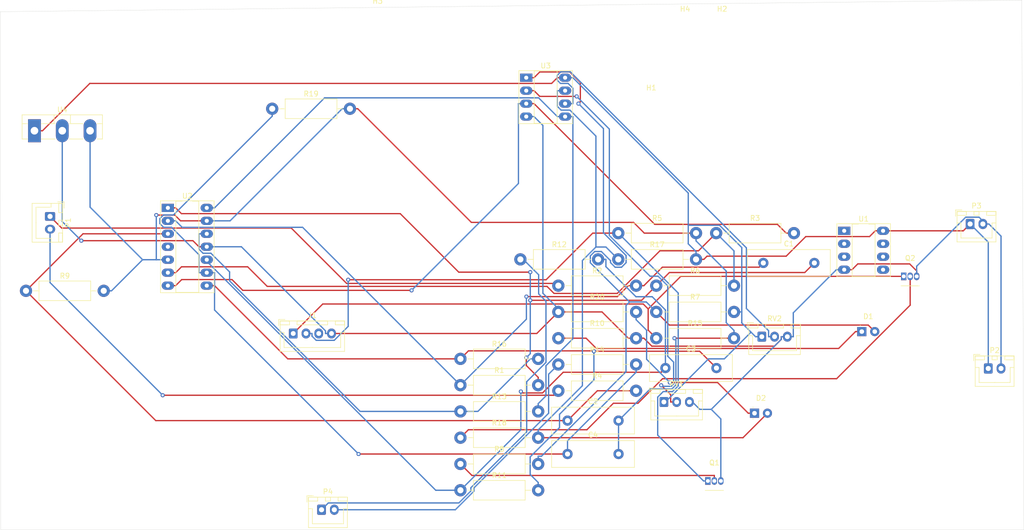
<source format=kicad_pcb>
(kicad_pcb (version 20171130) (host pcbnew "(5.1.12)-1")

  (general
    (thickness 1.6)
    (drawings 4)
    (tracks 409)
    (zones 0)
    (modules 43)
    (nets 30)
  )

  (page A4)
  (layers
    (0 F.Cu signal)
    (31 B.Cu signal)
    (32 B.Adhes user hide)
    (33 F.Adhes user hide)
    (34 B.Paste user hide)
    (35 F.Paste user hide)
    (36 B.SilkS user hide)
    (37 F.SilkS user hide)
    (38 B.Mask user hide)
    (39 F.Mask user hide)
    (40 Dwgs.User user hide)
    (41 Cmts.User user hide)
    (42 Eco1.User user hide)
    (43 Eco2.User user hide)
    (44 Edge.Cuts user)
    (45 Margin user hide)
    (46 B.CrtYd user hide)
    (47 F.CrtYd user hide)
    (48 B.Fab user hide)
    (49 F.Fab user hide)
  )

  (setup
    (last_trace_width 0.25)
    (trace_clearance 0.2)
    (zone_clearance 0.508)
    (zone_45_only no)
    (trace_min 0.2)
    (via_size 0.8)
    (via_drill 0.4)
    (via_min_size 0.4)
    (via_min_drill 0.3)
    (uvia_size 0.3)
    (uvia_drill 0.1)
    (uvias_allowed no)
    (uvia_min_size 0.2)
    (uvia_min_drill 0.1)
    (edge_width 0.05)
    (segment_width 0.2)
    (pcb_text_width 0.3)
    (pcb_text_size 1.5 1.5)
    (mod_edge_width 0.12)
    (mod_text_size 1 1)
    (mod_text_width 0.15)
    (pad_size 1.524 1.524)
    (pad_drill 0.762)
    (pad_to_mask_clearance 0)
    (aux_axis_origin 0 0)
    (visible_elements 7FFFFFFF)
    (pcbplotparams
      (layerselection 0x010fc_ffffffff)
      (usegerberextensions false)
      (usegerberattributes true)
      (usegerberadvancedattributes true)
      (creategerberjobfile true)
      (excludeedgelayer true)
      (linewidth 0.100000)
      (plotframeref false)
      (viasonmask false)
      (mode 1)
      (useauxorigin false)
      (hpglpennumber 1)
      (hpglpenspeed 20)
      (hpglpendiameter 15.000000)
      (psnegative false)
      (psa4output false)
      (plotreference true)
      (plotvalue true)
      (plotinvisibletext false)
      (padsonsilk false)
      (subtractmaskfromsilk false)
      (outputformat 1)
      (mirror false)
      (drillshape 1)
      (scaleselection 1)
      (outputdirectory ""))
  )

  (net 0 "")
  (net 1 "Net-(C1-Pad1)")
  (net 2 "Net-(C1-Pad2)")
  (net 3 "Net-(C2-Pad1)")
  (net 4 +6V)
  (net 5 "Net-(C3-Pad1)")
  (net 6 "Net-(C3-Pad2)")
  (net 7 "Net-(C4-Pad1)")
  (net 8 "Net-(D1-Pad1)")
  (net 9 "Net-(D1-Pad2)")
  (net 10 "Net-(D2-Pad1)")
  (net 11 "Net-(D2-Pad2)")
  (net 12 "Net-(J1-Pad1)")
  (net 13 "Net-(J1-Pad2)")
  (net 14 "unconnected-(J1-Pad3)")
  (net 15 GND)
  (net 16 "Net-(P1-Pad1)")
  (net 17 "Net-(P1-Pad2)")
  (net 18 +12V)
  (net 19 "Net-(P4-Pad1)")
  (net 20 "Net-(P4-Pad2)")
  (net 21 "Net-(Q1-Pad2)")
  (net 22 "Net-(Q2-Pad2)")
  (net 23 "Net-(R3-Pad1)")
  (net 24 "Net-(R3-Pad2)")
  (net 25 "Net-(R13-Pad1)")
  (net 26 "Net-(R13-Pad2)")
  (net 27 "Net-(RV1-Pad2)")
  (net 28 "Net-(RV2-Pad2)")
  (net 29 "unconnected-(U2-Pad4)")

  (net_class Default "This is the default net class."
    (clearance 0.2)
    (trace_width 0.25)
    (via_dia 0.8)
    (via_drill 0.4)
    (uvia_dia 0.3)
    (uvia_drill 0.1)
    (add_net +12V)
    (add_net +6V)
    (add_net GND)
    (add_net "Net-(C1-Pad1)")
    (add_net "Net-(C1-Pad2)")
    (add_net "Net-(C2-Pad1)")
    (add_net "Net-(C3-Pad1)")
    (add_net "Net-(C3-Pad2)")
    (add_net "Net-(C4-Pad1)")
    (add_net "Net-(D1-Pad1)")
    (add_net "Net-(D1-Pad2)")
    (add_net "Net-(D2-Pad1)")
    (add_net "Net-(D2-Pad2)")
    (add_net "Net-(J1-Pad1)")
    (add_net "Net-(J1-Pad2)")
    (add_net "Net-(P1-Pad1)")
    (add_net "Net-(P1-Pad2)")
    (add_net "Net-(P4-Pad1)")
    (add_net "Net-(P4-Pad2)")
    (add_net "Net-(Q1-Pad2)")
    (add_net "Net-(Q2-Pad2)")
    (add_net "Net-(R13-Pad1)")
    (add_net "Net-(R13-Pad2)")
    (add_net "Net-(R3-Pad1)")
    (add_net "Net-(R3-Pad2)")
    (add_net "Net-(RV1-Pad2)")
    (add_net "Net-(RV2-Pad2)")
    (add_net "unconnected-(J1-Pad3)")
    (add_net "unconnected-(U2-Pad4)")
  )

  (module LED_THT:LED_D3.0mm_Clear (layer F.Cu) (tedit 5A6C9BC0) (tstamp 2A96C24)
    (at 234.565 78.474)
    (descr "IR-LED, diameter 3.0mm, 2 pins, color: clear")
    (tags "IR infrared LED diameter 3.0mm 2 pins clear")
    (path /b760eed3-9072-4382-ae03-a8fd70f59dac)
    (fp_text reference D1 (at 1.27 -2.96) (layer F.SilkS)
      (effects (font (size 1 1) (thickness 0.15)))
    )
    (fp_text value LED (at 1.27 2.96) (layer F.Fab)
      (effects (font (size 1 1) (thickness 0.15)))
    )
    (fp_line (start -0.29 1.08) (end -0.29 1.236) (layer F.SilkS) (width 0.12))
    (fp_line (start -0.29 -1.236) (end -0.29 -1.08) (layer F.SilkS) (width 0.12))
    (fp_line (start -1.15 -2.25) (end -1.15 2.25) (layer F.CrtYd) (width 0.05))
    (fp_line (start 3.7 -2.25) (end -1.15 -2.25) (layer F.CrtYd) (width 0.05))
    (fp_line (start 3.7 2.25) (end 3.7 -2.25) (layer F.CrtYd) (width 0.05))
    (fp_line (start -1.15 2.25) (end 3.7 2.25) (layer F.CrtYd) (width 0.05))
    (fp_line (start -0.23 -1.16619) (end -0.23 1.16619) (layer F.Fab) (width 0.1))
    (fp_circle (center 1.27 0) (end 2.77 0) (layer F.Fab) (width 0.1))
    (fp_text user ${REFERENCE} (at 1.47 0) (layer F.Fab)
      (effects (font (size 0.8 0.8) (thickness 0.12)))
    )
    (pad 1 thru_hole rect (at 0 0) (size 1.8 1.8) (drill 0.9) (layers *.Cu *.Mask)
      (net 8 "Net-(D1-Pad1)"))
    (pad 2 thru_hole circle (at 2.54 0) (size 1.8 1.8) (drill 0.9) (layers *.Cu *.Mask)
      (net 9 "Net-(D1-Pad2)"))
    (model ${KICAD6_3DMODEL_DIR}/LED_THT.3dshapes/LED_D3.0mm_Clear.wrl
      (at (xyz 0 0 0))
      (scale (xyz 1 1 1))
      (rotate (xyz 0 0 0))
    )
  )

  (module MountingHole:MountingHole_3.2mm_M3_ISO7380 (layer F.Cu) (tedit 56D1B4CB) (tstamp 876A5DE)
    (at 207.184 19.094)
    (descr "Mounting Hole 3.2mm, no annular, M3, ISO7380")
    (tags "mounting hole 3.2mm no annular m3 iso7380")
    (path /00000000-0000-0000-0000-00006247d7d4)
    (fp_text reference H2 (at 0 -3.85) (layer F.SilkS)
      (effects (font (size 1 1) (thickness 0.15)))
    )
    (fp_text value MountingHole (at 0 3.85) (layer F.Fab)
      (effects (font (size 1 1) (thickness 0.15)))
    )
    (fp_circle (center 0 0) (end 2.85 0) (layer Cmts.User) (width 0.15))
    (fp_circle (center 0 0) (end 3.1 0) (layer F.CrtYd) (width 0.05))
    (fp_text user ${REFERENCE} (at 0 0) (layer F.Fab)
      (effects (font (size 1 1) (thickness 0.15)))
    )
    (pad "" np_thru_hole circle (at 0 0) (size 3.2 3.2) (drill 3.2) (layers *.Cu *.Mask))
  )

  (module Resistor_THT:R_Axial_DIN0411_L9.9mm_D3.6mm_P15.24mm_Horizontal (layer F.Cu) (tedit 5AE5139B) (tstamp 17C369CF)
    (at 175.085 69.474)
    (descr "Resistor, Axial_DIN0411 series, Axial, Horizontal, pin pitch=15.24mm, 1W, length*diameter=9.9*3.6mm^2")
    (tags "Resistor Axial_DIN0411 series Axial Horizontal pin pitch 15.24mm 1W length 9.9mm diameter 3.6mm")
    (path /add5b594-7f08-40a8-a64c-b0e007d299bb)
    (fp_text reference R2 (at 7.62 -2.92) (layer F.SilkS)
      (effects (font (size 1 1) (thickness 0.15)))
    )
    (fp_text value 10k (at 7.62 2.92) (layer F.Fab)
      (effects (font (size 1 1) (thickness 0.15)))
    )
    (fp_line (start 2.55 -1.92) (end 2.55 1.92) (layer F.SilkS) (width 0.12))
    (fp_line (start 12.69 -1.92) (end 2.55 -1.92) (layer F.SilkS) (width 0.12))
    (fp_line (start 12.69 1.92) (end 12.69 -1.92) (layer F.SilkS) (width 0.12))
    (fp_line (start 13.8 0) (end 12.69 0) (layer F.SilkS) (width 0.12))
    (fp_line (start 1.44 0) (end 2.55 0) (layer F.SilkS) (width 0.12))
    (fp_line (start 2.55 1.92) (end 12.69 1.92) (layer F.SilkS) (width 0.12))
    (fp_line (start 16.69 -2.05) (end -1.45 -2.05) (layer F.CrtYd) (width 0.05))
    (fp_line (start -1.45 2.05) (end 16.69 2.05) (layer F.CrtYd) (width 0.05))
    (fp_line (start -1.45 -2.05) (end -1.45 2.05) (layer F.CrtYd) (width 0.05))
    (fp_line (start 16.69 2.05) (end 16.69 -2.05) (layer F.CrtYd) (width 0.05))
    (fp_line (start 12.57 -1.8) (end 2.67 -1.8) (layer F.Fab) (width 0.1))
    (fp_line (start 2.67 1.8) (end 12.57 1.8) (layer F.Fab) (width 0.1))
    (fp_line (start 15.24 0) (end 12.57 0) (layer F.Fab) (width 0.1))
    (fp_line (start 12.57 1.8) (end 12.57 -1.8) (layer F.Fab) (width 0.1))
    (fp_line (start 0 0) (end 2.67 0) (layer F.Fab) (width 0.1))
    (fp_line (start 2.67 -1.8) (end 2.67 1.8) (layer F.Fab) (width 0.1))
    (fp_text user ${REFERENCE} (at 7.62 0) (layer F.Fab)
      (effects (font (size 1 1) (thickness 0.15)))
    )
    (pad 1 thru_hole circle (at 0 0) (size 2.4 2.4) (drill 1.2) (layers *.Cu *.Mask)
      (net 16 "Net-(P1-Pad1)"))
    (pad 2 thru_hole oval (at 15.24 0) (size 2.4 2.4) (drill 1.2) (layers *.Cu *.Mask)
      (net 1 "Net-(C1-Pad1)"))
    (model ${KICAD6_3DMODEL_DIR}/Resistor_THT.3dshapes/R_Axial_DIN0411_L9.9mm_D3.6mm_P15.24mm_Horizontal.wrl
      (at (xyz 0 0 0))
      (scale (xyz 1 1 1))
      (rotate (xyz 0 0 0))
    )
  )

  (module Resistor_THT:R_Axial_DIN0411_L9.9mm_D3.6mm_P15.24mm_Horizontal (layer F.Cu) (tedit 5AE5139B) (tstamp 1DF5D875)
    (at 175.085 74.624)
    (descr "Resistor, Axial_DIN0411 series, Axial, Horizontal, pin pitch=15.24mm, 1W, length*diameter=9.9*3.6mm^2")
    (tags "Resistor Axial_DIN0411 series Axial Horizontal pin pitch 15.24mm 1W length 9.9mm diameter 3.6mm")
    (path /10f5d427-ea39-4c0a-ba5d-b8056dc22140)
    (fp_text reference R20 (at 7.62 -2.92) (layer F.SilkS)
      (effects (font (size 1 1) (thickness 0.15)))
    )
    (fp_text value 270 (at 7.62 2.92) (layer F.Fab)
      (effects (font (size 1 1) (thickness 0.15)))
    )
    (fp_line (start 2.55 -1.92) (end 2.55 1.92) (layer F.SilkS) (width 0.12))
    (fp_line (start 1.44 0) (end 2.55 0) (layer F.SilkS) (width 0.12))
    (fp_line (start 12.69 1.92) (end 12.69 -1.92) (layer F.SilkS) (width 0.12))
    (fp_line (start 13.8 0) (end 12.69 0) (layer F.SilkS) (width 0.12))
    (fp_line (start 2.55 1.92) (end 12.69 1.92) (layer F.SilkS) (width 0.12))
    (fp_line (start 12.69 -1.92) (end 2.55 -1.92) (layer F.SilkS) (width 0.12))
    (fp_line (start 16.69 2.05) (end 16.69 -2.05) (layer F.CrtYd) (width 0.05))
    (fp_line (start 16.69 -2.05) (end -1.45 -2.05) (layer F.CrtYd) (width 0.05))
    (fp_line (start -1.45 -2.05) (end -1.45 2.05) (layer F.CrtYd) (width 0.05))
    (fp_line (start -1.45 2.05) (end 16.69 2.05) (layer F.CrtYd) (width 0.05))
    (fp_line (start 2.67 1.8) (end 12.57 1.8) (layer F.Fab) (width 0.1))
    (fp_line (start 15.24 0) (end 12.57 0) (layer F.Fab) (width 0.1))
    (fp_line (start 2.67 -1.8) (end 2.67 1.8) (layer F.Fab) (width 0.1))
    (fp_line (start 12.57 1.8) (end 12.57 -1.8) (layer F.Fab) (width 0.1))
    (fp_line (start 0 0) (end 2.67 0) (layer F.Fab) (width 0.1))
    (fp_line (start 12.57 -1.8) (end 2.67 -1.8) (layer F.Fab) (width 0.1))
    (fp_text user ${REFERENCE} (at 7.62 0) (layer F.Fab)
      (effects (font (size 1 1) (thickness 0.15)))
    )
    (pad 1 thru_hole circle (at 0 0) (size 2.4 2.4) (drill 1.2) (layers *.Cu *.Mask)
      (net 15 GND))
    (pad 2 thru_hole oval (at 15.24 0) (size 2.4 2.4) (drill 1.2) (layers *.Cu *.Mask)
      (net 10 "Net-(D2-Pad1)"))
    (model ${KICAD6_3DMODEL_DIR}/Resistor_THT.3dshapes/R_Axial_DIN0411_L9.9mm_D3.6mm_P15.24mm_Horizontal.wrl
      (at (xyz 0 0 0))
      (scale (xyz 1 1 1))
      (rotate (xyz 0 0 0))
    )
  )

  (module Capacitor_THT:C_Disc_D16.0mm_W5.0mm_P10.00mm (layer F.Cu) (tedit 5AE50EF0) (tstamp 20D44F6A)
    (at 215.265 65.024)
    (descr "C, Disc series, Radial, pin pitch=10.00mm, , diameter*width=16.0*5.0mm^2, Capacitor, http://www.vishay.com/docs/28535/vy2series.pdf")
    (tags "C Disc series Radial pin pitch 10.00mm  diameter 16.0mm width 5.0mm Capacitor")
    (path /620e7ad5-5707-4bca-9715-33574041157e)
    (fp_text reference C1 (at 5 -3.75) (layer F.SilkS)
      (effects (font (size 1 1) (thickness 0.15)))
    )
    (fp_text value 22pF (at 5 3.75) (layer F.Fab)
      (effects (font (size 1 1) (thickness 0.15)))
    )
    (fp_line (start -3.12 -2.62) (end -3.12 2.62) (layer F.SilkS) (width 0.12))
    (fp_line (start -3.12 2.62) (end 13.12 2.62) (layer F.SilkS) (width 0.12))
    (fp_line (start -3.12 -2.62) (end 13.12 -2.62) (layer F.SilkS) (width 0.12))
    (fp_line (start 13.12 -2.62) (end 13.12 2.62) (layer F.SilkS) (width 0.12))
    (fp_line (start -3.25 2.75) (end 13.25 2.75) (layer F.CrtYd) (width 0.05))
    (fp_line (start -3.25 -2.75) (end -3.25 2.75) (layer F.CrtYd) (width 0.05))
    (fp_line (start 13.25 2.75) (end 13.25 -2.75) (layer F.CrtYd) (width 0.05))
    (fp_line (start 13.25 -2.75) (end -3.25 -2.75) (layer F.CrtYd) (width 0.05))
    (fp_line (start -3 2.5) (end 13 2.5) (layer F.Fab) (width 0.1))
    (fp_line (start 13 -2.5) (end -3 -2.5) (layer F.Fab) (width 0.1))
    (fp_line (start -3 -2.5) (end -3 2.5) (layer F.Fab) (width 0.1))
    (fp_line (start 13 2.5) (end 13 -2.5) (layer F.Fab) (width 0.1))
    (fp_text user ${REFERENCE} (at 5 0) (layer F.Fab)
      (effects (font (size 1 1) (thickness 0.15)))
    )
    (pad 1 thru_hole circle (at 0 0) (size 2 2) (drill 1) (layers *.Cu *.Mask)
      (net 1 "Net-(C1-Pad1)"))
    (pad 2 thru_hole circle (at 10 0) (size 2 2) (drill 1) (layers *.Cu *.Mask)
      (net 2 "Net-(C1-Pad2)"))
    (model ${KICAD6_3DMODEL_DIR}/Capacitor_THT.3dshapes/C_Disc_D16.0mm_W5.0mm_P10.00mm.wrl
      (at (xyz 0 0 0))
      (scale (xyz 1 1 1))
      (rotate (xyz 0 0 0))
    )
  )

  (module Package_DIP:DIP-14_W7.62mm_Socket_LongPads (layer F.Cu) (tedit 5A02E8C5) (tstamp 253438E1)
    (at 98.552 54.229)
    (descr "14-lead though-hole mounted DIP package, row spacing 7.62 mm (300 mils), Socket, LongPads")
    (tags "THT DIP DIL PDIP 2.54mm 7.62mm 300mil Socket LongPads")
    (path /f01efdb1-881c-40a2-bc25-404d9fd4e172)
    (fp_text reference U2 (at 3.81 -2.33) (layer F.SilkS)
      (effects (font (size 1 1) (thickness 0.15)))
    )
    (fp_text value Opamp_Quad (at 3.81 17.57) (layer F.Fab)
      (effects (font (size 1 1) (thickness 0.15)))
    )
    (fp_line (start -1.44 16.63) (end 9.06 16.63) (layer F.SilkS) (width 0.12))
    (fp_line (start 9.06 16.63) (end 9.06 -1.39) (layer F.SilkS) (width 0.12))
    (fp_line (start 6.06 -1.33) (end 4.81 -1.33) (layer F.SilkS) (width 0.12))
    (fp_line (start 1.56 -1.33) (end 1.56 16.57) (layer F.SilkS) (width 0.12))
    (fp_line (start 6.06 16.57) (end 6.06 -1.33) (layer F.SilkS) (width 0.12))
    (fp_line (start 9.06 -1.39) (end -1.44 -1.39) (layer F.SilkS) (width 0.12))
    (fp_line (start -1.44 -1.39) (end -1.44 16.63) (layer F.SilkS) (width 0.12))
    (fp_line (start 2.81 -1.33) (end 1.56 -1.33) (layer F.SilkS) (width 0.12))
    (fp_line (start 1.56 16.57) (end 6.06 16.57) (layer F.SilkS) (width 0.12))
    (fp_line (start -1.55 16.85) (end 9.15 16.85) (layer F.CrtYd) (width 0.05))
    (fp_line (start -1.55 -1.6) (end -1.55 16.85) (layer F.CrtYd) (width 0.05))
    (fp_line (start 9.15 16.85) (end 9.15 -1.6) (layer F.CrtYd) (width 0.05))
    (fp_line (start 9.15 -1.6) (end -1.55 -1.6) (layer F.CrtYd) (width 0.05))
    (fp_line (start 8.89 16.57) (end 8.89 -1.33) (layer F.Fab) (width 0.1))
    (fp_line (start 6.985 -1.27) (end 6.985 16.51) (layer F.Fab) (width 0.1))
    (fp_line (start -1.27 16.57) (end 8.89 16.57) (layer F.Fab) (width 0.1))
    (fp_line (start 0.635 16.51) (end 0.635 -0.27) (layer F.Fab) (width 0.1))
    (fp_line (start 1.635 -1.27) (end 6.985 -1.27) (layer F.Fab) (width 0.1))
    (fp_line (start 6.985 16.51) (end 0.635 16.51) (layer F.Fab) (width 0.1))
    (fp_line (start -1.27 -1.33) (end -1.27 16.57) (layer F.Fab) (width 0.1))
    (fp_line (start 0.635 -0.27) (end 1.635 -1.27) (layer F.Fab) (width 0.1))
    (fp_line (start 8.89 -1.33) (end -1.27 -1.33) (layer F.Fab) (width 0.1))
    (fp_text user ${REFERENCE} (at 3.81 7.62) (layer F.Fab)
      (effects (font (size 1 1) (thickness 0.15)))
    )
    (pad 1 thru_hole rect (at 0 0) (size 2.4 1.6) (drill 0.8) (layers *.Cu *.Mask)
      (net 2 "Net-(C1-Pad2)"))
    (pad 2 thru_hole oval (at 0 2.54) (size 2.4 1.6) (drill 0.8) (layers *.Cu *.Mask)
      (net 1 "Net-(C1-Pad1)"))
    (pad 3 thru_hole oval (at 0 5.08) (size 2.4 1.6) (drill 0.8) (layers *.Cu *.Mask)
      (net 3 "Net-(C2-Pad1)"))
    (pad 4 thru_hole oval (at 0 7.62) (size 2.4 1.6) (drill 0.8) (layers *.Cu *.Mask)
      (net 29 "unconnected-(U2-Pad4)"))
    (pad 5 thru_hole oval (at 0 10.16) (size 2.4 1.6) (drill 0.8) (layers *.Cu *.Mask)
      (net 4 +6V))
    (pad 6 thru_hole oval (at 0 12.7) (size 2.4 1.6) (drill 0.8) (layers *.Cu *.Mask)
      (net 23 "Net-(R3-Pad1)"))
    (pad 7 thru_hole oval (at 0 15.24) (size 2.4 1.6) (drill 0.8) (layers *.Cu *.Mask)
      (net 24 "Net-(R3-Pad2)"))
    (pad 8 thru_hole oval (at 7.62 15.24) (size 2.4 1.6) (drill 0.8) (layers *.Cu *.Mask)
      (net 6 "Net-(C3-Pad2)"))
    (pad 9 thru_hole oval (at 7.62 12.7) (size 2.4 1.6) (drill 0.8) (layers *.Cu *.Mask)
      (net 7 "Net-(C4-Pad1)"))
    (pad 10 thru_hole oval (at 7.62 10.16) (size 2.4 1.6) (drill 0.8) (layers *.Cu *.Mask)
      (net 5 "Net-(C3-Pad1)"))
    (pad 11 thru_hole oval (at 7.62 7.62) (size 2.4 1.6) (drill 0.8) (layers *.Cu *.Mask)
      (net 15 GND))
    (pad 12 thru_hole oval (at 7.62 5.08) (size 2.4 1.6) (drill 0.8) (layers *.Cu *.Mask)
      (net 25 "Net-(R13-Pad1)"))
    (pad 13 thru_hole oval (at 7.62 2.54) (size 2.4 1.6) (drill 0.8) (layers *.Cu *.Mask)
      (net 4 +6V))
    (pad 14 thru_hole oval (at 7.62 0) (size 2.4 1.6) (drill 0.8) (layers *.Cu *.Mask)
      (net 26 "Net-(R13-Pad2)"))
    (model ${KICAD6_3DMODEL_DIR}/Package_DIP.3dshapes/DIP-14_W7.62mm_Socket.wrl
      (at (xyz 0 0 0))
      (scale (xyz 1 1 1))
      (rotate (xyz 0 0 0))
    )
  )

  (module Resistor_THT:R_Axial_DIN0411_L9.9mm_D3.6mm_P15.24mm_Horizontal (layer F.Cu) (tedit 5AE5139B) (tstamp 29D472A1)
    (at 175.085 90.074)
    (descr "Resistor, Axial_DIN0411 series, Axial, Horizontal, pin pitch=15.24mm, 1W, length*diameter=9.9*3.6mm^2")
    (tags "Resistor Axial_DIN0411 series Axial Horizontal pin pitch 15.24mm 1W length 9.9mm diameter 3.6mm")
    (path /ebce5b89-7cd3-4950-bf16-bd31083a698a)
    (fp_text reference R4 (at 7.62 -2.92) (layer F.SilkS)
      (effects (font (size 1 1) (thickness 0.15)))
    )
    (fp_text value 10k (at 7.62 2.92) (layer F.Fab)
      (effects (font (size 1 1) (thickness 0.15)))
    )
    (fp_line (start 12.69 -1.92) (end 2.55 -1.92) (layer F.SilkS) (width 0.12))
    (fp_line (start 2.55 1.92) (end 12.69 1.92) (layer F.SilkS) (width 0.12))
    (fp_line (start 1.44 0) (end 2.55 0) (layer F.SilkS) (width 0.12))
    (fp_line (start 12.69 1.92) (end 12.69 -1.92) (layer F.SilkS) (width 0.12))
    (fp_line (start 13.8 0) (end 12.69 0) (layer F.SilkS) (width 0.12))
    (fp_line (start 2.55 -1.92) (end 2.55 1.92) (layer F.SilkS) (width 0.12))
    (fp_line (start -1.45 -2.05) (end -1.45 2.05) (layer F.CrtYd) (width 0.05))
    (fp_line (start -1.45 2.05) (end 16.69 2.05) (layer F.CrtYd) (width 0.05))
    (fp_line (start 16.69 2.05) (end 16.69 -2.05) (layer F.CrtYd) (width 0.05))
    (fp_line (start 16.69 -2.05) (end -1.45 -2.05) (layer F.CrtYd) (width 0.05))
    (fp_line (start 2.67 1.8) (end 12.57 1.8) (layer F.Fab) (width 0.1))
    (fp_line (start 2.67 -1.8) (end 2.67 1.8) (layer F.Fab) (width 0.1))
    (fp_line (start 12.57 -1.8) (end 2.67 -1.8) (layer F.Fab) (width 0.1))
    (fp_line (start 12.57 1.8) (end 12.57 -1.8) (layer F.Fab) (width 0.1))
    (fp_line (start 0 0) (end 2.67 0) (layer F.Fab) (width 0.1))
    (fp_line (start 15.24 0) (end 12.57 0) (layer F.Fab) (width 0.1))
    (fp_text user ${REFERENCE} (at 7.62 0) (layer F.Fab)
      (effects (font (size 1 1) (thickness 0.15)))
    )
    (pad 1 thru_hole circle (at 0 0) (size 2.4 2.4) (drill 1.2) (layers *.Cu *.Mask)
      (net 17 "Net-(P1-Pad2)"))
    (pad 2 thru_hole oval (at 15.24 0) (size 2.4 2.4) (drill 1.2) (layers *.Cu *.Mask)
      (net 3 "Net-(C2-Pad1)"))
    (model ${KICAD6_3DMODEL_DIR}/Resistor_THT.3dshapes/R_Axial_DIN0411_L9.9mm_D3.6mm_P15.24mm_Horizontal.wrl
      (at (xyz 0 0 0))
      (scale (xyz 1 1 1))
      (rotate (xyz 0 0 0))
    )
  )

  (module Resistor_THT:R_Axial_DIN0411_L9.9mm_D3.6mm_P15.24mm_Horizontal (layer F.Cu) (tedit 5AE5139B) (tstamp 2BC25DB2)
    (at 167.645 64.324)
    (descr "Resistor, Axial_DIN0411 series, Axial, Horizontal, pin pitch=15.24mm, 1W, length*diameter=9.9*3.6mm^2")
    (tags "Resistor Axial_DIN0411 series Axial Horizontal pin pitch 15.24mm 1W length 9.9mm diameter 3.6mm")
    (path /a4df01e5-0b1d-453f-be97-b17ad57cec52)
    (fp_text reference R12 (at 7.62 -2.92) (layer F.SilkS)
      (effects (font (size 1 1) (thickness 0.15)))
    )
    (fp_text value 10k (at 7.62 2.92) (layer F.Fab)
      (effects (font (size 1 1) (thickness 0.15)))
    )
    (fp_line (start 12.69 -1.92) (end 2.55 -1.92) (layer F.SilkS) (width 0.12))
    (fp_line (start 1.44 0) (end 2.55 0) (layer F.SilkS) (width 0.12))
    (fp_line (start 2.55 1.92) (end 12.69 1.92) (layer F.SilkS) (width 0.12))
    (fp_line (start 2.55 -1.92) (end 2.55 1.92) (layer F.SilkS) (width 0.12))
    (fp_line (start 13.8 0) (end 12.69 0) (layer F.SilkS) (width 0.12))
    (fp_line (start 12.69 1.92) (end 12.69 -1.92) (layer F.SilkS) (width 0.12))
    (fp_line (start 16.69 2.05) (end 16.69 -2.05) (layer F.CrtYd) (width 0.05))
    (fp_line (start -1.45 2.05) (end 16.69 2.05) (layer F.CrtYd) (width 0.05))
    (fp_line (start 16.69 -2.05) (end -1.45 -2.05) (layer F.CrtYd) (width 0.05))
    (fp_line (start -1.45 -2.05) (end -1.45 2.05) (layer F.CrtYd) (width 0.05))
    (fp_line (start 12.57 1.8) (end 12.57 -1.8) (layer F.Fab) (width 0.1))
    (fp_line (start 15.24 0) (end 12.57 0) (layer F.Fab) (width 0.1))
    (fp_line (start 2.67 -1.8) (end 2.67 1.8) (layer F.Fab) (width 0.1))
    (fp_line (start 12.57 -1.8) (end 2.67 -1.8) (layer F.Fab) (width 0.1))
    (fp_line (start 2.67 1.8) (end 12.57 1.8) (layer F.Fab) (width 0.1))
    (fp_line (start 0 0) (end 2.67 0) (layer F.Fab) (width 0.1))
    (fp_text user ${REFERENCE} (at 7.62 0) (layer F.Fab)
      (effects (font (size 1 1) (thickness 0.15)))
    )
    (pad 1 thru_hole circle (at 0 0) (size 2.4 2.4) (drill 1.2) (layers *.Cu *.Mask)
      (net 19 "Net-(P4-Pad1)"))
    (pad 2 thru_hole oval (at 15.24 0) (size 2.4 2.4) (drill 1.2) (layers *.Cu *.Mask)
      (net 5 "Net-(C3-Pad1)"))
    (model ${KICAD6_3DMODEL_DIR}/Resistor_THT.3dshapes/R_Axial_DIN0411_L9.9mm_D3.6mm_P15.24mm_Horizontal.wrl
      (at (xyz 0 0 0))
      (scale (xyz 1 1 1))
      (rotate (xyz 0 0 0))
    )
  )

  (module Connector_JST:JST_XH_B2B-XH-A_1x02_P2.50mm_Vertical (layer F.Cu) (tedit 5C28146C) (tstamp 40AF157D)
    (at 128.671 113.394)
    (descr "JST XH series connector, B2B-XH-A (http://www.jst-mfg.com/product/pdf/eng/eXH.pdf), generated with kicad-footprint-generator")
    (tags "connector JST XH vertical")
    (path /029767b2-2fd2-4343-8e95-4bbc884c01b1)
    (fp_text reference P4 (at 1.25 -3.55) (layer F.SilkS)
      (effects (font (size 1 1) (thickness 0.15)))
    )
    (fp_text value piezzo2 (at 1.25 4.6) (layer F.Fab)
      (effects (font (size 1 1) (thickness 0.15)))
    )
    (fp_line (start -1.6 -2.75) (end -2.85 -2.75) (layer F.SilkS) (width 0.12))
    (fp_line (start -0.75 -2.45) (end -2.55 -2.45) (layer F.SilkS) (width 0.12))
    (fp_line (start 4.3 2.75) (end 1.25 2.75) (layer F.SilkS) (width 0.12))
    (fp_line (start 3.25 -2.45) (end 3.25 -1.7) (layer F.SilkS) (width 0.12))
    (fp_line (start 4.3 -0.2) (end 4.3 2.75) (layer F.SilkS) (width 0.12))
    (fp_line (start 0.75 -2.45) (end 0.75 -1.7) (layer F.SilkS) (width 0.12))
    (fp_line (start 5.05 -0.2) (end 4.3 -0.2) (layer F.SilkS) (width 0.12))
    (fp_line (start -2.85 -2.75) (end -2.85 -1.5) (layer F.SilkS) (width 0.12))
    (fp_line (start 1.75 -2.45) (end 0.75 -2.45) (layer F.SilkS) (width 0.12))
    (fp_line (start 5.06 3.51) (end 5.06 -2.46) (layer F.SilkS) (width 0.12))
    (fp_line (start 1.75 -1.7) (end 1.75 -2.45) (layer F.SilkS) (width 0.12))
    (fp_line (start -2.55 -2.45) (end -2.55 -1.7) (layer F.SilkS) (width 0.12))
    (fp_line (start 5.05 -1.7) (end 5.05 -2.45) (layer F.SilkS) (width 0.12))
    (fp_line (start 3.25 -1.7) (end 5.05 -1.7) (layer F.SilkS) (width 0.12))
    (fp_line (start -2.55 -1.7) (end -0.75 -1.7) (layer F.SilkS) (width 0.12))
    (fp_line (start -2.55 -0.2) (end -1.8 -0.2) (layer F.SilkS) (width 0.12))
    (fp_line (start -1.8 -0.2) (end -1.8 2.75) (layer F.SilkS) (width 0.12))
    (fp_line (start 5.05 -2.45) (end 3.25 -2.45) (layer F.SilkS) (width 0.12))
    (fp_line (start -2.56 -2.46) (end -2.56 3.51) (layer F.SilkS) (width 0.12))
    (fp_line (start -2.56 3.51) (end 5.06 3.51) (layer F.SilkS) (width 0.12))
    (fp_line (start -1.8 2.75) (end 1.25 2.75) (layer F.SilkS) (width 0.12))
    (fp_line (start 5.06 -2.46) (end -2.56 -2.46) (layer F.SilkS) (width 0.12))
    (fp_line (start 0.75 -1.7) (end 1.75 -1.7) (layer F.SilkS) (width 0.12))
    (fp_line (start -0.75 -1.7) (end -0.75 -2.45) (layer F.SilkS) (width 0.12))
    (fp_line (start 5.45 -2.85) (end -2.95 -2.85) (layer F.CrtYd) (width 0.05))
    (fp_line (start -2.95 -2.85) (end -2.95 3.9) (layer F.CrtYd) (width 0.05))
    (fp_line (start 5.45 3.9) (end 5.45 -2.85) (layer F.CrtYd) (width 0.05))
    (fp_line (start -2.95 3.9) (end 5.45 3.9) (layer F.CrtYd) (width 0.05))
    (fp_line (start 0 -1.35) (end 0.625 -2.35) (layer F.Fab) (width 0.1))
    (fp_line (start -0.625 -2.35) (end 0 -1.35) (layer F.Fab) (width 0.1))
    (fp_line (start -2.45 3.4) (end 4.95 3.4) (layer F.Fab) (width 0.1))
    (fp_line (start 4.95 3.4) (end 4.95 -2.35) (layer F.Fab) (width 0.1))
    (fp_line (start 4.95 -2.35) (end -2.45 -2.35) (layer F.Fab) (width 0.1))
    (fp_line (start -2.45 -2.35) (end -2.45 3.4) (layer F.Fab) (width 0.1))
    (fp_text user ${REFERENCE} (at 1.25 2.7) (layer F.Fab)
      (effects (font (size 1 1) (thickness 0.15)))
    )
    (pad 1 thru_hole roundrect (at 0 0) (size 1.7 2) (drill 1) (layers *.Cu *.Mask) (roundrect_rratio 0.147059)
      (net 19 "Net-(P4-Pad1)"))
    (pad 2 thru_hole oval (at 2.5 0) (size 1.7 2) (drill 1) (layers *.Cu *.Mask)
      (net 20 "Net-(P4-Pad2)"))
    (model ${KICAD6_3DMODEL_DIR}/Connector_JST.3dshapes/JST_XH_B2B-XH-A_1x02_P2.50mm_Vertical.wrl
      (at (xyz 0 0 0))
      (scale (xyz 1 1 1))
      (rotate (xyz 0 0 0))
    )
  )

  (module Resistor_THT:R_Axial_DIN0411_L9.9mm_D3.6mm_P15.24mm_Horizontal (layer F.Cu) (tedit 5AE5139B) (tstamp 40C8E655)
    (at 186.835 64.324)
    (descr "Resistor, Axial_DIN0411 series, Axial, Horizontal, pin pitch=15.24mm, 1W, length*diameter=9.9*3.6mm^2")
    (tags "Resistor Axial_DIN0411 series Axial Horizontal pin pitch 15.24mm 1W length 9.9mm diameter 3.6mm")
    (path /badd6522-d4ab-472a-93ee-17b4f15bd00e)
    (fp_text reference R17 (at 7.62 -2.92) (layer F.SilkS)
      (effects (font (size 1 1) (thickness 0.15)))
    )
    (fp_text value 3k (at 7.62 2.92) (layer F.Fab)
      (effects (font (size 1 1) (thickness 0.15)))
    )
    (fp_line (start 12.69 1.92) (end 12.69 -1.92) (layer F.SilkS) (width 0.12))
    (fp_line (start 12.69 -1.92) (end 2.55 -1.92) (layer F.SilkS) (width 0.12))
    (fp_line (start 13.8 0) (end 12.69 0) (layer F.SilkS) (width 0.12))
    (fp_line (start 1.44 0) (end 2.55 0) (layer F.SilkS) (width 0.12))
    (fp_line (start 2.55 1.92) (end 12.69 1.92) (layer F.SilkS) (width 0.12))
    (fp_line (start 2.55 -1.92) (end 2.55 1.92) (layer F.SilkS) (width 0.12))
    (fp_line (start -1.45 2.05) (end 16.69 2.05) (layer F.CrtYd) (width 0.05))
    (fp_line (start -1.45 -2.05) (end -1.45 2.05) (layer F.CrtYd) (width 0.05))
    (fp_line (start 16.69 2.05) (end 16.69 -2.05) (layer F.CrtYd) (width 0.05))
    (fp_line (start 16.69 -2.05) (end -1.45 -2.05) (layer F.CrtYd) (width 0.05))
    (fp_line (start 12.57 -1.8) (end 2.67 -1.8) (layer F.Fab) (width 0.1))
    (fp_line (start 12.57 1.8) (end 12.57 -1.8) (layer F.Fab) (width 0.1))
    (fp_line (start 2.67 -1.8) (end 2.67 1.8) (layer F.Fab) (width 0.1))
    (fp_line (start 2.67 1.8) (end 12.57 1.8) (layer F.Fab) (width 0.1))
    (fp_line (start 15.24 0) (end 12.57 0) (layer F.Fab) (width 0.1))
    (fp_line (start 0 0) (end 2.67 0) (layer F.Fab) (width 0.1))
    (fp_text user ${REFERENCE} (at 7.62 0) (layer F.Fab)
      (effects (font (size 1 1) (thickness 0.15)))
    )
    (pad 1 thru_hole circle (at 0 0) (size 2.4 2.4) (drill 1.2) (layers *.Cu *.Mask)
      (net 11 "Net-(D2-Pad2)"))
    (pad 2 thru_hole oval (at 15.24 0) (size 2.4 2.4) (drill 1.2) (layers *.Cu *.Mask)
      (net 18 +12V))
    (model ${KICAD6_3DMODEL_DIR}/Resistor_THT.3dshapes/R_Axial_DIN0411_L9.9mm_D3.6mm_P15.24mm_Horizontal.wrl
      (at (xyz 0 0 0))
      (scale (xyz 1 1 1))
      (rotate (xyz 0 0 0))
    )
  )

  (module MountingHole:MountingHole_3.2mm_M3_ISO7380 (layer F.Cu) (tedit 56D1B4CB) (tstamp 467B4061)
    (at 139.664 17.544)
    (descr "Mounting Hole 3.2mm, no annular, M3, ISO7380")
    (tags "mounting hole 3.2mm no annular m3 iso7380")
    (path /00000000-0000-0000-0000-00006247de98)
    (fp_text reference H3 (at 0 -3.85) (layer F.SilkS)
      (effects (font (size 1 1) (thickness 0.15)))
    )
    (fp_text value MountingHole (at 0 3.85) (layer F.Fab)
      (effects (font (size 1 1) (thickness 0.15)))
    )
    (fp_circle (center 0 0) (end 2.85 0) (layer Cmts.User) (width 0.15))
    (fp_circle (center 0 0) (end 3.1 0) (layer F.CrtYd) (width 0.05))
    (fp_text user ${REFERENCE} (at 0 0) (layer F.Fab)
      (effects (font (size 1 1) (thickness 0.15)))
    )
    (pad "" np_thru_hole circle (at 0 0) (size 3.2 3.2) (drill 3.2) (layers *.Cu *.Mask))
  )

  (module Resistor_THT:R_Axial_DIN0411_L9.9mm_D3.6mm_P15.24mm_Horizontal (layer F.Cu) (tedit 5AE5139B) (tstamp 475ABCDD)
    (at 175.085 79.774)
    (descr "Resistor, Axial_DIN0411 series, Axial, Horizontal, pin pitch=15.24mm, 1W, length*diameter=9.9*3.6mm^2")
    (tags "Resistor Axial_DIN0411 series Axial Horizontal pin pitch 15.24mm 1W length 9.9mm diameter 3.6mm")
    (path /15434c73-ca27-47fe-90b5-5db0be3d06a5)
    (fp_text reference R10 (at 7.62 -2.92) (layer F.SilkS)
      (effects (font (size 1 1) (thickness 0.15)))
    )
    (fp_text value 270 (at 7.62 2.92) (layer F.Fab)
      (effects (font (size 1 1) (thickness 0.15)))
    )
    (fp_line (start 12.69 1.92) (end 12.69 -1.92) (layer F.SilkS) (width 0.12))
    (fp_line (start 12.69 -1.92) (end 2.55 -1.92) (layer F.SilkS) (width 0.12))
    (fp_line (start 2.55 -1.92) (end 2.55 1.92) (layer F.SilkS) (width 0.12))
    (fp_line (start 13.8 0) (end 12.69 0) (layer F.SilkS) (width 0.12))
    (fp_line (start 2.55 1.92) (end 12.69 1.92) (layer F.SilkS) (width 0.12))
    (fp_line (start 1.44 0) (end 2.55 0) (layer F.SilkS) (width 0.12))
    (fp_line (start -1.45 2.05) (end 16.69 2.05) (layer F.CrtYd) (width 0.05))
    (fp_line (start 16.69 -2.05) (end -1.45 -2.05) (layer F.CrtYd) (width 0.05))
    (fp_line (start 16.69 2.05) (end 16.69 -2.05) (layer F.CrtYd) (width 0.05))
    (fp_line (start -1.45 -2.05) (end -1.45 2.05) (layer F.CrtYd) (width 0.05))
    (fp_line (start 15.24 0) (end 12.57 0) (layer F.Fab) (width 0.1))
    (fp_line (start 2.67 -1.8) (end 2.67 1.8) (layer F.Fab) (width 0.1))
    (fp_line (start 12.57 -1.8) (end 2.67 -1.8) (layer F.Fab) (width 0.1))
    (fp_line (start 2.67 1.8) (end 12.57 1.8) (layer F.Fab) (width 0.1))
    (fp_line (start 0 0) (end 2.67 0) (layer F.Fab) (width 0.1))
    (fp_line (start 12.57 1.8) (end 12.57 -1.8) (layer F.Fab) (width 0.1))
    (fp_text user ${REFERENCE} (at 7.62 0) (layer F.Fab)
      (effects (font (size 1 1) (thickness 0.15)))
    )
    (pad 1 thru_hole circle (at 0 0) (size 2.4 2.4) (drill 1.2) (layers *.Cu *.Mask)
      (net 8 "Net-(D1-Pad1)"))
    (pad 2 thru_hole oval (at 15.24 0) (size 2.4 2.4) (drill 1.2) (layers *.Cu *.Mask)
      (net 15 GND))
    (model ${KICAD6_3DMODEL_DIR}/Resistor_THT.3dshapes/R_Axial_DIN0411_L9.9mm_D3.6mm_P15.24mm_Horizontal.wrl
      (at (xyz 0 0 0))
      (scale (xyz 1 1 1))
      (rotate (xyz 0 0 0))
    )
  )

  (module Resistor_THT:R_Axial_DIN0411_L9.9mm_D3.6mm_P15.24mm_Horizontal (layer F.Cu) (tedit 5AE5139B) (tstamp 48936810)
    (at 118.999 34.798)
    (descr "Resistor, Axial_DIN0411 series, Axial, Horizontal, pin pitch=15.24mm, 1W, length*diameter=9.9*3.6mm^2")
    (tags "Resistor Axial_DIN0411 series Axial Horizontal pin pitch 15.24mm 1W length 9.9mm diameter 3.6mm")
    (path /ca878334-b6fd-41fd-9eb9-4fc7de5ba635)
    (fp_text reference R19 (at 7.62 -2.92) (layer F.SilkS)
      (effects (font (size 1 1) (thickness 0.15)))
    )
    (fp_text value 100M (at 7.62 2.92) (layer F.Fab)
      (effects (font (size 1 1) (thickness 0.15)))
    )
    (fp_line (start 1.44 0) (end 2.55 0) (layer F.SilkS) (width 0.12))
    (fp_line (start 12.69 -1.92) (end 2.55 -1.92) (layer F.SilkS) (width 0.12))
    (fp_line (start 12.69 1.92) (end 12.69 -1.92) (layer F.SilkS) (width 0.12))
    (fp_line (start 13.8 0) (end 12.69 0) (layer F.SilkS) (width 0.12))
    (fp_line (start 2.55 -1.92) (end 2.55 1.92) (layer F.SilkS) (width 0.12))
    (fp_line (start 2.55 1.92) (end 12.69 1.92) (layer F.SilkS) (width 0.12))
    (fp_line (start 16.69 -2.05) (end -1.45 -2.05) (layer F.CrtYd) (width 0.05))
    (fp_line (start 16.69 2.05) (end 16.69 -2.05) (layer F.CrtYd) (width 0.05))
    (fp_line (start -1.45 -2.05) (end -1.45 2.05) (layer F.CrtYd) (width 0.05))
    (fp_line (start -1.45 2.05) (end 16.69 2.05) (layer F.CrtYd) (width 0.05))
    (fp_line (start 12.57 1.8) (end 12.57 -1.8) (layer F.Fab) (width 0.1))
    (fp_line (start 15.24 0) (end 12.57 0) (layer F.Fab) (width 0.1))
    (fp_line (start 12.57 -1.8) (end 2.67 -1.8) (layer F.Fab) (width 0.1))
    (fp_line (start 2.67 -1.8) (end 2.67 1.8) (layer F.Fab) (width 0.1))
    (fp_line (start 0 0) (end 2.67 0) (layer F.Fab) (width 0.1))
    (fp_line (start 2.67 1.8) (end 12.57 1.8) (layer F.Fab) (width 0.1))
    (fp_text user ${REFERENCE} (at 7.62 0) (layer F.Fab)
      (effects (font (size 1 1) (thickness 0.15)))
    )
    (pad 1 thru_hole circle (at 0 0) (size 2.4 2.4) (drill 1.2) (layers *.Cu *.Mask)
      (net 7 "Net-(C4-Pad1)"))
    (pad 2 thru_hole oval (at 15.24 0) (size 2.4 2.4) (drill 1.2) (layers *.Cu *.Mask)
      (net 4 +6V))
    (model ${KICAD6_3DMODEL_DIR}/Resistor_THT.3dshapes/R_Axial_DIN0411_L9.9mm_D3.6mm_P15.24mm_Horizontal.wrl
      (at (xyz 0 0 0))
      (scale (xyz 1 1 1))
      (rotate (xyz 0 0 0))
    )
  )

  (module Resistor_THT:R_Axial_DIN0411_L9.9mm_D3.6mm_P15.24mm_Horizontal (layer F.Cu) (tedit 5AE5139B) (tstamp 51C712EB)
    (at 194.275 69.474)
    (descr "Resistor, Axial_DIN0411 series, Axial, Horizontal, pin pitch=15.24mm, 1W, length*diameter=9.9*3.6mm^2")
    (tags "Resistor Axial_DIN0411 series Axial Horizontal pin pitch 15.24mm 1W length 9.9mm diameter 3.6mm")
    (path /27f808a7-18c4-41d2-8e4b-48f7af35e45c)
    (fp_text reference R6 (at 7.62 -2.92) (layer F.SilkS)
      (effects (font (size 1 1) (thickness 0.15)))
    )
    (fp_text value 10k (at 7.62 2.92) (layer F.Fab)
      (effects (font (size 1 1) (thickness 0.15)))
    )
    (fp_line (start 12.69 -1.92) (end 2.55 -1.92) (layer F.SilkS) (width 0.12))
    (fp_line (start 2.55 1.92) (end 12.69 1.92) (layer F.SilkS) (width 0.12))
    (fp_line (start 12.69 1.92) (end 12.69 -1.92) (layer F.SilkS) (width 0.12))
    (fp_line (start 13.8 0) (end 12.69 0) (layer F.SilkS) (width 0.12))
    (fp_line (start 1.44 0) (end 2.55 0) (layer F.SilkS) (width 0.12))
    (fp_line (start 2.55 -1.92) (end 2.55 1.92) (layer F.SilkS) (width 0.12))
    (fp_line (start 16.69 2.05) (end 16.69 -2.05) (layer F.CrtYd) (width 0.05))
    (fp_line (start 16.69 -2.05) (end -1.45 -2.05) (layer F.CrtYd) (width 0.05))
    (fp_line (start -1.45 -2.05) (end -1.45 2.05) (layer F.CrtYd) (width 0.05))
    (fp_line (start -1.45 2.05) (end 16.69 2.05) (layer F.CrtYd) (width 0.05))
    (fp_line (start 12.57 1.8) (end 12.57 -1.8) (layer F.Fab) (width 0.1))
    (fp_line (start 2.67 1.8) (end 12.57 1.8) (layer F.Fab) (width 0.1))
    (fp_line (start 12.57 -1.8) (end 2.67 -1.8) (layer F.Fab) (width 0.1))
    (fp_line (start 0 0) (end 2.67 0) (layer F.Fab) (width 0.1))
    (fp_line (start 2.67 -1.8) (end 2.67 1.8) (layer F.Fab) (width 0.1))
    (fp_line (start 15.24 0) (end 12.57 0) (layer F.Fab) (width 0.1))
    (fp_text user ${REFERENCE} (at 7.62 0) (layer F.Fab)
      (effects (font (size 1 1) (thickness 0.15)))
    )
    (pad 1 thru_hole circle (at 0 0) (size 2.4 2.4) (drill 1.2) (layers *.Cu *.Mask)
      (net 2 "Net-(C1-Pad2)"))
    (pad 2 thru_hole oval (at 15.24 0) (size 2.4 2.4) (drill 1.2) (layers *.Cu *.Mask)
      (net 23 "Net-(R3-Pad1)"))
    (model ${KICAD6_3DMODEL_DIR}/Resistor_THT.3dshapes/R_Axial_DIN0411_L9.9mm_D3.6mm_P15.24mm_Horizontal.wrl
      (at (xyz 0 0 0))
      (scale (xyz 1 1 1))
      (rotate (xyz 0 0 0))
    )
  )

  (module Resistor_THT:R_Axial_DIN0411_L9.9mm_D3.6mm_P15.24mm_Horizontal (layer F.Cu) (tedit 5AE5139B) (tstamp 59739E5E)
    (at 194.275 74.624)
    (descr "Resistor, Axial_DIN0411 series, Axial, Horizontal, pin pitch=15.24mm, 1W, length*diameter=9.9*3.6mm^2")
    (tags "Resistor Axial_DIN0411 series Axial Horizontal pin pitch 15.24mm 1W length 9.9mm diameter 3.6mm")
    (path /5da350d4-d4c6-4f76-86bb-4b1631d9d653)
    (fp_text reference R7 (at 7.62 -2.92) (layer F.SilkS)
      (effects (font (size 1 1) (thickness 0.15)))
    )
    (fp_text value 3k (at 7.62 2.92) (layer F.Fab)
      (effects (font (size 1 1) (thickness 0.15)))
    )
    (fp_line (start 1.44 0) (end 2.55 0) (layer F.SilkS) (width 0.12))
    (fp_line (start 13.8 0) (end 12.69 0) (layer F.SilkS) (width 0.12))
    (fp_line (start 2.55 -1.92) (end 2.55 1.92) (layer F.SilkS) (width 0.12))
    (fp_line (start 12.69 1.92) (end 12.69 -1.92) (layer F.SilkS) (width 0.12))
    (fp_line (start 2.55 1.92) (end 12.69 1.92) (layer F.SilkS) (width 0.12))
    (fp_line (start 12.69 -1.92) (end 2.55 -1.92) (layer F.SilkS) (width 0.12))
    (fp_line (start -1.45 -2.05) (end -1.45 2.05) (layer F.CrtYd) (width 0.05))
    (fp_line (start 16.69 -2.05) (end -1.45 -2.05) (layer F.CrtYd) (width 0.05))
    (fp_line (start 16.69 2.05) (end 16.69 -2.05) (layer F.CrtYd) (width 0.05))
    (fp_line (start -1.45 2.05) (end 16.69 2.05) (layer F.CrtYd) (width 0.05))
    (fp_line (start 12.57 1.8) (end 12.57 -1.8) (layer F.Fab) (width 0.1))
    (fp_line (start 2.67 -1.8) (end 2.67 1.8) (layer F.Fab) (width 0.1))
    (fp_line (start 0 0) (end 2.67 0) (layer F.Fab) (width 0.1))
    (fp_line (start 12.57 -1.8) (end 2.67 -1.8) (layer F.Fab) (width 0.1))
    (fp_line (start 2.67 1.8) (end 12.57 1.8) (layer F.Fab) (width 0.1))
    (fp_line (start 15.24 0) (end 12.57 0) (layer F.Fab) (width 0.1))
    (fp_text user ${REFERENCE} (at 7.62 0) (layer F.Fab)
      (effects (font (size 1 1) (thickness 0.15)))
    )
    (pad 1 thru_hole circle (at 0 0) (size 2.4 2.4) (drill 1.2) (layers *.Cu *.Mask)
      (net 9 "Net-(D1-Pad2)"))
    (pad 2 thru_hole oval (at 15.24 0) (size 2.4 2.4) (drill 1.2) (layers *.Cu *.Mask)
      (net 18 +12V))
    (model ${KICAD6_3DMODEL_DIR}/Resistor_THT.3dshapes/R_Axial_DIN0411_L9.9mm_D3.6mm_P15.24mm_Horizontal.wrl
      (at (xyz 0 0 0))
      (scale (xyz 1 1 1))
      (rotate (xyz 0 0 0))
    )
  )

  (module LED_THT:LED_D3.0mm_Clear (layer F.Cu) (tedit 5A6C9BC0) (tstamp 5A7E080E)
    (at 213.535 94.474)
    (descr "IR-LED, diameter 3.0mm, 2 pins, color: clear")
    (tags "IR infrared LED diameter 3.0mm 2 pins clear")
    (path /9b37021f-fbd0-4193-84a2-1641f9ec0166)
    (fp_text reference D2 (at 1.27 -2.96) (layer F.SilkS)
      (effects (font (size 1 1) (thickness 0.15)))
    )
    (fp_text value LED (at 1.27 2.96) (layer F.Fab)
      (effects (font (size 1 1) (thickness 0.15)))
    )
    (fp_line (start -0.29 -1.236) (end -0.29 -1.08) (layer F.SilkS) (width 0.12))
    (fp_line (start -0.29 1.08) (end -0.29 1.236) (layer F.SilkS) (width 0.12))
    (fp_line (start 3.7 2.25) (end 3.7 -2.25) (layer F.CrtYd) (width 0.05))
    (fp_line (start -1.15 -2.25) (end -1.15 2.25) (layer F.CrtYd) (width 0.05))
    (fp_line (start -1.15 2.25) (end 3.7 2.25) (layer F.CrtYd) (width 0.05))
    (fp_line (start 3.7 -2.25) (end -1.15 -2.25) (layer F.CrtYd) (width 0.05))
    (fp_line (start -0.23 -1.16619) (end -0.23 1.16619) (layer F.Fab) (width 0.1))
    (fp_circle (center 1.27 0) (end 2.77 0) (layer F.Fab) (width 0.1))
    (fp_text user ${REFERENCE} (at 1.47 0) (layer F.Fab)
      (effects (font (size 0.8 0.8) (thickness 0.12)))
    )
    (pad 1 thru_hole rect (at 0 0) (size 1.8 1.8) (drill 0.9) (layers *.Cu *.Mask)
      (net 10 "Net-(D2-Pad1)"))
    (pad 2 thru_hole circle (at 2.54 0) (size 1.8 1.8) (drill 0.9) (layers *.Cu *.Mask)
      (net 11 "Net-(D2-Pad2)"))
    (model ${KICAD6_3DMODEL_DIR}/LED_THT.3dshapes/LED_D3.0mm_Clear.wrl
      (at (xyz 0 0 0))
      (scale (xyz 1 1 1))
      (rotate (xyz 0 0 0))
    )
  )

  (module Resistor_THT:R_Axial_DIN0411_L9.9mm_D3.6mm_P15.24mm_Horizontal (layer F.Cu) (tedit 5AE5139B) (tstamp 63E758C4)
    (at 155.895 94.124)
    (descr "Resistor, Axial_DIN0411 series, Axial, Horizontal, pin pitch=15.24mm, 1W, length*diameter=9.9*3.6mm^2")
    (tags "Resistor Axial_DIN0411 series Axial Horizontal pin pitch 15.24mm 1W length 9.9mm diameter 3.6mm")
    (path /17047d71-ef6b-4450-9aeb-cfa3cea51bf3)
    (fp_text reference R13 (at 7.62 -2.92) (layer F.SilkS)
      (effects (font (size 1 1) (thickness 0.15)))
    )
    (fp_text value 20k (at 7.62 2.92) (layer F.Fab)
      (effects (font (size 1 1) (thickness 0.15)))
    )
    (fp_line (start 12.69 -1.92) (end 2.55 -1.92) (layer F.SilkS) (width 0.12))
    (fp_line (start 13.8 0) (end 12.69 0) (layer F.SilkS) (width 0.12))
    (fp_line (start 2.55 1.92) (end 12.69 1.92) (layer F.SilkS) (width 0.12))
    (fp_line (start 2.55 -1.92) (end 2.55 1.92) (layer F.SilkS) (width 0.12))
    (fp_line (start 1.44 0) (end 2.55 0) (layer F.SilkS) (width 0.12))
    (fp_line (start 12.69 1.92) (end 12.69 -1.92) (layer F.SilkS) (width 0.12))
    (fp_line (start -1.45 -2.05) (end -1.45 2.05) (layer F.CrtYd) (width 0.05))
    (fp_line (start 16.69 -2.05) (end -1.45 -2.05) (layer F.CrtYd) (width 0.05))
    (fp_line (start 16.69 2.05) (end 16.69 -2.05) (layer F.CrtYd) (width 0.05))
    (fp_line (start -1.45 2.05) (end 16.69 2.05) (layer F.CrtYd) (width 0.05))
    (fp_line (start 12.57 -1.8) (end 2.67 -1.8) (layer F.Fab) (width 0.1))
    (fp_line (start 15.24 0) (end 12.57 0) (layer F.Fab) (width 0.1))
    (fp_line (start 2.67 -1.8) (end 2.67 1.8) (layer F.Fab) (width 0.1))
    (fp_line (start 2.67 1.8) (end 12.57 1.8) (layer F.Fab) (width 0.1))
    (fp_line (start 12.57 1.8) (end 12.57 -1.8) (layer F.Fab) (width 0.1))
    (fp_line (start 0 0) (end 2.67 0) (layer F.Fab) (width 0.1))
    (fp_text user ${REFERENCE} (at 7.62 0) (layer F.Fab)
      (effects (font (size 1 1) (thickness 0.15)))
    )
    (pad 1 thru_hole circle (at 0 0) (size 2.4 2.4) (drill 1.2) (layers *.Cu *.Mask)
      (net 25 "Net-(R13-Pad1)"))
    (pad 2 thru_hole oval (at 15.24 0) (size 2.4 2.4) (drill 1.2) (layers *.Cu *.Mask)
      (net 26 "Net-(R13-Pad2)"))
    (model ${KICAD6_3DMODEL_DIR}/Resistor_THT.3dshapes/R_Axial_DIN0411_L9.9mm_D3.6mm_P15.24mm_Horizontal.wrl
      (at (xyz 0 0 0))
      (scale (xyz 1 1 1))
      (rotate (xyz 0 0 0))
    )
  )

  (module Package_TO_SOT_THT:TO-92_Inline (layer F.Cu) (tedit 5A1DD157) (tstamp 675B2A1E)
    (at 242.775 67.654)
    (descr "TO-92 leads in-line, narrow, oval pads, drill 0.75mm (see NXP sot054_po.pdf)")
    (tags "to-92 sc-43 sc-43a sot54 PA33 transistor")
    (path /98674925-7a0f-48f8-8e00-f49c8fd9bf9f)
    (fp_text reference Q2 (at 1.27 -3.56) (layer F.SilkS)
      (effects (font (size 1 1) (thickness 0.15)))
    )
    (fp_text value PN2222A (at 1.27 2.79) (layer F.Fab)
      (effects (font (size 1 1) (thickness 0.15)))
    )
    (fp_line (start -0.53 1.85) (end 3.07 1.85) (layer F.SilkS) (width 0.12))
    (fp_line (start 4 2.01) (end -1.46 2.01) (layer F.CrtYd) (width 0.05))
    (fp_line (start 4 2.01) (end 4 -2.73) (layer F.CrtYd) (width 0.05))
    (fp_line (start -1.46 -2.73) (end 4 -2.73) (layer F.CrtYd) (width 0.05))
    (fp_line (start -1.46 -2.73) (end -1.46 2.01) (layer F.CrtYd) (width 0.05))
    (fp_line (start -0.5 1.75) (end 3 1.75) (layer F.Fab) (width 0.1))
    (fp_text user ${REFERENCE} (at 1.27 0) (layer F.Fab)
      (effects (font (size 1 1) (thickness 0.15)))
    )
    (pad 1 thru_hole rect (at 0 0) (size 1.05 1.5) (drill 0.75) (layers *.Cu *.Mask)
      (net 12 "Net-(J1-Pad1)"))
    (pad 2 thru_hole oval (at 1.27 0) (size 1.05 1.5) (drill 0.75) (layers *.Cu *.Mask)
      (net 22 "Net-(Q2-Pad2)"))
    (pad 3 thru_hole oval (at 2.54 0) (size 1.05 1.5) (drill 0.75) (layers *.Cu *.Mask)
      (net 15 GND))
    (model ${KICAD6_3DMODEL_DIR}/Package_TO_SOT_THT.3dshapes/TO-92_Inline.wrl
      (at (xyz 0 0 0))
      (scale (xyz 1 1 1))
      (rotate (xyz 0 0 0))
    )
  )

  (module Resistor_THT:R_Axial_DIN0411_L9.9mm_D3.6mm_P15.24mm_Horizontal (layer F.Cu) (tedit 5AE5139B) (tstamp 6A55E82C)
    (at 186.835 59.174)
    (descr "Resistor, Axial_DIN0411 series, Axial, Horizontal, pin pitch=15.24mm, 1W, length*diameter=9.9*3.6mm^2")
    (tags "Resistor Axial_DIN0411 series Axial Horizontal pin pitch 15.24mm 1W length 9.9mm diameter 3.6mm")
    (path /a65a2664-7c78-4868-aca8-b0d9f898cbd2)
    (fp_text reference R5 (at 7.62 -2.92) (layer F.SilkS)
      (effects (font (size 1 1) (thickness 0.15)))
    )
    (fp_text value 3k (at 7.62 2.92) (layer F.Fab)
      (effects (font (size 1 1) (thickness 0.15)))
    )
    (fp_line (start 1.44 0) (end 2.55 0) (layer F.SilkS) (width 0.12))
    (fp_line (start 13.8 0) (end 12.69 0) (layer F.SilkS) (width 0.12))
    (fp_line (start 2.55 -1.92) (end 2.55 1.92) (layer F.SilkS) (width 0.12))
    (fp_line (start 2.55 1.92) (end 12.69 1.92) (layer F.SilkS) (width 0.12))
    (fp_line (start 12.69 -1.92) (end 2.55 -1.92) (layer F.SilkS) (width 0.12))
    (fp_line (start 12.69 1.92) (end 12.69 -1.92) (layer F.SilkS) (width 0.12))
    (fp_line (start -1.45 2.05) (end 16.69 2.05) (layer F.CrtYd) (width 0.05))
    (fp_line (start -1.45 -2.05) (end -1.45 2.05) (layer F.CrtYd) (width 0.05))
    (fp_line (start 16.69 -2.05) (end -1.45 -2.05) (layer F.CrtYd) (width 0.05))
    (fp_line (start 16.69 2.05) (end 16.69 -2.05) (layer F.CrtYd) (width 0.05))
    (fp_line (start 12.57 -1.8) (end 2.67 -1.8) (layer F.Fab) (width 0.1))
    (fp_line (start 0 0) (end 2.67 0) (layer F.Fab) (width 0.1))
    (fp_line (start 15.24 0) (end 12.57 0) (layer F.Fab) (width 0.1))
    (fp_line (start 12.57 1.8) (end 12.57 -1.8) (layer F.Fab) (width 0.1))
    (fp_line (start 2.67 -1.8) (end 2.67 1.8) (layer F.Fab) (width 0.1))
    (fp_line (start 2.67 1.8) (end 12.57 1.8) (layer F.Fab) (width 0.1))
    (fp_text user ${REFERENCE} (at 7.62 0) (layer F.Fab)
      (effects (font (size 1 1) (thickness 0.15)))
    )
    (pad 1 thru_hole circle (at 0 0) (size 2.4 2.4) (drill 1.2) (layers *.Cu *.Mask)
      (net 13 "Net-(J1-Pad2)"))
    (pad 2 thru_hole oval (at 15.24 0) (size 2.4 2.4) (drill 1.2) (layers *.Cu *.Mask)
      (net 4 +6V))
    (model ${KICAD6_3DMODEL_DIR}/Resistor_THT.3dshapes/R_Axial_DIN0411_L9.9mm_D3.6mm_P15.24mm_Horizontal.wrl
      (at (xyz 0 0 0))
      (scale (xyz 1 1 1))
      (rotate (xyz 0 0 0))
    )
  )

  (module Resistor_THT:R_Axial_DIN0411_L9.9mm_D3.6mm_P15.24mm_Horizontal (layer F.Cu) (tedit 5AE5139B) (tstamp 6A6AFD5B)
    (at 155.895 88.974)
    (descr "Resistor, Axial_DIN0411 series, Axial, Horizontal, pin pitch=15.24mm, 1W, length*diameter=9.9*3.6mm^2")
    (tags "Resistor Axial_DIN0411 series Axial Horizontal pin pitch 15.24mm 1W length 9.9mm diameter 3.6mm")
    (path /b6c0e29a-7a1b-4d84-952d-3cce6574f399)
    (fp_text reference R1 (at 7.62 -2.92) (layer F.SilkS)
      (effects (font (size 1 1) (thickness 0.15)))
    )
    (fp_text value 100M (at 7.62 2.92) (layer F.Fab)
      (effects (font (size 1 1) (thickness 0.15)))
    )
    (fp_line (start 13.8 0) (end 12.69 0) (layer F.SilkS) (width 0.12))
    (fp_line (start 2.55 1.92) (end 12.69 1.92) (layer F.SilkS) (width 0.12))
    (fp_line (start 12.69 -1.92) (end 2.55 -1.92) (layer F.SilkS) (width 0.12))
    (fp_line (start 1.44 0) (end 2.55 0) (layer F.SilkS) (width 0.12))
    (fp_line (start 12.69 1.92) (end 12.69 -1.92) (layer F.SilkS) (width 0.12))
    (fp_line (start 2.55 -1.92) (end 2.55 1.92) (layer F.SilkS) (width 0.12))
    (fp_line (start -1.45 -2.05) (end -1.45 2.05) (layer F.CrtYd) (width 0.05))
    (fp_line (start 16.69 2.05) (end 16.69 -2.05) (layer F.CrtYd) (width 0.05))
    (fp_line (start 16.69 -2.05) (end -1.45 -2.05) (layer F.CrtYd) (width 0.05))
    (fp_line (start -1.45 2.05) (end 16.69 2.05) (layer F.CrtYd) (width 0.05))
    (fp_line (start 15.24 0) (end 12.57 0) (layer F.Fab) (width 0.1))
    (fp_line (start 0 0) (end 2.67 0) (layer F.Fab) (width 0.1))
    (fp_line (start 2.67 1.8) (end 12.57 1.8) (layer F.Fab) (width 0.1))
    (fp_line (start 12.57 -1.8) (end 2.67 -1.8) (layer F.Fab) (width 0.1))
    (fp_line (start 2.67 -1.8) (end 2.67 1.8) (layer F.Fab) (width 0.1))
    (fp_line (start 12.57 1.8) (end 12.57 -1.8) (layer F.Fab) (width 0.1))
    (fp_text user ${REFERENCE} (at 7.62 0) (layer F.Fab)
      (effects (font (size 1 1) (thickness 0.15)))
    )
    (pad 1 thru_hole circle (at 0 0) (size 2.4 2.4) (drill 1.2) (layers *.Cu *.Mask)
      (net 1 "Net-(C1-Pad1)"))
    (pad 2 thru_hole oval (at 15.24 0) (size 2.4 2.4) (drill 1.2) (layers *.Cu *.Mask)
      (net 2 "Net-(C1-Pad2)"))
    (model ${KICAD6_3DMODEL_DIR}/Resistor_THT.3dshapes/R_Axial_DIN0411_L9.9mm_D3.6mm_P15.24mm_Horizontal.wrl
      (at (xyz 0 0 0))
      (scale (xyz 1 1 1))
      (rotate (xyz 0 0 0))
    )
  )

  (module Resistor_THT:R_Axial_DIN0411_L9.9mm_D3.6mm_P15.24mm_Horizontal (layer F.Cu) (tedit 5AE5139B) (tstamp 6E358669)
    (at 155.895 83.824)
    (descr "Resistor, Axial_DIN0411 series, Axial, Horizontal, pin pitch=15.24mm, 1W, length*diameter=9.9*3.6mm^2")
    (tags "Resistor Axial_DIN0411 series Axial Horizontal pin pitch 15.24mm 1W length 9.9mm diameter 3.6mm")
    (path /7820f012-b0ab-4e86-876d-2b7fb63bf373)
    (fp_text reference R16 (at 7.62 -2.92) (layer F.SilkS)
      (effects (font (size 1 1) (thickness 0.15)))
    )
    (fp_text value 10k (at 7.62 2.92) (layer F.Fab)
      (effects (font (size 1 1) (thickness 0.15)))
    )
    (fp_line (start 2.55 -1.92) (end 2.55 1.92) (layer F.SilkS) (width 0.12))
    (fp_line (start 12.69 -1.92) (end 2.55 -1.92) (layer F.SilkS) (width 0.12))
    (fp_line (start 2.55 1.92) (end 12.69 1.92) (layer F.SilkS) (width 0.12))
    (fp_line (start 1.44 0) (end 2.55 0) (layer F.SilkS) (width 0.12))
    (fp_line (start 12.69 1.92) (end 12.69 -1.92) (layer F.SilkS) (width 0.12))
    (fp_line (start 13.8 0) (end 12.69 0) (layer F.SilkS) (width 0.12))
    (fp_line (start -1.45 -2.05) (end -1.45 2.05) (layer F.CrtYd) (width 0.05))
    (fp_line (start -1.45 2.05) (end 16.69 2.05) (layer F.CrtYd) (width 0.05))
    (fp_line (start 16.69 2.05) (end 16.69 -2.05) (layer F.CrtYd) (width 0.05))
    (fp_line (start 16.69 -2.05) (end -1.45 -2.05) (layer F.CrtYd) (width 0.05))
    (fp_line (start 2.67 1.8) (end 12.57 1.8) (layer F.Fab) (width 0.1))
    (fp_line (start 15.24 0) (end 12.57 0) (layer F.Fab) (width 0.1))
    (fp_line (start 12.57 -1.8) (end 2.67 -1.8) (layer F.Fab) (width 0.1))
    (fp_line (start 0 0) (end 2.67 0) (layer F.Fab) (width 0.1))
    (fp_line (start 2.67 -1.8) (end 2.67 1.8) (layer F.Fab) (width 0.1))
    (fp_line (start 12.57 1.8) (end 12.57 -1.8) (layer F.Fab) (width 0.1))
    (fp_text user ${REFERENCE} (at 7.62 0) (layer F.Fab)
      (effects (font (size 1 1) (thickness 0.15)))
    )
    (pad 1 thru_hole circle (at 0 0) (size 2.4 2.4) (drill 1.2) (layers *.Cu *.Mask)
      (net 6 "Net-(C3-Pad2)"))
    (pad 2 thru_hole oval (at 15.24 0) (size 2.4 2.4) (drill 1.2) (layers *.Cu *.Mask)
      (net 25 "Net-(R13-Pad1)"))
    (model ${KICAD6_3DMODEL_DIR}/Resistor_THT.3dshapes/R_Axial_DIN0411_L9.9mm_D3.6mm_P15.24mm_Horizontal.wrl
      (at (xyz 0 0 0))
      (scale (xyz 1 1 1))
      (rotate (xyz 0 0 0))
    )
  )

  (module Capacitor_THT:C_Disc_D16.0mm_W5.0mm_P10.00mm (layer F.Cu) (tedit 5AE50EF0) (tstamp 6F13E8DD)
    (at 176.885 95.924)
    (descr "C, Disc series, Radial, pin pitch=10.00mm, , diameter*width=16.0*5.0mm^2, Capacitor, http://www.vishay.com/docs/28535/vy2series.pdf")
    (tags "C Disc series Radial pin pitch 10.00mm  diameter 16.0mm width 5.0mm Capacitor")
    (path /3ad8ab76-44ee-45f2-8e37-6351514da498)
    (fp_text reference C2 (at 5 -3.75) (layer F.SilkS)
      (effects (font (size 1 1) (thickness 0.15)))
    )
    (fp_text value 22pF (at 5 3.75) (layer F.Fab)
      (effects (font (size 1 1) (thickness 0.15)))
    )
    (fp_line (start -3.12 -2.62) (end 13.12 -2.62) (layer F.SilkS) (width 0.12))
    (fp_line (start -3.12 2.62) (end 13.12 2.62) (layer F.SilkS) (width 0.12))
    (fp_line (start 13.12 -2.62) (end 13.12 2.62) (layer F.SilkS) (width 0.12))
    (fp_line (start -3.12 -2.62) (end -3.12 2.62) (layer F.SilkS) (width 0.12))
    (fp_line (start -3.25 2.75) (end 13.25 2.75) (layer F.CrtYd) (width 0.05))
    (fp_line (start -3.25 -2.75) (end -3.25 2.75) (layer F.CrtYd) (width 0.05))
    (fp_line (start 13.25 2.75) (end 13.25 -2.75) (layer F.CrtYd) (width 0.05))
    (fp_line (start 13.25 -2.75) (end -3.25 -2.75) (layer F.CrtYd) (width 0.05))
    (fp_line (start 13 -2.5) (end -3 -2.5) (layer F.Fab) (width 0.1))
    (fp_line (start -3 -2.5) (end -3 2.5) (layer F.Fab) (width 0.1))
    (fp_line (start -3 2.5) (end 13 2.5) (layer F.Fab) (width 0.1))
    (fp_line (start 13 2.5) (end 13 -2.5) (layer F.Fab) (width 0.1))
    (fp_text user ${REFERENCE} (at 5 0) (layer F.Fab)
      (effects (font (size 1 1) (thickness 0.15)))
    )
    (pad 1 thru_hole circle (at 0 0) (size 2 2) (drill 1) (layers *.Cu *.Mask)
      (net 3 "Net-(C2-Pad1)"))
    (pad 2 thru_hole circle (at 10 0) (size 2 2) (drill 1) (layers *.Cu *.Mask)
      (net 4 +6V))
    (model ${KICAD6_3DMODEL_DIR}/Capacitor_THT.3dshapes/C_Disc_D16.0mm_W5.0mm_P10.00mm.wrl
      (at (xyz 0 0 0))
      (scale (xyz 1 1 1))
      (rotate (xyz 0 0 0))
    )
  )

  (module Connector_JST:JST_XH_B4B-XH-A_1x04_P2.50mm_Vertical (layer F.Cu) (tedit 5C28146C) (tstamp 76A7753A)
    (at 123.123 78.85)
    (descr "JST XH series connector, B4B-XH-A (http://www.jst-mfg.com/product/pdf/eng/eXH.pdf), generated with kicad-footprint-generator")
    (tags "connector JST XH vertical")
    (path /12fc5fae-2589-481a-9c5c-1325ed3bb3b8)
    (fp_text reference J1 (at 3.75 -3.55) (layer F.SilkS)
      (effects (font (size 1 1) (thickness 0.15)))
    )
    (fp_text value Conn_01x04_Female (at 3.75 4.6) (layer F.Fab)
      (effects (font (size 1 1) (thickness 0.15)))
    )
    (fp_line (start -0.75 -2.45) (end -2.55 -2.45) (layer F.SilkS) (width 0.12))
    (fp_line (start 10.05 -1.7) (end 10.05 -2.45) (layer F.SilkS) (width 0.12))
    (fp_line (start -1.8 -0.2) (end -1.8 2.75) (layer F.SilkS) (width 0.12))
    (fp_line (start -1.6 -2.75) (end -2.85 -2.75) (layer F.SilkS) (width 0.12))
    (fp_line (start 6.75 -1.7) (end 6.75 -2.45) (layer F.SilkS) (width 0.12))
    (fp_line (start 6.75 -2.45) (end 0.75 -2.45) (layer F.SilkS) (width 0.12))
    (fp_line (start 10.06 3.51) (end 10.06 -2.46) (layer F.SilkS) (width 0.12))
    (fp_line (start -2.56 3.51) (end 10.06 3.51) (layer F.SilkS) (width 0.12))
    (fp_line (start 8.25 -1.7) (end 10.05 -1.7) (layer F.SilkS) (width 0.12))
    (fp_line (start 9.3 -0.2) (end 9.3 2.75) (layer F.SilkS) (width 0.12))
    (fp_line (start 9.3 2.75) (end 3.75 2.75) (layer F.SilkS) (width 0.12))
    (fp_line (start -2.56 -2.46) (end -2.56 3.51) (layer F.SilkS) (width 0.12))
    (fp_line (start -2.55 -2.45) (end -2.55 -1.7) (layer F.SilkS) (width 0.12))
    (fp_line (start 8.25 -2.45) (end 8.25 -1.7) (layer F.SilkS) (width 0.12))
    (fp_line (start -2.85 -2.75) (end -2.85 -1.5) (layer F.SilkS) (width 0.12))
    (fp_line (start 10.06 -2.46) (end -2.56 -2.46) (layer F.SilkS) (width 0.12))
    (fp_line (start 10.05 -0.2) (end 9.3 -0.2) (layer F.SilkS) (width 0.12))
    (fp_line (start 0.75 -1.7) (end 6.75 -1.7) (layer F.SilkS) (width 0.12))
    (fp_line (start -0.75 -1.7) (end -0.75 -2.45) (layer F.SilkS) (width 0.12))
    (fp_line (start -2.55 -1.7) (end -0.75 -1.7) (layer F.SilkS) (width 0.12))
    (fp_line (start 10.05 -2.45) (end 8.25 -2.45) (layer F.SilkS) (width 0.12))
    (fp_line (start -1.8 2.75) (end 3.75 2.75) (layer F.SilkS) (width 0.12))
    (fp_line (start 0.75 -2.45) (end 0.75 -1.7) (layer F.SilkS) (width 0.12))
    (fp_line (start -2.55 -0.2) (end -1.8 -0.2) (layer F.SilkS) (width 0.12))
    (fp_line (start 10.45 3.9) (end 10.45 -2.85) (layer F.CrtYd) (width 0.05))
    (fp_line (start -2.95 3.9) (end 10.45 3.9) (layer F.CrtYd) (width 0.05))
    (fp_line (start 10.45 -2.85) (end -2.95 -2.85) (layer F.CrtYd) (width 0.05))
    (fp_line (start -2.95 -2.85) (end -2.95 3.9) (layer F.CrtYd) (width 0.05))
    (fp_line (start -0.625 -2.35) (end 0 -1.35) (layer F.Fab) (width 0.1))
    (fp_line (start 9.95 3.4) (end 9.95 -2.35) (layer F.Fab) (width 0.1))
    (fp_line (start 0 -1.35) (end 0.625 -2.35) (layer F.Fab) (width 0.1))
    (fp_line (start -2.45 -2.35) (end -2.45 3.4) (layer F.Fab) (width 0.1))
    (fp_line (start 9.95 -2.35) (end -2.45 -2.35) (layer F.Fab) (width 0.1))
    (fp_line (start -2.45 3.4) (end 9.95 3.4) (layer F.Fab) (width 0.1))
    (fp_text user ${REFERENCE} (at 3.75 2.7) (layer F.Fab)
      (effects (font (size 1 1) (thickness 0.15)))
    )
    (pad 1 thru_hole roundrect (at 0 0) (size 1.7 1.95) (drill 0.95) (layers *.Cu *.Mask) (roundrect_rratio 0.147059)
      (net 12 "Net-(J1-Pad1)"))
    (pad 2 thru_hole oval (at 2.5 0) (size 1.7 1.95) (drill 0.95) (layers *.Cu *.Mask)
      (net 13 "Net-(J1-Pad2)"))
    (pad 3 thru_hole oval (at 5 0) (size 1.7 1.95) (drill 0.95) (layers *.Cu *.Mask)
      (net 14 "unconnected-(J1-Pad3)"))
    (pad 4 thru_hole oval (at 7.5 0) (size 1.7 1.95) (drill 0.95) (layers *.Cu *.Mask)
      (net 15 GND))
    (model ${KICAD6_3DMODEL_DIR}/Connector_JST.3dshapes/JST_XH_B4B-XH-A_1x04_P2.50mm_Vertical.wrl
      (at (xyz 0 0 0))
      (scale (xyz 1 1 1))
      (rotate (xyz 0 0 0))
    )
  )

  (module Resistor_THT:R_Axial_DIN0411_L9.9mm_D3.6mm_P15.24mm_Horizontal (layer F.Cu) (tedit 5AE5139B) (tstamp 7FFFFFFF)
    (at 155.895 109.574)
    (descr "Resistor, Axial_DIN0411 series, Axial, Horizontal, pin pitch=15.24mm, 1W, length*diameter=9.9*3.6mm^2")
    (tags "Resistor Axial_DIN0411 series Axial Horizontal pin pitch 15.24mm 1W length 9.9mm diameter 3.6mm")
    (path /dff2e01c-3328-42c8-ab04-381f4262ccad)
    (fp_text reference R11 (at 7.62 -2.92) (layer F.SilkS)
      (effects (font (size 1 1) (thickness 0.15)))
    )
    (fp_text value 100M (at 7.62 2.92) (layer F.Fab)
      (effects (font (size 1 1) (thickness 0.15)))
    )
    (fp_line (start 12.69 1.92) (end 12.69 -1.92) (layer F.SilkS) (width 0.12))
    (fp_line (start 2.55 -1.92) (end 2.55 1.92) (layer F.SilkS) (width 0.12))
    (fp_line (start 1.44 0) (end 2.55 0) (layer F.SilkS) (width 0.12))
    (fp_line (start 13.8 0) (end 12.69 0) (layer F.SilkS) (width 0.12))
    (fp_line (start 2.55 1.92) (end 12.69 1.92) (layer F.SilkS) (width 0.12))
    (fp_line (start 12.69 -1.92) (end 2.55 -1.92) (layer F.SilkS) (width 0.12))
    (fp_line (start -1.45 2.05) (end 16.69 2.05) (layer F.CrtYd) (width 0.05))
    (fp_line (start 16.69 -2.05) (end -1.45 -2.05) (layer F.CrtYd) (width 0.05))
    (fp_line (start 16.69 2.05) (end 16.69 -2.05) (layer F.CrtYd) (width 0.05))
    (fp_line (start -1.45 -2.05) (end -1.45 2.05) (layer F.CrtYd) (width 0.05))
    (fp_line (start 12.57 -1.8) (end 2.67 -1.8) (layer F.Fab) (width 0.1))
    (fp_line (start 0 0) (end 2.67 0) (layer F.Fab) (width 0.1))
    (fp_line (start 15.24 0) (end 12.57 0) (layer F.Fab) (width 0.1))
    (fp_line (start 2.67 1.8) (end 12.57 1.8) (layer F.Fab) (width 0.1))
    (fp_line (start 2.67 -1.8) (end 2.67 1.8) (layer F.Fab) (width 0.1))
    (fp_line (start 12.57 1.8) (end 12.57 -1.8) (layer F.Fab) (width 0.1))
    (fp_text user ${REFERENCE} (at 7.62 0) (layer F.Fab)
      (effects (font (size 1 1) (thickness 0.15)))
    )
    (pad 1 thru_hole circle (at 0 0) (size 2.4 2.4) (drill 1.2) (layers *.Cu *.Mask)
      (net 5 "Net-(C3-Pad1)"))
    (pad 2 thru_hole oval (at 15.24 0) (size 2.4 2.4) (drill 1.2) (layers *.Cu *.Mask)
      (net 6 "Net-(C3-Pad2)"))
    (model ${KICAD6_3DMODEL_DIR}/Resistor_THT.3dshapes/R_Axial_DIN0411_L9.9mm_D3.6mm_P15.24mm_Horizontal.wrl
      (at (xyz 0 0 0))
      (scale (xyz 1 1 1))
      (rotate (xyz 0 0 0))
    )
  )

  (module Resistor_THT:R_Axial_DIN0411_L9.9mm_D3.6mm_P15.24mm_Horizontal (layer F.Cu) (tedit 5AE5139B) (tstamp 7FFFFFFF)
    (at 206.025 59.174)
    (descr "Resistor, Axial_DIN0411 series, Axial, Horizontal, pin pitch=15.24mm, 1W, length*diameter=9.9*3.6mm^2")
    (tags "Resistor Axial_DIN0411 series Axial Horizontal pin pitch 15.24mm 1W length 9.9mm diameter 3.6mm")
    (path /d5605319-4587-4071-baf4-29cfff6468b2)
    (fp_text reference R3 (at 7.62 -2.92) (layer F.SilkS)
      (effects (font (size 1 1) (thickness 0.15)))
    )
    (fp_text value 20k (at 7.62 2.92) (layer F.Fab)
      (effects (font (size 1 1) (thickness 0.15)))
    )
    (fp_line (start 2.55 -1.92) (end 2.55 1.92) (layer F.SilkS) (width 0.12))
    (fp_line (start 12.69 -1.92) (end 2.55 -1.92) (layer F.SilkS) (width 0.12))
    (fp_line (start 12.69 1.92) (end 12.69 -1.92) (layer F.SilkS) (width 0.12))
    (fp_line (start 1.44 0) (end 2.55 0) (layer F.SilkS) (width 0.12))
    (fp_line (start 13.8 0) (end 12.69 0) (layer F.SilkS) (width 0.12))
    (fp_line (start 2.55 1.92) (end 12.69 1.92) (layer F.SilkS) (width 0.12))
    (fp_line (start 16.69 2.05) (end 16.69 -2.05) (layer F.CrtYd) (width 0.05))
    (fp_line (start -1.45 -2.05) (end -1.45 2.05) (layer F.CrtYd) (width 0.05))
    (fp_line (start 16.69 -2.05) (end -1.45 -2.05) (layer F.CrtYd) (width 0.05))
    (fp_line (start -1.45 2.05) (end 16.69 2.05) (layer F.CrtYd) (width 0.05))
    (fp_line (start 2.67 1.8) (end 12.57 1.8) (layer F.Fab) (width 0.1))
    (fp_line (start 2.67 -1.8) (end 2.67 1.8) (layer F.Fab) (width 0.1))
    (fp_line (start 15.24 0) (end 12.57 0) (layer F.Fab) (width 0.1))
    (fp_line (start 12.57 -1.8) (end 2.67 -1.8) (layer F.Fab) (width 0.1))
    (fp_line (start 12.57 1.8) (end 12.57 -1.8) (layer F.Fab) (width 0.1))
    (fp_line (start 0 0) (end 2.67 0) (layer F.Fab) (width 0.1))
    (fp_text user ${REFERENCE} (at 7.62 0) (layer F.Fab)
      (effects (font (size 1 1) (thickness 0.15)))
    )
    (pad 1 thru_hole circle (at 0 0) (size 2.4 2.4) (drill 1.2) (layers *.Cu *.Mask)
      (net 23 "Net-(R3-Pad1)"))
    (pad 2 thru_hole oval (at 15.24 0) (size 2.4 2.4) (drill 1.2) (layers *.Cu *.Mask)
      (net 24 "Net-(R3-Pad2)"))
    (model ${KICAD6_3DMODEL_DIR}/Resistor_THT.3dshapes/R_Axial_DIN0411_L9.9mm_D3.6mm_P15.24mm_Horizontal.wrl
      (at (xyz 0 0 0))
      (scale (xyz 1 1 1))
      (rotate (xyz 0 0 0))
    )
  )

  (module Package_TO_SOT_THT:TO-3P-3_Vertical (layer F.Cu) (tedit 5AC8701B) (tstamp 7FFFFFFF)
    (at 72.401 39.11)
    (descr "TO-3P-3, Vertical, RM 5.45mm, , see https://toshiba.semicon-storage.com/ap-en/design-support/package/detail.TO-3P(N).html")
    (tags "TO-3P-3 Vertical RM 5.45mm ")
    (path /3749553d-b3f1-4f21-8fbf-1adb20d44f9a)
    (fp_text reference U4 (at 5.45 -4.12) (layer F.SilkS)
      (effects (font (size 1 1) (thickness 0.15)))
    )
    (fp_text value L7806 (at 5.45 3.5) (layer F.Fab)
      (effects (font (size 1 1) (thickness 0.15)))
    )
    (fp_line (start 7.051 -3.12) (end 7.051 -1.38) (layer F.SilkS) (width 0.12))
    (fp_line (start -2.42 -3.12) (end 13.32 -3.12) (layer F.SilkS) (width 0.12))
    (fp_line (start 6.85 -1.38) (end 9.5 -1.38) (layer F.SilkS) (width 0.12))
    (fp_line (start 3.85 -3.12) (end 3.85 -1.38) (layer F.SilkS) (width 0.12))
    (fp_line (start -2.42 1.62) (end -1.4 1.62) (layer F.SilkS) (width 0.12))
    (fp_line (start 12.3 -1.38) (end 13.32 -1.38) (layer F.SilkS) (width 0.12))
    (fp_line (start 6.85 1.62) (end 9.5 1.62) (layer F.SilkS) (width 0.12))
    (fp_line (start 1.4 -1.38) (end 4.051 -1.38) (layer F.SilkS) (width 0.12))
    (fp_line (start -2.42 -1.38) (end -1.4 -1.38) (layer F.SilkS) (width 0.12))
    (fp_line (start 12.3 1.62) (end 13.32 1.62) (layer F.SilkS) (width 0.12))
    (fp_line (start 1.4 1.62) (end 4.051 1.62) (layer F.SilkS) (width 0.12))
    (fp_line (start 13.32 -3.12) (end 13.32 1.62) (layer F.SilkS) (width 0.12))
    (fp_line (start -2.42 -3.12) (end -2.42 1.62) (layer F.SilkS) (width 0.12))
    (fp_line (start -2.55 -3.25) (end -2.55 2.5) (layer F.CrtYd) (width 0.05))
    (fp_line (start 13.45 2.5) (end 13.45 -3.25) (layer F.CrtYd) (width 0.05))
    (fp_line (start -2.55 2.5) (end 13.45 2.5) (layer F.CrtYd) (width 0.05))
    (fp_line (start 13.45 -3.25) (end -2.55 -3.25) (layer F.CrtYd) (width 0.05))
    (fp_line (start 13.2 -3) (end -2.3 -3) (layer F.Fab) (width 0.1))
    (fp_line (start 3.85 -3) (end 3.85 -1.5) (layer F.Fab) (width 0.1))
    (fp_line (start 13.2 1.5) (end 13.2 -3) (layer F.Fab) (width 0.1))
    (fp_line (start -2.3 -3) (end -2.3 1.5) (layer F.Fab) (width 0.1))
    (fp_line (start 7.05 -3) (end 7.05 -1.5) (layer F.Fab) (width 0.1))
    (fp_line (start -2.3 -1.5) (end 13.2 -1.5) (layer F.Fab) (width 0.1))
    (fp_line (start -2.3 1.5) (end 13.2 1.5) (layer F.Fab) (width 0.1))
    (fp_text user ${REFERENCE} (at 5.45 -4.12) (layer F.Fab)
      (effects (font (size 1 1) (thickness 0.15)))
    )
    (pad 1 thru_hole rect (at 0 0) (size 2.5 4.5) (drill 1.5) (layers *.Cu *.Mask)
      (net 18 +12V))
    (pad 2 thru_hole oval (at 5.45 0) (size 2.5 4.5) (drill 1.5) (layers *.Cu *.Mask)
      (net 15 GND))
    (pad 3 thru_hole oval (at 10.9 0) (size 2.5 4.5) (drill 1.5) (layers *.Cu *.Mask)
      (net 4 +6V))
    (model ${KICAD6_3DMODEL_DIR}/Package_TO_SOT_THT.3dshapes/TO-3P-3_Vertical.wrl
      (at (xyz 0 0 0))
      (scale (xyz 1 1 1))
      (rotate (xyz 0 0 0))
    )
  )

  (module Capacitor_THT:C_Disc_D16.0mm_W5.0mm_P10.00mm (layer F.Cu) (tedit 5AE50EF0) (tstamp 7FFFFFFF)
    (at 176.885 102.474)
    (descr "C, Disc series, Radial, pin pitch=10.00mm, , diameter*width=16.0*5.0mm^2, Capacitor, http://www.vishay.com/docs/28535/vy2series.pdf")
    (tags "C Disc series Radial pin pitch 10.00mm  diameter 16.0mm width 5.0mm Capacitor")
    (path /e54538d4-293e-4a03-bc22-7aa9346c5107)
    (fp_text reference C4 (at 5 -3.75) (layer F.SilkS)
      (effects (font (size 1 1) (thickness 0.15)))
    )
    (fp_text value 22pF (at 5 3.75) (layer F.Fab)
      (effects (font (size 1 1) (thickness 0.15)))
    )
    (fp_line (start -3.12 -2.62) (end 13.12 -2.62) (layer F.SilkS) (width 0.12))
    (fp_line (start -3.12 -2.62) (end -3.12 2.62) (layer F.SilkS) (width 0.12))
    (fp_line (start 13.12 -2.62) (end 13.12 2.62) (layer F.SilkS) (width 0.12))
    (fp_line (start -3.12 2.62) (end 13.12 2.62) (layer F.SilkS) (width 0.12))
    (fp_line (start -3.25 2.75) (end 13.25 2.75) (layer F.CrtYd) (width 0.05))
    (fp_line (start 13.25 -2.75) (end -3.25 -2.75) (layer F.CrtYd) (width 0.05))
    (fp_line (start -3.25 -2.75) (end -3.25 2.75) (layer F.CrtYd) (width 0.05))
    (fp_line (start 13.25 2.75) (end 13.25 -2.75) (layer F.CrtYd) (width 0.05))
    (fp_line (start -3 -2.5) (end -3 2.5) (layer F.Fab) (width 0.1))
    (fp_line (start -3 2.5) (end 13 2.5) (layer F.Fab) (width 0.1))
    (fp_line (start 13 2.5) (end 13 -2.5) (layer F.Fab) (width 0.1))
    (fp_line (start 13 -2.5) (end -3 -2.5) (layer F.Fab) (width 0.1))
    (fp_text user ${REFERENCE} (at 5 0) (layer F.Fab)
      (effects (font (size 1 1) (thickness 0.15)))
    )
    (pad 1 thru_hole circle (at 0 0) (size 2 2) (drill 1) (layers *.Cu *.Mask)
      (net 7 "Net-(C4-Pad1)"))
    (pad 2 thru_hole circle (at 10 0) (size 2 2) (drill 1) (layers *.Cu *.Mask)
      (net 4 +6V))
    (model ${KICAD6_3DMODEL_DIR}/Capacitor_THT.3dshapes/C_Disc_D16.0mm_W5.0mm_P10.00mm.wrl
      (at (xyz 0 0 0))
      (scale (xyz 1 1 1))
      (rotate (xyz 0 0 0))
    )
  )

  (module Connector_JST:JST_XH_B2B-XH-A_1x02_P2.50mm_Vertical (layer F.Cu) (tedit 5C28146C) (tstamp 7FFFFFFF)
    (at 75.455 55.9 270)
    (descr "JST XH series connector, B2B-XH-A (http://www.jst-mfg.com/product/pdf/eng/eXH.pdf), generated with kicad-footprint-generator")
    (tags "connector JST XH vertical")
    (path /0c72df7b-eff2-4da4-a6bb-5b60b2c28bf8)
    (fp_text reference P1 (at 1.25 -3.55 90) (layer F.SilkS)
      (effects (font (size 1 1) (thickness 0.15)))
    )
    (fp_text value piezzo1 (at 1.25 4.6 90) (layer F.Fab)
      (effects (font (size 1 1) (thickness 0.15)))
    )
    (fp_line (start 3.25 -2.45) (end 3.25 -1.7) (layer F.SilkS) (width 0.12))
    (fp_line (start 5.06 3.51) (end 5.06 -2.46) (layer F.SilkS) (width 0.12))
    (fp_line (start -1.8 2.75) (end 1.25 2.75) (layer F.SilkS) (width 0.12))
    (fp_line (start 1.75 -1.7) (end 1.75 -2.45) (layer F.SilkS) (width 0.12))
    (fp_line (start 0.75 -1.7) (end 1.75 -1.7) (layer F.SilkS) (width 0.12))
    (fp_line (start 0.75 -2.45) (end 0.75 -1.7) (layer F.SilkS) (width 0.12))
    (fp_line (start -0.75 -1.7) (end -0.75 -2.45) (layer F.SilkS) (width 0.12))
    (fp_line (start -2.56 3.51) (end 5.06 3.51) (layer F.SilkS) (width 0.12))
    (fp_line (start -2.56 -2.46) (end -2.56 3.51) (layer F.SilkS) (width 0.12))
    (fp_line (start 5.05 -1.7) (end 5.05 -2.45) (layer F.SilkS) (width 0.12))
    (fp_line (start 3.25 -1.7) (end 5.05 -1.7) (layer F.SilkS) (width 0.12))
    (fp_line (start -2.85 -2.75) (end -2.85 -1.5) (layer F.SilkS) (width 0.12))
    (fp_line (start 1.75 -2.45) (end 0.75 -2.45) (layer F.SilkS) (width 0.12))
    (fp_line (start 5.06 -2.46) (end -2.56 -2.46) (layer F.SilkS) (width 0.12))
    (fp_line (start -1.6 -2.75) (end -2.85 -2.75) (layer F.SilkS) (width 0.12))
    (fp_line (start 5.05 -2.45) (end 3.25 -2.45) (layer F.SilkS) (width 0.12))
    (fp_line (start -2.55 -1.7) (end -0.75 -1.7) (layer F.SilkS) (width 0.12))
    (fp_line (start -2.55 -2.45) (end -2.55 -1.7) (layer F.SilkS) (width 0.12))
    (fp_line (start 4.3 2.75) (end 1.25 2.75) (layer F.SilkS) (width 0.12))
    (fp_line (start 5.05 -0.2) (end 4.3 -0.2) (layer F.SilkS) (width 0.12))
    (fp_line (start -2.55 -0.2) (end -1.8 -0.2) (layer F.SilkS) (width 0.12))
    (fp_line (start 4.3 -0.2) (end 4.3 2.75) (layer F.SilkS) (width 0.12))
    (fp_line (start -0.75 -2.45) (end -2.55 -2.45) (layer F.SilkS) (width 0.12))
    (fp_line (start -1.8 -0.2) (end -1.8 2.75) (layer F.SilkS) (width 0.12))
    (fp_line (start -2.95 -2.85) (end -2.95 3.9) (layer F.CrtYd) (width 0.05))
    (fp_line (start 5.45 -2.85) (end -2.95 -2.85) (layer F.CrtYd) (width 0.05))
    (fp_line (start 5.45 3.9) (end 5.45 -2.85) (layer F.CrtYd) (width 0.05))
    (fp_line (start -2.95 3.9) (end 5.45 3.9) (layer F.CrtYd) (width 0.05))
    (fp_line (start -2.45 3.4) (end 4.95 3.4) (layer F.Fab) (width 0.1))
    (fp_line (start 4.95 -2.35) (end -2.45 -2.35) (layer F.Fab) (width 0.1))
    (fp_line (start -2.45 -2.35) (end -2.45 3.4) (layer F.Fab) (width 0.1))
    (fp_line (start -0.625 -2.35) (end 0 -1.35) (layer F.Fab) (width 0.1))
    (fp_line (start 4.95 3.4) (end 4.95 -2.35) (layer F.Fab) (width 0.1))
    (fp_line (start 0 -1.35) (end 0.625 -2.35) (layer F.Fab) (width 0.1))
    (fp_text user ${REFERENCE} (at 1.25 2.7 90) (layer F.Fab)
      (effects (font (size 1 1) (thickness 0.15)))
    )
    (pad 1 thru_hole roundrect (at 0 0 270) (size 1.7 2) (drill 1) (layers *.Cu *.Mask) (roundrect_rratio 0.147059)
      (net 16 "Net-(P1-Pad1)"))
    (pad 2 thru_hole oval (at 2.5 0 270) (size 1.7 2) (drill 1) (layers *.Cu *.Mask)
      (net 17 "Net-(P1-Pad2)"))
    (model ${KICAD6_3DMODEL_DIR}/Connector_JST.3dshapes/JST_XH_B2B-XH-A_1x02_P2.50mm_Vertical.wrl
      (at (xyz 0 0 0))
      (scale (xyz 1 1 1))
      (rotate (xyz 0 0 0))
    )
  )

  (module MountingHole:MountingHole_3.2mm_M3_ISO7380 (layer F.Cu) (tedit 56D1B4CB) (tstamp 7FFFFFFF)
    (at 193.294 34.544)
    (descr "Mounting Hole 3.2mm, no annular, M3, ISO7380")
    (tags "mounting hole 3.2mm no annular m3 iso7380")
    (path /00000000-0000-0000-0000-000062a0a091)
    (fp_text reference H1 (at 0 -3.85) (layer F.SilkS)
      (effects (font (size 1 1) (thickness 0.15)))
    )
    (fp_text value MountingHole (at 0 3.85) (layer F.Fab)
      (effects (font (size 1 1) (thickness 0.15)))
    )
    (fp_circle (center 0 0) (end 2.85 0) (layer Cmts.User) (width 0.15))
    (fp_circle (center 0 0) (end 3.1 0) (layer F.CrtYd) (width 0.05))
    (fp_text user ${REFERENCE} (at 0 0) (layer F.Fab)
      (effects (font (size 1 1) (thickness 0.15)))
    )
    (pad "" np_thru_hole circle (at 0 0) (size 3.2 3.2) (drill 3.2) (layers *.Cu *.Mask))
  )

  (module Resistor_THT:R_Axial_DIN0411_L9.9mm_D3.6mm_P15.24mm_Horizontal (layer F.Cu) (tedit 5AE5139B) (tstamp 7FFFFFFF)
    (at 155.895 99.274)
    (descr "Resistor, Axial_DIN0411 series, Axial, Horizontal, pin pitch=15.24mm, 1W, length*diameter=9.9*3.6mm^2")
    (tags "Resistor Axial_DIN0411 series Axial Horizontal pin pitch 15.24mm 1W length 9.9mm diameter 3.6mm")
    (path /c4e858a4-cf9a-4741-ac27-02c191a4edc6)
    (fp_text reference R18 (at 7.62 -2.92) (layer F.SilkS)
      (effects (font (size 1 1) (thickness 0.15)))
    )
    (fp_text value 270 (at 7.62 2.92) (layer F.Fab)
      (effects (font (size 1 1) (thickness 0.15)))
    )
    (fp_line (start 2.55 -1.92) (end 2.55 1.92) (layer F.SilkS) (width 0.12))
    (fp_line (start 2.55 1.92) (end 12.69 1.92) (layer F.SilkS) (width 0.12))
    (fp_line (start 13.8 0) (end 12.69 0) (layer F.SilkS) (width 0.12))
    (fp_line (start 1.44 0) (end 2.55 0) (layer F.SilkS) (width 0.12))
    (fp_line (start 12.69 -1.92) (end 2.55 -1.92) (layer F.SilkS) (width 0.12))
    (fp_line (start 12.69 1.92) (end 12.69 -1.92) (layer F.SilkS) (width 0.12))
    (fp_line (start -1.45 -2.05) (end -1.45 2.05) (layer F.CrtYd) (width 0.05))
    (fp_line (start 16.69 -2.05) (end -1.45 -2.05) (layer F.CrtYd) (width 0.05))
    (fp_line (start -1.45 2.05) (end 16.69 2.05) (layer F.CrtYd) (width 0.05))
    (fp_line (start 16.69 2.05) (end 16.69 -2.05) (layer F.CrtYd) (width 0.05))
    (fp_line (start 15.24 0) (end 12.57 0) (layer F.Fab) (width 0.1))
    (fp_line (start 2.67 1.8) (end 12.57 1.8) (layer F.Fab) (width 0.1))
    (fp_line (start 2.67 -1.8) (end 2.67 1.8) (layer F.Fab) (width 0.1))
    (fp_line (start 12.57 -1.8) (end 2.67 -1.8) (layer F.Fab) (width 0.1))
    (fp_line (start 0 0) (end 2.67 0) (layer F.Fab) (width 0.1))
    (fp_line (start 12.57 1.8) (end 12.57 -1.8) (layer F.Fab) (width 0.1))
    (fp_text user ${REFERENCE} (at 7.62 0) (layer F.Fab)
      (effects (font (size 1 1) (thickness 0.15)))
    )
    (pad 1 thru_hole circle (at 0 0) (size 2.4 2.4) (drill 1.2) (layers *.Cu *.Mask)
      (net 22 "Net-(Q2-Pad2)"))
    (pad 2 thru_hole oval (at 15.24 0) (size 2.4 2.4) (drill 1.2) (layers *.Cu *.Mask)
      (net 11 "Net-(D2-Pad2)"))
    (model ${KICAD6_3DMODEL_DIR}/Resistor_THT.3dshapes/R_Axial_DIN0411_L9.9mm_D3.6mm_P15.24mm_Horizontal.wrl
      (at (xyz 0 0 0))
      (scale (xyz 1 1 1))
      (rotate (xyz 0 0 0))
    )
  )

  (module Resistor_THT:R_Axial_DIN0411_L9.9mm_D3.6mm_P15.24mm_Horizontal (layer F.Cu) (tedit 5AE5139B) (tstamp 7FFFFFFF)
    (at 175.085 84.924)
    (descr "Resistor, Axial_DIN0411 series, Axial, Horizontal, pin pitch=15.24mm, 1W, length*diameter=9.9*3.6mm^2")
    (tags "Resistor Axial_DIN0411 series Axial Horizontal pin pitch 15.24mm 1W length 9.9mm diameter 3.6mm")
    (path /cf7d8f8b-4524-4c40-9859-95940a13ffea)
    (fp_text reference R14 (at 7.62 -2.92) (layer F.SilkS)
      (effects (font (size 1 1) (thickness 0.15)))
    )
    (fp_text value 10k (at 7.62 2.92) (layer F.Fab)
      (effects (font (size 1 1) (thickness 0.15)))
    )
    (fp_line (start 2.55 -1.92) (end 2.55 1.92) (layer F.SilkS) (width 0.12))
    (fp_line (start 12.69 -1.92) (end 2.55 -1.92) (layer F.SilkS) (width 0.12))
    (fp_line (start 13.8 0) (end 12.69 0) (layer F.SilkS) (width 0.12))
    (fp_line (start 12.69 1.92) (end 12.69 -1.92) (layer F.SilkS) (width 0.12))
    (fp_line (start 2.55 1.92) (end 12.69 1.92) (layer F.SilkS) (width 0.12))
    (fp_line (start 1.44 0) (end 2.55 0) (layer F.SilkS) (width 0.12))
    (fp_line (start 16.69 2.05) (end 16.69 -2.05) (layer F.CrtYd) (width 0.05))
    (fp_line (start -1.45 2.05) (end 16.69 2.05) (layer F.CrtYd) (width 0.05))
    (fp_line (start 16.69 -2.05) (end -1.45 -2.05) (layer F.CrtYd) (width 0.05))
    (fp_line (start -1.45 -2.05) (end -1.45 2.05) (layer F.CrtYd) (width 0.05))
    (fp_line (start 0 0) (end 2.67 0) (layer F.Fab) (width 0.1))
    (fp_line (start 15.24 0) (end 12.57 0) (layer F.Fab) (width 0.1))
    (fp_line (start 12.57 1.8) (end 12.57 -1.8) (layer F.Fab) (width 0.1))
    (fp_line (start 12.57 -1.8) (end 2.67 -1.8) (layer F.Fab) (width 0.1))
    (fp_line (start 2.67 1.8) (end 12.57 1.8) (layer F.Fab) (width 0.1))
    (fp_line (start 2.67 -1.8) (end 2.67 1.8) (layer F.Fab) (width 0.1))
    (fp_text user ${REFERENCE} (at 7.62 0) (layer F.Fab)
      (effects (font (size 1 1) (thickness 0.15)))
    )
    (pad 1 thru_hole circle (at 0 0) (size 2.4 2.4) (drill 1.2) (layers *.Cu *.Mask)
      (net 20 "Net-(P4-Pad2)"))
    (pad 2 thru_hole oval (at 15.24 0) (size 2.4 2.4) (drill 1.2) (layers *.Cu *.Mask)
      (net 7 "Net-(C4-Pad1)"))
    (model ${KICAD6_3DMODEL_DIR}/Resistor_THT.3dshapes/R_Axial_DIN0411_L9.9mm_D3.6mm_P15.24mm_Horizontal.wrl
      (at (xyz 0 0 0))
      (scale (xyz 1 1 1))
      (rotate (xyz 0 0 0))
    )
  )

  (module Connector_JST:JST_XH_B2B-XH-A_1x02_P2.50mm_Vertical (layer F.Cu) (tedit 5C28146C) (tstamp 7FFFFFFF)
    (at 255.798 57.387)
    (descr "JST XH series connector, B2B-XH-A (http://www.jst-mfg.com/product/pdf/eng/eXH.pdf), generated with kicad-footprint-generator")
    (tags "connector JST XH vertical")
    (path /d13e1c22-0850-4bee-b492-de41720d7cfe)
    (fp_text reference P3 (at 1.25 -3.55) (layer F.SilkS)
      (effects (font (size 1 1) (thickness 0.15)))
    )
    (fp_text value 12V (at 1.25 4.6) (layer F.Fab)
      (effects (font (size 1 1) (thickness 0.15)))
    )
    (fp_line (start 5.06 3.51) (end 5.06 -2.46) (layer F.SilkS) (width 0.12))
    (fp_line (start 5.06 -2.46) (end -2.56 -2.46) (layer F.SilkS) (width 0.12))
    (fp_line (start -2.55 -2.45) (end -2.55 -1.7) (layer F.SilkS) (width 0.12))
    (fp_line (start -2.85 -2.75) (end -2.85 -1.5) (layer F.SilkS) (width 0.12))
    (fp_line (start 3.25 -2.45) (end 3.25 -1.7) (layer F.SilkS) (width 0.12))
    (fp_line (start 3.25 -1.7) (end 5.05 -1.7) (layer F.SilkS) (width 0.12))
    (fp_line (start 1.75 -1.7) (end 1.75 -2.45) (layer F.SilkS) (width 0.12))
    (fp_line (start 4.3 -0.2) (end 4.3 2.75) (layer F.SilkS) (width 0.12))
    (fp_line (start 1.75 -2.45) (end 0.75 -2.45) (layer F.SilkS) (width 0.12))
    (fp_line (start 4.3 2.75) (end 1.25 2.75) (layer F.SilkS) (width 0.12))
    (fp_line (start 0.75 -1.7) (end 1.75 -1.7) (layer F.SilkS) (width 0.12))
    (fp_line (start -2.55 -0.2) (end -1.8 -0.2) (layer F.SilkS) (width 0.12))
    (fp_line (start 5.05 -1.7) (end 5.05 -2.45) (layer F.SilkS) (width 0.12))
    (fp_line (start -0.75 -2.45) (end -2.55 -2.45) (layer F.SilkS) (width 0.12))
    (fp_line (start 5.05 -2.45) (end 3.25 -2.45) (layer F.SilkS) (width 0.12))
    (fp_line (start -1.6 -2.75) (end -2.85 -2.75) (layer F.SilkS) (width 0.12))
    (fp_line (start -0.75 -1.7) (end -0.75 -2.45) (layer F.SilkS) (width 0.12))
    (fp_line (start 0.75 -2.45) (end 0.75 -1.7) (layer F.SilkS) (width 0.12))
    (fp_line (start -2.55 -1.7) (end -0.75 -1.7) (layer F.SilkS) (width 0.12))
    (fp_line (start -2.56 3.51) (end 5.06 3.51) (layer F.SilkS) (width 0.12))
    (fp_line (start -2.56 -2.46) (end -2.56 3.51) (layer F.SilkS) (width 0.12))
    (fp_line (start -1.8 2.75) (end 1.25 2.75) (layer F.SilkS) (width 0.12))
    (fp_line (start 5.05 -0.2) (end 4.3 -0.2) (layer F.SilkS) (width 0.12))
    (fp_line (start -1.8 -0.2) (end -1.8 2.75) (layer F.SilkS) (width 0.12))
    (fp_line (start -2.95 3.9) (end 5.45 3.9) (layer F.CrtYd) (width 0.05))
    (fp_line (start -2.95 -2.85) (end -2.95 3.9) (layer F.CrtYd) (width 0.05))
    (fp_line (start 5.45 3.9) (end 5.45 -2.85) (layer F.CrtYd) (width 0.05))
    (fp_line (start 5.45 -2.85) (end -2.95 -2.85) (layer F.CrtYd) (width 0.05))
    (fp_line (start -0.625 -2.35) (end 0 -1.35) (layer F.Fab) (width 0.1))
    (fp_line (start 4.95 -2.35) (end -2.45 -2.35) (layer F.Fab) (width 0.1))
    (fp_line (start -2.45 -2.35) (end -2.45 3.4) (layer F.Fab) (width 0.1))
    (fp_line (start -2.45 3.4) (end 4.95 3.4) (layer F.Fab) (width 0.1))
    (fp_line (start 4.95 3.4) (end 4.95 -2.35) (layer F.Fab) (width 0.1))
    (fp_line (start 0 -1.35) (end 0.625 -2.35) (layer F.Fab) (width 0.1))
    (fp_text user ${REFERENCE} (at 1.25 2.7) (layer F.Fab)
      (effects (font (size 1 1) (thickness 0.15)))
    )
    (pad 1 thru_hole roundrect (at 0 0) (size 1.7 2) (drill 1) (layers *.Cu *.Mask) (roundrect_rratio 0.147059)
      (net 18 +12V))
    (pad 2 thru_hole oval (at 2.5 0) (size 1.7 2) (drill 1) (layers *.Cu *.Mask)
      (net 15 GND))
    (model ${KICAD6_3DMODEL_DIR}/Connector_JST.3dshapes/JST_XH_B2B-XH-A_1x02_P2.50mm_Vertical.wrl
      (at (xyz 0 0 0))
      (scale (xyz 1 1 1))
      (rotate (xyz 0 0 0))
    )
  )

  (module Connector_JST:JST_XH_B2B-XH-A_1x02_P2.50mm_Vertical (layer F.Cu) (tedit 5C28146C) (tstamp 7FFFFFFF)
    (at 259.354 85.708)
    (descr "JST XH series connector, B2B-XH-A (http://www.jst-mfg.com/product/pdf/eng/eXH.pdf), generated with kicad-footprint-generator")
    (tags "connector JST XH vertical")
    (path /5b8a60b7-195e-4a3d-bbdc-fd6b7e7c14a0)
    (fp_text reference P2 (at 1.25 -3.55) (layer F.SilkS)
      (effects (font (size 1 1) (thickness 0.15)))
    )
    (fp_text value 12V (at 1.25 4.6) (layer F.Fab)
      (effects (font (size 1 1) (thickness 0.15)))
    )
    (fp_line (start 1.75 -1.7) (end 1.75 -2.45) (layer F.SilkS) (width 0.12))
    (fp_line (start 5.05 -1.7) (end 5.05 -2.45) (layer F.SilkS) (width 0.12))
    (fp_line (start 5.06 -2.46) (end -2.56 -2.46) (layer F.SilkS) (width 0.12))
    (fp_line (start -1.6 -2.75) (end -2.85 -2.75) (layer F.SilkS) (width 0.12))
    (fp_line (start -0.75 -1.7) (end -0.75 -2.45) (layer F.SilkS) (width 0.12))
    (fp_line (start -2.56 3.51) (end 5.06 3.51) (layer F.SilkS) (width 0.12))
    (fp_line (start -2.55 -0.2) (end -1.8 -0.2) (layer F.SilkS) (width 0.12))
    (fp_line (start -0.75 -2.45) (end -2.55 -2.45) (layer F.SilkS) (width 0.12))
    (fp_line (start 0.75 -1.7) (end 1.75 -1.7) (layer F.SilkS) (width 0.12))
    (fp_line (start -2.85 -2.75) (end -2.85 -1.5) (layer F.SilkS) (width 0.12))
    (fp_line (start 3.25 -2.45) (end 3.25 -1.7) (layer F.SilkS) (width 0.12))
    (fp_line (start -2.56 -2.46) (end -2.56 3.51) (layer F.SilkS) (width 0.12))
    (fp_line (start -2.55 -2.45) (end -2.55 -1.7) (layer F.SilkS) (width 0.12))
    (fp_line (start -1.8 -0.2) (end -1.8 2.75) (layer F.SilkS) (width 0.12))
    (fp_line (start 5.05 -2.45) (end 3.25 -2.45) (layer F.SilkS) (width 0.12))
    (fp_line (start -1.8 2.75) (end 1.25 2.75) (layer F.SilkS) (width 0.12))
    (fp_line (start 4.3 2.75) (end 1.25 2.75) (layer F.SilkS) (width 0.12))
    (fp_line (start 5.06 3.51) (end 5.06 -2.46) (layer F.SilkS) (width 0.12))
    (fp_line (start -2.55 -1.7) (end -0.75 -1.7) (layer F.SilkS) (width 0.12))
    (fp_line (start 5.05 -0.2) (end 4.3 -0.2) (layer F.SilkS) (width 0.12))
    (fp_line (start 1.75 -2.45) (end 0.75 -2.45) (layer F.SilkS) (width 0.12))
    (fp_line (start 4.3 -0.2) (end 4.3 2.75) (layer F.SilkS) (width 0.12))
    (fp_line (start 0.75 -2.45) (end 0.75 -1.7) (layer F.SilkS) (width 0.12))
    (fp_line (start 3.25 -1.7) (end 5.05 -1.7) (layer F.SilkS) (width 0.12))
    (fp_line (start -2.95 -2.85) (end -2.95 3.9) (layer F.CrtYd) (width 0.05))
    (fp_line (start -2.95 3.9) (end 5.45 3.9) (layer F.CrtYd) (width 0.05))
    (fp_line (start 5.45 -2.85) (end -2.95 -2.85) (layer F.CrtYd) (width 0.05))
    (fp_line (start 5.45 3.9) (end 5.45 -2.85) (layer F.CrtYd) (width 0.05))
    (fp_line (start 0 -1.35) (end 0.625 -2.35) (layer F.Fab) (width 0.1))
    (fp_line (start -2.45 -2.35) (end -2.45 3.4) (layer F.Fab) (width 0.1))
    (fp_line (start -2.45 3.4) (end 4.95 3.4) (layer F.Fab) (width 0.1))
    (fp_line (start -0.625 -2.35) (end 0 -1.35) (layer F.Fab) (width 0.1))
    (fp_line (start 4.95 3.4) (end 4.95 -2.35) (layer F.Fab) (width 0.1))
    (fp_line (start 4.95 -2.35) (end -2.45 -2.35) (layer F.Fab) (width 0.1))
    (fp_text user ${REFERENCE} (at 1.25 2.7) (layer F.Fab)
      (effects (font (size 1 1) (thickness 0.15)))
    )
    (pad 1 thru_hole roundrect (at 0 0) (size 1.7 2) (drill 1) (layers *.Cu *.Mask) (roundrect_rratio 0.147059)
      (net 18 +12V))
    (pad 2 thru_hole oval (at 2.5 0) (size 1.7 2) (drill 1) (layers *.Cu *.Mask)
      (net 15 GND))
    (model ${KICAD6_3DMODEL_DIR}/Connector_JST.3dshapes/JST_XH_B2B-XH-A_1x02_P2.50mm_Vertical.wrl
      (at (xyz 0 0 0))
      (scale (xyz 1 1 1))
      (rotate (xyz 0 0 0))
    )
  )

  (module Package_TO_SOT_THT:TO-92_Inline (layer F.Cu) (tedit 5A1DD157) (tstamp 7FFFFFFF)
    (at 204.395 107.754)
    (descr "TO-92 leads in-line, narrow, oval pads, drill 0.75mm (see NXP sot054_po.pdf)")
    (tags "to-92 sc-43 sc-43a sot54 PA33 transistor")
    (path /df8e897a-e5af-4e5f-8b21-82f3d45477ad)
    (fp_text reference Q1 (at 1.27 -3.56) (layer F.SilkS)
      (effects (font (size 1 1) (thickness 0.15)))
    )
    (fp_text value PN2222A (at 1.27 2.79) (layer F.Fab)
      (effects (font (size 1 1) (thickness 0.15)))
    )
    (fp_line (start -0.53 1.85) (end 3.07 1.85) (layer F.SilkS) (width 0.12))
    (fp_line (start 4 2.01) (end -1.46 2.01) (layer F.CrtYd) (width 0.05))
    (fp_line (start 4 2.01) (end 4 -2.73) (layer F.CrtYd) (width 0.05))
    (fp_line (start -1.46 -2.73) (end 4 -2.73) (layer F.CrtYd) (width 0.05))
    (fp_line (start -1.46 -2.73) (end -1.46 2.01) (layer F.CrtYd) (width 0.05))
    (fp_line (start -0.5 1.75) (end 3 1.75) (layer F.Fab) (width 0.1))
    (fp_text user ${REFERENCE} (at 1.27 0) (layer F.Fab)
      (effects (font (size 1 1) (thickness 0.15)))
    )
    (pad 1 thru_hole rect (at 0 0) (size 1.05 1.5) (drill 0.75) (layers *.Cu *.Mask)
      (net 13 "Net-(J1-Pad2)"))
    (pad 2 thru_hole oval (at 1.27 0) (size 1.05 1.5) (drill 0.75) (layers *.Cu *.Mask)
      (net 21 "Net-(Q1-Pad2)"))
    (pad 3 thru_hole oval (at 2.54 0) (size 1.05 1.5) (drill 0.75) (layers *.Cu *.Mask)
      (net 15 GND))
    (model ${KICAD6_3DMODEL_DIR}/Package_TO_SOT_THT.3dshapes/TO-92_Inline.wrl
      (at (xyz 0 0 0))
      (scale (xyz 1 1 1))
      (rotate (xyz 0 0 0))
    )
  )

  (module Capacitor_THT:C_Disc_D16.0mm_W5.0mm_P10.00mm (layer F.Cu) (tedit 5AE50EF0) (tstamp 7FFFFFFF)
    (at 196.075 85.624)
    (descr "C, Disc series, Radial, pin pitch=10.00mm, , diameter*width=16.0*5.0mm^2, Capacitor, http://www.vishay.com/docs/28535/vy2series.pdf")
    (tags "C Disc series Radial pin pitch 10.00mm  diameter 16.0mm width 5.0mm Capacitor")
    (path /e6200eb8-71c2-47de-9a28-03ea31becf06)
    (fp_text reference C3 (at 5 -3.75) (layer F.SilkS)
      (effects (font (size 1 1) (thickness 0.15)))
    )
    (fp_text value 22pF (at 5 3.75) (layer F.Fab)
      (effects (font (size 1 1) (thickness 0.15)))
    )
    (fp_line (start 13.12 -2.62) (end 13.12 2.62) (layer F.SilkS) (width 0.12))
    (fp_line (start -3.12 -2.62) (end -3.12 2.62) (layer F.SilkS) (width 0.12))
    (fp_line (start -3.12 -2.62) (end 13.12 -2.62) (layer F.SilkS) (width 0.12))
    (fp_line (start -3.12 2.62) (end 13.12 2.62) (layer F.SilkS) (width 0.12))
    (fp_line (start 13.25 -2.75) (end -3.25 -2.75) (layer F.CrtYd) (width 0.05))
    (fp_line (start 13.25 2.75) (end 13.25 -2.75) (layer F.CrtYd) (width 0.05))
    (fp_line (start -3.25 2.75) (end 13.25 2.75) (layer F.CrtYd) (width 0.05))
    (fp_line (start -3.25 -2.75) (end -3.25 2.75) (layer F.CrtYd) (width 0.05))
    (fp_line (start -3 -2.5) (end -3 2.5) (layer F.Fab) (width 0.1))
    (fp_line (start 13 2.5) (end 13 -2.5) (layer F.Fab) (width 0.1))
    (fp_line (start -3 2.5) (end 13 2.5) (layer F.Fab) (width 0.1))
    (fp_line (start 13 -2.5) (end -3 -2.5) (layer F.Fab) (width 0.1))
    (fp_text user ${REFERENCE} (at 5 0) (layer F.Fab)
      (effects (font (size 1 1) (thickness 0.15)))
    )
    (pad 1 thru_hole circle (at 0 0) (size 2 2) (drill 1) (layers *.Cu *.Mask)
      (net 5 "Net-(C3-Pad1)"))
    (pad 2 thru_hole circle (at 10 0) (size 2 2) (drill 1) (layers *.Cu *.Mask)
      (net 6 "Net-(C3-Pad2)"))
    (model ${KICAD6_3DMODEL_DIR}/Capacitor_THT.3dshapes/C_Disc_D16.0mm_W5.0mm_P10.00mm.wrl
      (at (xyz 0 0 0))
      (scale (xyz 1 1 1))
      (rotate (xyz 0 0 0))
    )
  )

  (module Resistor_THT:R_Axial_DIN0411_L9.9mm_D3.6mm_P15.24mm_Horizontal (layer F.Cu) (tedit 5AE5139B) (tstamp 7FFFFFFF)
    (at 155.895 104.424)
    (descr "Resistor, Axial_DIN0411 series, Axial, Horizontal, pin pitch=15.24mm, 1W, length*diameter=9.9*3.6mm^2")
    (tags "Resistor Axial_DIN0411 series Axial Horizontal pin pitch 15.24mm 1W length 9.9mm diameter 3.6mm")
    (path /705080ca-6d1a-4a06-908f-2c4185e4dd78)
    (fp_text reference R8 (at 7.62 -2.92) (layer F.SilkS)
      (effects (font (size 1 1) (thickness 0.15)))
    )
    (fp_text value 270 (at 7.62 2.92) (layer F.Fab)
      (effects (font (size 1 1) (thickness 0.15)))
    )
    (fp_line (start 13.8 0) (end 12.69 0) (layer F.SilkS) (width 0.12))
    (fp_line (start 12.69 -1.92) (end 2.55 -1.92) (layer F.SilkS) (width 0.12))
    (fp_line (start 12.69 1.92) (end 12.69 -1.92) (layer F.SilkS) (width 0.12))
    (fp_line (start 2.55 1.92) (end 12.69 1.92) (layer F.SilkS) (width 0.12))
    (fp_line (start 1.44 0) (end 2.55 0) (layer F.SilkS) (width 0.12))
    (fp_line (start 2.55 -1.92) (end 2.55 1.92) (layer F.SilkS) (width 0.12))
    (fp_line (start 16.69 -2.05) (end -1.45 -2.05) (layer F.CrtYd) (width 0.05))
    (fp_line (start -1.45 -2.05) (end -1.45 2.05) (layer F.CrtYd) (width 0.05))
    (fp_line (start -1.45 2.05) (end 16.69 2.05) (layer F.CrtYd) (width 0.05))
    (fp_line (start 16.69 2.05) (end 16.69 -2.05) (layer F.CrtYd) (width 0.05))
    (fp_line (start 2.67 -1.8) (end 2.67 1.8) (layer F.Fab) (width 0.1))
    (fp_line (start 0 0) (end 2.67 0) (layer F.Fab) (width 0.1))
    (fp_line (start 12.57 1.8) (end 12.57 -1.8) (layer F.Fab) (width 0.1))
    (fp_line (start 15.24 0) (end 12.57 0) (layer F.Fab) (width 0.1))
    (fp_line (start 12.57 -1.8) (end 2.67 -1.8) (layer F.Fab) (width 0.1))
    (fp_line (start 2.67 1.8) (end 12.57 1.8) (layer F.Fab) (width 0.1))
    (fp_text user ${REFERENCE} (at 7.62 0) (layer F.Fab)
      (effects (font (size 1 1) (thickness 0.15)))
    )
    (pad 1 thru_hole circle (at 0 0) (size 2.4 2.4) (drill 1.2) (layers *.Cu *.Mask)
      (net 21 "Net-(Q1-Pad2)"))
    (pad 2 thru_hole oval (at 15.24 0) (size 2.4 2.4) (drill 1.2) (layers *.Cu *.Mask)
      (net 9 "Net-(D1-Pad2)"))
    (model ${KICAD6_3DMODEL_DIR}/Resistor_THT.3dshapes/R_Axial_DIN0411_L9.9mm_D3.6mm_P15.24mm_Horizontal.wrl
      (at (xyz 0 0 0))
      (scale (xyz 1 1 1))
      (rotate (xyz 0 0 0))
    )
  )

  (module Package_DIP:DIP-8_W7.62mm_Socket_LongPads (layer F.Cu) (tedit 5A02E8C5) (tstamp 7FFFFFFF)
    (at 231.115 58.724)
    (descr "8-lead though-hole mounted DIP package, row spacing 7.62 mm (300 mils), Socket, LongPads")
    (tags "THT DIP DIL PDIP 2.54mm 7.62mm 300mil Socket LongPads")
    (path /3b953930-9975-47e1-967a-81cc3f0e3f01)
    (fp_text reference U1 (at 3.81 -2.33) (layer F.SilkS)
      (effects (font (size 1 1) (thickness 0.15)))
    )
    (fp_text value LM393 (at 3.81 9.95) (layer F.Fab)
      (effects (font (size 1 1) (thickness 0.15)))
    )
    (fp_line (start -1.44 9.01) (end 9.06 9.01) (layer F.SilkS) (width 0.12))
    (fp_line (start 6.06 8.95) (end 6.06 -1.33) (layer F.SilkS) (width 0.12))
    (fp_line (start 1.56 -1.33) (end 1.56 8.95) (layer F.SilkS) (width 0.12))
    (fp_line (start 1.56 8.95) (end 6.06 8.95) (layer F.SilkS) (width 0.12))
    (fp_line (start 9.06 9.01) (end 9.06 -1.39) (layer F.SilkS) (width 0.12))
    (fp_line (start -1.44 -1.39) (end -1.44 9.01) (layer F.SilkS) (width 0.12))
    (fp_line (start 6.06 -1.33) (end 4.81 -1.33) (layer F.SilkS) (width 0.12))
    (fp_line (start 9.06 -1.39) (end -1.44 -1.39) (layer F.SilkS) (width 0.12))
    (fp_line (start 2.81 -1.33) (end 1.56 -1.33) (layer F.SilkS) (width 0.12))
    (fp_line (start 9.15 -1.6) (end -1.55 -1.6) (layer F.CrtYd) (width 0.05))
    (fp_line (start -1.55 -1.6) (end -1.55 9.2) (layer F.CrtYd) (width 0.05))
    (fp_line (start -1.55 9.2) (end 9.15 9.2) (layer F.CrtYd) (width 0.05))
    (fp_line (start 9.15 9.2) (end 9.15 -1.6) (layer F.CrtYd) (width 0.05))
    (fp_line (start -1.27 8.95) (end 8.89 8.95) (layer F.Fab) (width 0.1))
    (fp_line (start 0.635 -0.27) (end 1.635 -1.27) (layer F.Fab) (width 0.1))
    (fp_line (start 6.985 8.89) (end 0.635 8.89) (layer F.Fab) (width 0.1))
    (fp_line (start 8.89 -1.33) (end -1.27 -1.33) (layer F.Fab) (width 0.1))
    (fp_line (start 8.89 8.95) (end 8.89 -1.33) (layer F.Fab) (width 0.1))
    (fp_line (start 6.985 -1.27) (end 6.985 8.89) (layer F.Fab) (width 0.1))
    (fp_line (start 0.635 8.89) (end 0.635 -0.27) (layer F.Fab) (width 0.1))
    (fp_line (start 1.635 -1.27) (end 6.985 -1.27) (layer F.Fab) (width 0.1))
    (fp_line (start -1.27 -1.33) (end -1.27 8.95) (layer F.Fab) (width 0.1))
    (fp_text user ${REFERENCE} (at 3.81 3.81) (layer F.Fab)
      (effects (font (size 1 1) (thickness 0.15)))
    )
    (pad 1 thru_hole rect (at 0 0) (size 2.4 1.6) (drill 0.8) (layers *.Cu *.Mask))
    (pad 2 thru_hole oval (at 0 2.54) (size 2.4 1.6) (drill 0.8) (layers *.Cu *.Mask))
    (pad 3 thru_hole oval (at 0 5.08) (size 2.4 1.6) (drill 0.8) (layers *.Cu *.Mask))
    (pad 4 thru_hole oval (at 0 7.62) (size 2.4 1.6) (drill 0.8) (layers *.Cu *.Mask)
      (net 15 GND))
    (pad 5 thru_hole oval (at 7.62 7.62) (size 2.4 1.6) (drill 0.8) (layers *.Cu *.Mask))
    (pad 6 thru_hole oval (at 7.62 5.08) (size 2.4 1.6) (drill 0.8) (layers *.Cu *.Mask))
    (pad 7 thru_hole oval (at 7.62 2.54) (size 2.4 1.6) (drill 0.8) (layers *.Cu *.Mask))
    (pad 8 thru_hole oval (at 7.62 0) (size 2.4 1.6) (drill 0.8) (layers *.Cu *.Mask)
      (net 18 +12V))
    (model ${KICAD6_3DMODEL_DIR}/Package_DIP.3dshapes/DIP-8_W7.62mm_Socket.wrl
      (at (xyz 0 0 0))
      (scale (xyz 1 1 1))
      (rotate (xyz 0 0 0))
    )
  )

  (module Package_DIP:DIP-8_W7.62mm_Socket_LongPads (layer F.Cu) (tedit 5A02E8C5) (tstamp 7FFFFFFF)
    (at 168.793 28.712)
    (descr "8-lead though-hole mounted DIP package, row spacing 7.62 mm (300 mils), Socket, LongPads")
    (tags "THT DIP DIL PDIP 2.54mm 7.62mm 300mil Socket LongPads")
    (path /e62d3fe4-f75a-44e6-a4f1-407f5f99a5c8)
    (fp_text reference U3 (at 3.81 -2.33) (layer F.SilkS)
      (effects (font (size 1 1) (thickness 0.15)))
    )
    (fp_text value LM393 (at 3.81 9.95) (layer F.Fab)
      (effects (font (size 1 1) (thickness 0.15)))
    )
    (fp_line (start -1.44 9.01) (end 9.06 9.01) (layer F.SilkS) (width 0.12))
    (fp_line (start 6.06 -1.33) (end 4.81 -1.33) (layer F.SilkS) (width 0.12))
    (fp_line (start -1.44 -1.39) (end -1.44 9.01) (layer F.SilkS) (width 0.12))
    (fp_line (start 9.06 -1.39) (end -1.44 -1.39) (layer F.SilkS) (width 0.12))
    (fp_line (start 6.06 8.95) (end 6.06 -1.33) (layer F.SilkS) (width 0.12))
    (fp_line (start 1.56 -1.33) (end 1.56 8.95) (layer F.SilkS) (width 0.12))
    (fp_line (start 2.81 -1.33) (end 1.56 -1.33) (layer F.SilkS) (width 0.12))
    (fp_line (start 1.56 8.95) (end 6.06 8.95) (layer F.SilkS) (width 0.12))
    (fp_line (start 9.06 9.01) (end 9.06 -1.39) (layer F.SilkS) (width 0.12))
    (fp_line (start -1.55 -1.6) (end -1.55 9.2) (layer F.CrtYd) (width 0.05))
    (fp_line (start -1.55 9.2) (end 9.15 9.2) (layer F.CrtYd) (width 0.05))
    (fp_line (start 9.15 9.2) (end 9.15 -1.6) (layer F.CrtYd) (width 0.05))
    (fp_line (start 9.15 -1.6) (end -1.55 -1.6) (layer F.CrtYd) (width 0.05))
    (fp_line (start 0.635 -0.27) (end 1.635 -1.27) (layer F.Fab) (width 0.1))
    (fp_line (start 6.985 -1.27) (end 6.985 8.89) (layer F.Fab) (width 0.1))
    (fp_line (start -1.27 8.95) (end 8.89 8.95) (layer F.Fab) (width 0.1))
    (fp_line (start 1.635 -1.27) (end 6.985 -1.27) (layer F.Fab) (width 0.1))
    (fp_line (start -1.27 -1.33) (end -1.27 8.95) (layer F.Fab) (width 0.1))
    (fp_line (start 0.635 8.89) (end 0.635 -0.27) (layer F.Fab) (width 0.1))
    (fp_line (start 6.985 8.89) (end 0.635 8.89) (layer F.Fab) (width 0.1))
    (fp_line (start 8.89 -1.33) (end -1.27 -1.33) (layer F.Fab) (width 0.1))
    (fp_line (start 8.89 8.95) (end 8.89 -1.33) (layer F.Fab) (width 0.1))
    (fp_text user ${REFERENCE} (at 3.81 3.81) (layer F.Fab)
      (effects (font (size 1 1) (thickness 0.15)))
    )
    (pad 1 thru_hole rect (at 0 0) (size 2.4 1.6) (drill 0.8) (layers *.Cu *.Mask)
      (net 9 "Net-(D1-Pad2)"))
    (pad 2 thru_hole oval (at 0 2.54) (size 2.4 1.6) (drill 0.8) (layers *.Cu *.Mask)
      (net 27 "Net-(RV1-Pad2)"))
    (pad 3 thru_hole oval (at 0 5.08) (size 2.4 1.6) (drill 0.8) (layers *.Cu *.Mask)
      (net 24 "Net-(R3-Pad2)"))
    (pad 4 thru_hole oval (at 0 7.62) (size 2.4 1.6) (drill 0.8) (layers *.Cu *.Mask)
      (net 15 GND))
    (pad 5 thru_hole oval (at 7.62 7.62) (size 2.4 1.6) (drill 0.8) (layers *.Cu *.Mask)
      (net 26 "Net-(R13-Pad2)"))
    (pad 6 thru_hole oval (at 7.62 5.08) (size 2.4 1.6) (drill 0.8) (layers *.Cu *.Mask)
      (net 28 "Net-(RV2-Pad2)"))
    (pad 7 thru_hole oval (at 7.62 2.54) (size 2.4 1.6) (drill 0.8) (layers *.Cu *.Mask)
      (net 11 "Net-(D2-Pad2)"))
    (pad 8 thru_hole oval (at 7.62 0) (size 2.4 1.6) (drill 0.8) (layers *.Cu *.Mask)
      (net 18 +12V))
    (model ${KICAD6_3DMODEL_DIR}/Package_DIP.3dshapes/DIP-8_W7.62mm_Socket.wrl
      (at (xyz 0 0 0))
      (scale (xyz 1 1 1))
      (rotate (xyz 0 0 0))
    )
  )

  (module MountingHole:MountingHole_3.2mm_M3_ISO7380 (layer F.Cu) (tedit 56D1B4CB) (tstamp 7FFFFFFF)
    (at 199.934 19.094)
    (descr "Mounting Hole 3.2mm, no annular, M3, ISO7380")
    (tags "mounting hole 3.2mm no annular m3 iso7380")
    (path /00000000-0000-0000-0000-00006247e15e)
    (fp_text reference H4 (at 0 -3.85) (layer F.SilkS)
      (effects (font (size 1 1) (thickness 0.15)))
    )
    (fp_text value MountingHole (at 0 3.85) (layer F.Fab)
      (effects (font (size 1 1) (thickness 0.15)))
    )
    (fp_circle (center 0 0) (end 2.85 0) (layer Cmts.User) (width 0.15))
    (fp_circle (center 0 0) (end 3.1 0) (layer F.CrtYd) (width 0.05))
    (fp_text user ${REFERENCE} (at 0 0) (layer F.Fab)
      (effects (font (size 1 1) (thickness 0.15)))
    )
    (pad "" np_thru_hole circle (at 0 0) (size 3.2 3.2) (drill 3.2) (layers *.Cu *.Mask))
  )

  (module Connector_JST:JST_XH_B3B-XH-A_1x03_P2.50mm_Vertical (layer F.Cu) (tedit 5C28146C) (tstamp 7FFFFFFF)
    (at 195.775 92.274)
    (descr "JST XH series connector, B3B-XH-A (http://www.jst-mfg.com/product/pdf/eng/eXH.pdf), generated with kicad-footprint-generator")
    (tags "connector JST XH vertical")
    (path /572e15c9-b06c-4fcc-9419-0c1f05d865d9)
    (fp_text reference RV1 (at 2.5 -3.55) (layer F.SilkS)
      (effects (font (size 1 1) (thickness 0.15)))
    )
    (fp_text value R_Potentiometer (at 2.5 4.6) (layer F.Fab)
      (effects (font (size 1 1) (thickness 0.15)))
    )
    (fp_line (start -0.75 -2.45) (end -2.55 -2.45) (layer F.SilkS) (width 0.12))
    (fp_line (start 5.75 -2.45) (end 5.75 -1.7) (layer F.SilkS) (width 0.12))
    (fp_line (start 7.56 -2.46) (end -2.56 -2.46) (layer F.SilkS) (width 0.12))
    (fp_line (start -2.55 -0.2) (end -1.8 -0.2) (layer F.SilkS) (width 0.12))
    (fp_line (start -2.56 -2.46) (end -2.56 3.51) (layer F.SilkS) (width 0.12))
    (fp_line (start 7.55 -2.45) (end 5.75 -2.45) (layer F.SilkS) (width 0.12))
    (fp_line (start 4.25 -1.7) (end 4.25 -2.45) (layer F.SilkS) (width 0.12))
    (fp_line (start -0.75 -1.7) (end -0.75 -2.45) (layer F.SilkS) (width 0.12))
    (fp_line (start 7.55 -1.7) (end 7.55 -2.45) (layer F.SilkS) (width 0.12))
    (fp_line (start 4.25 -2.45) (end 0.75 -2.45) (layer F.SilkS) (width 0.12))
    (fp_line (start 6.8 -0.2) (end 6.8 2.75) (layer F.SilkS) (width 0.12))
    (fp_line (start 0.75 -2.45) (end 0.75 -1.7) (layer F.SilkS) (width 0.12))
    (fp_line (start 5.75 -1.7) (end 7.55 -1.7) (layer F.SilkS) (width 0.12))
    (fp_line (start -2.55 -1.7) (end -0.75 -1.7) (layer F.SilkS) (width 0.12))
    (fp_line (start -2.85 -2.75) (end -2.85 -1.5) (layer F.SilkS) (width 0.12))
    (fp_line (start 0.75 -1.7) (end 4.25 -1.7) (layer F.SilkS) (width 0.12))
    (fp_line (start 7.55 -0.2) (end 6.8 -0.2) (layer F.SilkS) (width 0.12))
    (fp_line (start 6.8 2.75) (end 2.5 2.75) (layer F.SilkS) (width 0.12))
    (fp_line (start -2.55 -2.45) (end -2.55 -1.7) (layer F.SilkS) (width 0.12))
    (fp_line (start -1.8 2.75) (end 2.5 2.75) (layer F.SilkS) (width 0.12))
    (fp_line (start 7.56 3.51) (end 7.56 -2.46) (layer F.SilkS) (width 0.12))
    (fp_line (start -1.8 -0.2) (end -1.8 2.75) (layer F.SilkS) (width 0.12))
    (fp_line (start -2.56 3.51) (end 7.56 3.51) (layer F.SilkS) (width 0.12))
    (fp_line (start -1.6 -2.75) (end -2.85 -2.75) (layer F.SilkS) (width 0.12))
    (fp_line (start -2.95 -2.85) (end -2.95 3.9) (layer F.CrtYd) (width 0.05))
    (fp_line (start 7.95 -2.85) (end -2.95 -2.85) (layer F.CrtYd) (width 0.05))
    (fp_line (start 7.95 3.9) (end 7.95 -2.85) (layer F.CrtYd) (width 0.05))
    (fp_line (start -2.95 3.9) (end 7.95 3.9) (layer F.CrtYd) (width 0.05))
    (fp_line (start 0 -1.35) (end 0.625 -2.35) (layer F.Fab) (width 0.1))
    (fp_line (start -0.625 -2.35) (end 0 -1.35) (layer F.Fab) (width 0.1))
    (fp_line (start 7.45 3.4) (end 7.45 -2.35) (layer F.Fab) (width 0.1))
    (fp_line (start -2.45 3.4) (end 7.45 3.4) (layer F.Fab) (width 0.1))
    (fp_line (start -2.45 -2.35) (end -2.45 3.4) (layer F.Fab) (width 0.1))
    (fp_line (start 7.45 -2.35) (end -2.45 -2.35) (layer F.Fab) (width 0.1))
    (fp_text user ${REFERENCE} (at 2.5 2.7) (layer F.Fab)
      (effects (font (size 1 1) (thickness 0.15)))
    )
    (pad 1 thru_hole roundrect (at 0 0) (size 1.7 1.95) (drill 0.95) (layers *.Cu *.Mask) (roundrect_rratio 0.147059)
      (net 18 +12V))
    (pad 2 thru_hole oval (at 2.5 0) (size 1.7 1.95) (drill 0.95) (layers *.Cu *.Mask)
      (net 27 "Net-(RV1-Pad2)"))
    (pad 3 thru_hole oval (at 5 0) (size 1.7 1.95) (drill 0.95) (layers *.Cu *.Mask)
      (net 15 GND))
    (model ${KICAD6_3DMODEL_DIR}/Connector_JST.3dshapes/JST_XH_B3B-XH-A_1x03_P2.50mm_Vertical.wrl
      (at (xyz 0 0 0))
      (scale (xyz 1 1 1))
      (rotate (xyz 0 0 0))
    )
  )

  (module Connector_JST:JST_XH_B3B-XH-A_1x03_P2.50mm_Vertical (layer F.Cu) (tedit 5C28146C) (tstamp 7FFFFFFF)
    (at 214.965 79.474)
    (descr "JST XH series connector, B3B-XH-A (http://www.jst-mfg.com/product/pdf/eng/eXH.pdf), generated with kicad-footprint-generator")
    (tags "connector JST XH vertical")
    (path /5f4e421e-f4e3-411f-a409-40e12cb0c75d)
    (fp_text reference RV2 (at 2.5 -3.55) (layer F.SilkS)
      (effects (font (size 1 1) (thickness 0.15)))
    )
    (fp_text value R_Potentiometer (at 2.5 4.6) (layer F.Fab)
      (effects (font (size 1 1) (thickness 0.15)))
    )
    (fp_line (start -0.75 -1.7) (end -0.75 -2.45) (layer F.SilkS) (width 0.12))
    (fp_line (start 0.75 -1.7) (end 4.25 -1.7) (layer F.SilkS) (width 0.12))
    (fp_line (start 7.56 3.51) (end 7.56 -2.46) (layer F.SilkS) (width 0.12))
    (fp_line (start 7.55 -0.2) (end 6.8 -0.2) (layer F.SilkS) (width 0.12))
    (fp_line (start 5.75 -1.7) (end 7.55 -1.7) (layer F.SilkS) (width 0.12))
    (fp_line (start -2.56 3.51) (end 7.56 3.51) (layer F.SilkS) (width 0.12))
    (fp_line (start -2.85 -2.75) (end -2.85 -1.5) (layer F.SilkS) (width 0.12))
    (fp_line (start -1.8 2.75) (end 2.5 2.75) (layer F.SilkS) (width 0.12))
    (fp_line (start -2.55 -1.7) (end -0.75 -1.7) (layer F.SilkS) (width 0.12))
    (fp_line (start 5.75 -2.45) (end 5.75 -1.7) (layer F.SilkS) (width 0.12))
    (fp_line (start 4.25 -2.45) (end 0.75 -2.45) (layer F.SilkS) (width 0.12))
    (fp_line (start 7.56 -2.46) (end -2.56 -2.46) (layer F.SilkS) (width 0.12))
    (fp_line (start -1.8 -0.2) (end -1.8 2.75) (layer F.SilkS) (width 0.12))
    (fp_line (start -1.6 -2.75) (end -2.85 -2.75) (layer F.SilkS) (width 0.12))
    (fp_line (start 0.75 -2.45) (end 0.75 -1.7) (layer F.SilkS) (width 0.12))
    (fp_line (start -2.55 -0.2) (end -1.8 -0.2) (layer F.SilkS) (width 0.12))
    (fp_line (start 6.8 -0.2) (end 6.8 2.75) (layer F.SilkS) (width 0.12))
    (fp_line (start 6.8 2.75) (end 2.5 2.75) (layer F.SilkS) (width 0.12))
    (fp_line (start -0.75 -2.45) (end -2.55 -2.45) (layer F.SilkS) (width 0.12))
    (fp_line (start -2.56 -2.46) (end -2.56 3.51) (layer F.SilkS) (width 0.12))
    (fp_line (start 4.25 -1.7) (end 4.25 -2.45) (layer F.SilkS) (width 0.12))
    (fp_line (start 7.55 -2.45) (end 5.75 -2.45) (layer F.SilkS) (width 0.12))
    (fp_line (start 7.55 -1.7) (end 7.55 -2.45) (layer F.SilkS) (width 0.12))
    (fp_line (start -2.55 -2.45) (end -2.55 -1.7) (layer F.SilkS) (width 0.12))
    (fp_line (start 7.95 3.9) (end 7.95 -2.85) (layer F.CrtYd) (width 0.05))
    (fp_line (start -2.95 3.9) (end 7.95 3.9) (layer F.CrtYd) (width 0.05))
    (fp_line (start 7.95 -2.85) (end -2.95 -2.85) (layer F.CrtYd) (width 0.05))
    (fp_line (start -2.95 -2.85) (end -2.95 3.9) (layer F.CrtYd) (width 0.05))
    (fp_line (start -2.45 -2.35) (end -2.45 3.4) (layer F.Fab) (width 0.1))
    (fp_line (start -0.625 -2.35) (end 0 -1.35) (layer F.Fab) (width 0.1))
    (fp_line (start 0 -1.35) (end 0.625 -2.35) (layer F.Fab) (width 0.1))
    (fp_line (start 7.45 -2.35) (end -2.45 -2.35) (layer F.Fab) (width 0.1))
    (fp_line (start -2.45 3.4) (end 7.45 3.4) (layer F.Fab) (width 0.1))
    (fp_line (start 7.45 3.4) (end 7.45 -2.35) (layer F.Fab) (width 0.1))
    (fp_text user ${REFERENCE} (at 2.5 2.7) (layer F.Fab)
      (effects (font (size 1 1) (thickness 0.15)))
    )
    (pad 1 thru_hole roundrect (at 0 0) (size 1.7 1.95) (drill 0.95) (layers *.Cu *.Mask) (roundrect_rratio 0.147059)
      (net 18 +12V))
    (pad 2 thru_hole oval (at 2.5 0) (size 1.7 1.95) (drill 0.95) (layers *.Cu *.Mask)
      (net 28 "Net-(RV2-Pad2)"))
    (pad 3 thru_hole oval (at 5 0) (size 1.7 1.95) (drill 0.95) (layers *.Cu *.Mask)
      (net 15 GND))
    (model ${KICAD6_3DMODEL_DIR}/Connector_JST.3dshapes/JST_XH_B3B-XH-A_1x03_P2.50mm_Vertical.wrl
      (at (xyz 0 0 0))
      (scale (xyz 1 1 1))
      (rotate (xyz 0 0 0))
    )
  )

  (module Resistor_THT:R_Axial_DIN0411_L9.9mm_D3.6mm_P15.24mm_Horizontal (layer F.Cu) (tedit 5AE5139B) (tstamp 7FFFFFFF)
    (at 194.275 79.774)
    (descr "Resistor, Axial_DIN0411 series, Axial, Horizontal, pin pitch=15.24mm, 1W, length*diameter=9.9*3.6mm^2")
    (tags "Resistor Axial_DIN0411 series Axial Horizontal pin pitch 15.24mm 1W length 9.9mm diameter 3.6mm")
    (path /65135da0-d4bb-4b0e-b963-4345a498ada3)
    (fp_text reference R15 (at 7.62 -2.92) (layer F.SilkS)
      (effects (font (size 1 1) (thickness 0.15)))
    )
    (fp_text value 3k (at 7.62 2.92) (layer F.Fab)
      (effects (font (size 1 1) (thickness 0.15)))
    )
    (fp_line (start 2.55 1.92) (end 12.69 1.92) (layer F.SilkS) (width 0.12))
    (fp_line (start 12.69 1.92) (end 12.69 -1.92) (layer F.SilkS) (width 0.12))
    (fp_line (start 1.44 0) (end 2.55 0) (layer F.SilkS) (width 0.12))
    (fp_line (start 12.69 -1.92) (end 2.55 -1.92) (layer F.SilkS) (width 0.12))
    (fp_line (start 2.55 -1.92) (end 2.55 1.92) (layer F.SilkS) (width 0.12))
    (fp_line (start 13.8 0) (end 12.69 0) (layer F.SilkS) (width 0.12))
    (fp_line (start -1.45 2.05) (end 16.69 2.05) (layer F.CrtYd) (width 0.05))
    (fp_line (start 16.69 2.05) (end 16.69 -2.05) (layer F.CrtYd) (width 0.05))
    (fp_line (start -1.45 -2.05) (end -1.45 2.05) (layer F.CrtYd) (width 0.05))
    (fp_line (start 16.69 -2.05) (end -1.45 -2.05) (layer F.CrtYd) (width 0.05))
    (fp_line (start 2.67 1.8) (end 12.57 1.8) (layer F.Fab) (width 0.1))
    (fp_line (start 15.24 0) (end 12.57 0) (layer F.Fab) (width 0.1))
    (fp_line (start 12.57 -1.8) (end 2.67 -1.8) (layer F.Fab) (width 0.1))
    (fp_line (start 0 0) (end 2.67 0) (layer F.Fab) (width 0.1))
    (fp_line (start 12.57 1.8) (end 12.57 -1.8) (layer F.Fab) (width 0.1))
    (fp_line (start 2.67 -1.8) (end 2.67 1.8) (layer F.Fab) (width 0.1))
    (fp_text user ${REFERENCE} (at 7.62 0) (layer F.Fab)
      (effects (font (size 1 1) (thickness 0.15)))
    )
    (pad 1 thru_hole circle (at 0 0) (size 2.4 2.4) (drill 1.2) (layers *.Cu *.Mask)
      (net 12 "Net-(J1-Pad1)"))
    (pad 2 thru_hole oval (at 15.24 0) (size 2.4 2.4) (drill 1.2) (layers *.Cu *.Mask)
      (net 4 +6V))
    (model ${KICAD6_3DMODEL_DIR}/Resistor_THT.3dshapes/R_Axial_DIN0411_L9.9mm_D3.6mm_P15.24mm_Horizontal.wrl
      (at (xyz 0 0 0))
      (scale (xyz 1 1 1))
      (rotate (xyz 0 0 0))
    )
  )

  (module Resistor_THT:R_Axial_DIN0411_L9.9mm_D3.6mm_P15.24mm_Horizontal (layer F.Cu) (tedit 5AE5139B) (tstamp 7FFFFFFF)
    (at 70.739 70.485)
    (descr "Resistor, Axial_DIN0411 series, Axial, Horizontal, pin pitch=15.24mm, 1W, length*diameter=9.9*3.6mm^2")
    (tags "Resistor Axial_DIN0411 series Axial Horizontal pin pitch 15.24mm 1W length 9.9mm diameter 3.6mm")
    (path /1c5e3a88-997e-4787-a9c3-101951b769a5)
    (fp_text reference R9 (at 7.62 -2.92) (layer F.SilkS)
      (effects (font (size 1 1) (thickness 0.15)))
    )
    (fp_text value 100M (at 7.62 2.92) (layer F.Fab)
      (effects (font (size 1 1) (thickness 0.15)))
    )
    (fp_line (start 1.44 0) (end 2.55 0) (layer F.SilkS) (width 0.12))
    (fp_line (start 2.55 -1.92) (end 2.55 1.92) (layer F.SilkS) (width 0.12))
    (fp_line (start 13.8 0) (end 12.69 0) (layer F.SilkS) (width 0.12))
    (fp_line (start 12.69 1.92) (end 12.69 -1.92) (layer F.SilkS) (width 0.12))
    (fp_line (start 2.55 1.92) (end 12.69 1.92) (layer F.SilkS) (width 0.12))
    (fp_line (start 12.69 -1.92) (end 2.55 -1.92) (layer F.SilkS) (width 0.12))
    (fp_line (start 16.69 -2.05) (end -1.45 -2.05) (layer F.CrtYd) (width 0.05))
    (fp_line (start 16.69 2.05) (end 16.69 -2.05) (layer F.CrtYd) (width 0.05))
    (fp_line (start -1.45 2.05) (end 16.69 2.05) (layer F.CrtYd) (width 0.05))
    (fp_line (start -1.45 -2.05) (end -1.45 2.05) (layer F.CrtYd) (width 0.05))
    (fp_line (start 15.24 0) (end 12.57 0) (layer F.Fab) (width 0.1))
    (fp_line (start 12.57 1.8) (end 12.57 -1.8) (layer F.Fab) (width 0.1))
    (fp_line (start 2.67 -1.8) (end 2.67 1.8) (layer F.Fab) (width 0.1))
    (fp_line (start 2.67 1.8) (end 12.57 1.8) (layer F.Fab) (width 0.1))
    (fp_line (start 12.57 -1.8) (end 2.67 -1.8) (layer F.Fab) (width 0.1))
    (fp_line (start 0 0) (end 2.67 0) (layer F.Fab) (width 0.1))
    (fp_text user ${REFERENCE} (at 7.62 0) (layer F.Fab)
      (effects (font (size 1 1) (thickness 0.15)))
    )
    (pad 1 thru_hole circle (at 0 0) (size 2.4 2.4) (drill 1.2) (layers *.Cu *.Mask)
      (net 3 "Net-(C2-Pad1)"))
    (pad 2 thru_hole oval (at 15.24 0) (size 2.4 2.4) (drill 1.2) (layers *.Cu *.Mask)
      (net 4 +6V))
    (model ${KICAD6_3DMODEL_DIR}/Resistor_THT.3dshapes/R_Axial_DIN0411_L9.9mm_D3.6mm_P15.24mm_Horizontal.wrl
      (at (xyz 0 0 0))
      (scale (xyz 1 1 1))
      (rotate (xyz 0 0 0))
    )
  )

  (gr_line (start 265.92022 13.50772) (end 65.6717 15.7734) (layer Edge.Cuts) (width 0.05))
  (gr_line (start 266.3444 117.32006) (end 265.92022 13.50772) (layer Edge.Cuts) (width 0.05))
  (gr_line (start 65.81394 117.32006) (end 266.3444 117.32006) (layer Edge.Cuts) (width 0.05))
  (gr_line (start 65.6717 15.77594) (end 65.81394 117.32006) (layer Edge.Cuts) (width 0.05))

  (segment (start 188.7999 69.474) (end 186.6542 71.6197) (width 0.25) (layer F.Cu) (net 1))
  (segment (start 186.6542 71.6197) (end 168.8283 71.6197) (width 0.25) (layer F.Cu) (net 1))
  (segment (start 155.895 88.974) (end 168.8283 76.0407) (width 0.25) (layer B.Cu) (net 1))
  (segment (start 168.8283 76.0407) (end 168.8283 71.6197) (width 0.25) (layer B.Cu) (net 1))
  (segment (start 190.325 69.474) (end 188.7999 69.474) (width 0.25) (layer F.Cu) (net 1))
  (segment (start 191.0876 69.474) (end 190.325 69.474) (width 0.25) (layer F.Cu) (net 1))
  (segment (start 191.0876 69.474) (end 191.8501 69.474) (width 0.25) (layer F.Cu) (net 1))
  (segment (start 215.265 65.024) (end 214.4398 65.8492) (width 0.25) (layer F.Cu) (net 1))
  (segment (start 214.4398 65.8492) (end 195.4749 65.8492) (width 0.25) (layer F.Cu) (net 1))
  (segment (start 195.4749 65.8492) (end 191.8501 69.474) (width 0.25) (layer F.Cu) (net 1))
  (segment (start 98.552 56.769) (end 100.0771 56.769) (width 0.25) (layer B.Cu) (net 1))
  (segment (start 100.0771 56.769) (end 101.3471 58.039) (width 0.25) (layer B.Cu) (net 1))
  (segment (start 101.3471 58.039) (end 124.96 58.039) (width 0.25) (layer B.Cu) (net 1))
  (segment (start 124.96 58.039) (end 155.895 88.974) (width 0.25) (layer B.Cu) (net 1))
  (via (at 168.8283 71.6197) (size 0.8) (layers F.Cu B.Cu) (net 1))
  (segment (start 171.135 87.4489) (end 168.8198 85.1337) (width 0.25) (layer F.Cu) (net 2))
  (segment (start 168.8198 85.1337) (end 168.8198 83.5759) (width 0.25) (layer F.Cu) (net 2))
  (segment (start 169.5841 72.3448) (end 169.5841 82.8116) (width 0.25) (layer B.Cu) (net 2))
  (segment (start 169.5841 82.8116) (end 168.8198 83.5759) (width 0.25) (layer B.Cu) (net 2))
  (segment (start 171.135 88.974) (end 171.135 87.4489) (width 0.25) (layer F.Cu) (net 2))
  (segment (start 194.275 69.474) (end 191.4042 72.3448) (width 0.25) (layer F.Cu) (net 2))
  (segment (start 191.4042 72.3448) (end 169.5841 72.3448) (width 0.25) (layer F.Cu) (net 2))
  (segment (start 169.5841 72.3448) (end 169.5841 66.8255) (width 0.25) (layer B.Cu) (net 2))
  (segment (start 169.5841 66.8255) (end 155.5626 66.8255) (width 0.25) (layer F.Cu) (net 2))
  (segment (start 155.5626 66.8255) (end 144.0912 55.3541) (width 0.25) (layer F.Cu) (net 2))
  (segment (start 144.0912 55.3541) (end 101.2022 55.3541) (width 0.25) (layer F.Cu) (net 2))
  (segment (start 101.2022 55.3541) (end 100.0771 54.229) (width 0.25) (layer F.Cu) (net 2))
  (segment (start 98.552 54.229) (end 100.0771 54.229) (width 0.25) (layer F.Cu) (net 2))
  (segment (start 194.275 69.474) (end 196.8523 66.8967) (width 0.25) (layer F.Cu) (net 2))
  (segment (start 196.8523 66.8967) (end 223.3923 66.8967) (width 0.25) (layer F.Cu) (net 2))
  (segment (start 223.3923 66.8967) (end 225.265 65.024) (width 0.25) (layer F.Cu) (net 2))
  (via (at 168.8198 83.5759) (size 0.8) (layers F.Cu B.Cu) (net 2))
  (via (at 169.5841 72.3448) (size 0.8) (layers F.Cu B.Cu) (net 2))
  (via (at 169.5841 66.8255) (size 0.8) (layers F.Cu B.Cu) (net 2))
  (segment (start 70.739 70.485) (end 96.178 95.924) (width 0.25) (layer F.Cu) (net 3))
  (segment (start 96.178 95.924) (end 176.885 95.924) (width 0.25) (layer F.Cu) (net 3))
  (segment (start 190.325 90.074) (end 182.735 90.074) (width 0.25) (layer F.Cu) (net 3))
  (segment (start 182.735 90.074) (end 176.885 95.924) (width 0.25) (layer F.Cu) (net 3))
  (segment (start 70.739 70.485) (end 81.915 59.309) (width 0.25) (layer F.Cu) (net 3))
  (segment (start 81.915 59.309) (end 98.552 59.309) (width 0.25) (layer F.Cu) (net 3))
  (segment (start 209.515 79.774) (end 197.8504 79.774) (width 0.25) (layer F.Cu) (net 4))
  (segment (start 186.885 95.924) (end 193.0868 89.7222) (width 0.25) (layer B.Cu) (net 4))
  (segment (start 193.0868 89.7222) (end 197.3444 89.7222) (width 0.25) (layer B.Cu) (net 4))
  (segment (start 197.3444 89.7222) (end 198.13 88.9366) (width 0.25) (layer B.Cu) (net 4))
  (segment (start 198.13 88.9366) (end 198.13 80.0536) (width 0.25) (layer B.Cu) (net 4))
  (segment (start 198.13 80.0536) (end 197.8504 79.774) (width 0.25) (layer B.Cu) (net 4))
  (segment (start 96.2837 64.389) (end 98.552 64.389) (width 0.25) (layer B.Cu) (net 4))
  (segment (start 93.6001 64.389) (end 96.2837 64.389) (width 0.25) (layer B.Cu) (net 4))
  (segment (start 96.2837 64.389) (end 96.2837 55.6355) (width 0.25) (layer B.Cu) (net 4))
  (segment (start 96.2837 55.6355) (end 99.9084 55.6355) (width 0.25) (layer F.Cu) (net 4))
  (segment (start 99.9084 55.6355) (end 101.0419 56.769) (width 0.25) (layer F.Cu) (net 4))
  (segment (start 101.0419 56.769) (end 106.172 56.769) (width 0.25) (layer F.Cu) (net 4))
  (segment (start 202.075 60.6991) (end 207.9899 66.614) (width 0.25) (layer B.Cu) (net 4))
  (segment (start 207.9899 66.614) (end 207.9899 76.7238) (width 0.25) (layer B.Cu) (net 4))
  (segment (start 207.9899 76.7238) (end 209.515 78.2489) (width 0.25) (layer B.Cu) (net 4))
  (segment (start 132.7139 34.798) (end 110.7429 56.769) (width 0.25) (layer B.Cu) (net 4))
  (segment (start 110.7429 56.769) (end 106.172 56.769) (width 0.25) (layer B.Cu) (net 4))
  (segment (start 134.239 34.798) (end 132.7139 34.798) (width 0.25) (layer B.Cu) (net 4))
  (segment (start 134.239 34.798) (end 135.7641 34.798) (width 0.25) (layer F.Cu) (net 4))
  (segment (start 202.075 59.174) (end 191.9308 59.174) (width 0.25) (layer F.Cu) (net 4))
  (segment (start 191.9308 59.174) (end 189.8316 57.0748) (width 0.25) (layer F.Cu) (net 4))
  (segment (start 189.8316 57.0748) (end 158.0409 57.0748) (width 0.25) (layer F.Cu) (net 4))
  (segment (start 158.0409 57.0748) (end 135.7641 34.798) (width 0.25) (layer F.Cu) (net 4))
  (segment (start 186.885 102.474) (end 186.885 95.924) (width 0.25) (layer B.Cu) (net 4))
  (segment (start 87.5041 70.485) (end 93.6001 64.389) (width 0.25) (layer B.Cu) (net 4))
  (segment (start 83.301 39.11) (end 83.301 54.0899) (width 0.25) (layer B.Cu) (net 4))
  (segment (start 83.301 54.0899) (end 93.6001 64.389) (width 0.25) (layer B.Cu) (net 4))
  (segment (start 202.075 59.174) (end 202.075 60.6991) (width 0.25) (layer B.Cu) (net 4))
  (segment (start 209.515 79.774) (end 209.515 78.2489) (width 0.25) (layer B.Cu) (net 4))
  (segment (start 85.979 70.485) (end 87.5041 70.485) (width 0.25) (layer B.Cu) (net 4))
  (via (at 197.8504 79.774) (size 0.8) (layers F.Cu B.Cu) (net 4))
  (via (at 96.2837 55.6355) (size 0.8) (layers F.Cu B.Cu) (net 4))
  (segment (start 167.7392 90.2203) (end 167.7392 97.7298) (width 0.25) (layer B.Cu) (net 5))
  (segment (start 167.7392 97.7298) (end 155.895 109.574) (width 0.25) (layer B.Cu) (net 5))
  (segment (start 196.075 85.624) (end 195.2498 86.4492) (width 0.25) (layer F.Cu) (net 5))
  (segment (start 195.2498 86.4492) (end 176.0392 86.4492) (width 0.25) (layer F.Cu) (net 5))
  (segment (start 176.0392 86.4492) (end 171.9849 90.5035) (width 0.25) (layer F.Cu) (net 5))
  (segment (start 171.9849 90.5035) (end 168.0224 90.5035) (width 0.25) (layer F.Cu) (net 5))
  (segment (start 168.0224 90.5035) (end 167.7392 90.2203) (width 0.25) (layer F.Cu) (net 5))
  (segment (start 106.172 64.389) (end 106.172 64.6948) (width 0.25) (layer B.Cu) (net 5))
  (segment (start 106.172 64.6948) (end 151.0512 109.574) (width 0.25) (layer B.Cu) (net 5))
  (segment (start 151.0512 109.574) (end 155.895 109.574) (width 0.25) (layer B.Cu) (net 5))
  (segment (start 182.885 64.324) (end 184.4101 64.324) (width 0.25) (layer B.Cu) (net 5))
  (segment (start 184.4101 64.324) (end 184.4101 65.7538) (width 0.25) (layer B.Cu) (net 5))
  (segment (start 184.4101 65.7538) (end 190.2973 71.641) (width 0.25) (layer B.Cu) (net 5))
  (segment (start 190.2973 71.641) (end 193.4787 71.641) (width 0.25) (layer B.Cu) (net 5))
  (segment (start 193.4787 71.641) (end 196.075 74.2373) (width 0.25) (layer B.Cu) (net 5))
  (segment (start 196.075 74.2373) (end 196.075 85.624) (width 0.25) (layer B.Cu) (net 5))
  (via (at 167.7392 90.2203) (size 0.8) (layers F.Cu B.Cu) (net 5))
  (segment (start 206.075 85.624) (end 202.7799 82.3289) (width 0.25) (layer F.Cu) (net 6))
  (segment (start 202.7799 82.3289) (end 182.0563 82.3289) (width 0.25) (layer F.Cu) (net 6))
  (segment (start 171.135 109.574) (end 171.135 108.0489) (width 0.25) (layer B.Cu) (net 6))
  (segment (start 182.0563 82.3289) (end 181.9826 82.2552) (width 0.25) (layer F.Cu) (net 6))
  (segment (start 181.9826 82.2552) (end 157.4638 82.2552) (width 0.25) (layer F.Cu) (net 6))
  (segment (start 157.4638 82.2552) (end 155.895 83.824) (width 0.25) (layer F.Cu) (net 6))
  (segment (start 182.0563 82.3289) (end 182.0563 87.9462) (width 0.25) (layer B.Cu) (net 6))
  (segment (start 182.0563 87.9462) (end 175.3168 94.6857) (width 0.25) (layer B.Cu) (net 6))
  (segment (start 175.3168 94.6857) (end 175.3168 97.2879) (width 0.25) (layer B.Cu) (net 6))
  (segment (start 175.3168 97.2879) (end 169.5621 103.0426) (width 0.25) (layer B.Cu) (net 6))
  (segment (start 169.5621 103.0426) (end 169.5621 106.476) (width 0.25) (layer B.Cu) (net 6))
  (segment (start 169.5621 106.476) (end 171.135 108.0489) (width 0.25) (layer B.Cu) (net 6))
  (segment (start 106.172 69.469) (end 107.6971 69.469) (width 0.25) (layer F.Cu) (net 6))
  (segment (start 107.6971 69.469) (end 122.0521 83.824) (width 0.25) (layer F.Cu) (net 6))
  (segment (start 122.0521 83.824) (end 155.895 83.824) (width 0.25) (layer F.Cu) (net 6))
  (via (at 182.0563 82.3289) (size 0.8) (layers F.Cu B.Cu) (net 6))
  (segment (start 106.172 66.929) (end 104.6469 66.929) (width 0.25) (layer B.Cu) (net 7))
  (segment (start 118.999 34.798) (end 118.999 36.2602) (width 0.25) (layer B.Cu) (net 7))
  (segment (start 118.999 36.2602) (end 99.6379 55.6213) (width 0.25) (layer B.Cu) (net 7))
  (segment (start 99.6379 55.6213) (end 97.6867 55.6213) (width 0.25) (layer B.Cu) (net 7))
  (segment (start 97.6867 55.6213) (end 96.9803 56.3277) (width 0.25) (layer B.Cu) (net 7))
  (segment (start 96.9803 56.3277) (end 96.9803 57.3045) (width 0.25) (layer B.Cu) (net 7))
  (segment (start 96.9803 57.3045) (end 97.7148 58.039) (width 0.25) (layer B.Cu) (net 7))
  (segment (start 97.7148 58.039) (end 99.2747 58.039) (width 0.25) (layer B.Cu) (net 7))
  (segment (start 99.2747 58.039) (end 104.6469 63.4112) (width 0.25) (layer B.Cu) (net 7))
  (segment (start 104.6469 63.4112) (end 104.6469 66.929) (width 0.25) (layer B.Cu) (net 7))
  (segment (start 106.172 66.929) (end 107.6971 66.929) (width 0.25) (layer B.Cu) (net 7))
  (segment (start 176.885 102.474) (end 135.9308 102.474) (width 0.25) (layer F.Cu) (net 7))
  (segment (start 107.6971 66.929) (end 107.6971 74.2403) (width 0.25) (layer B.Cu) (net 7))
  (segment (start 107.6971 74.2403) (end 135.9308 102.474) (width 0.25) (layer B.Cu) (net 7))
  (segment (start 176.885 102.474) (end 176.885 99.8891) (width 0.25) (layer B.Cu) (net 7))
  (segment (start 176.885 99.8891) (end 190.325 86.4491) (width 0.25) (layer B.Cu) (net 7))
  (segment (start 190.325 84.924) (end 190.325 86.4491) (width 0.25) (layer B.Cu) (net 7))
  (via (at 135.9308 102.474) (size 0.8) (layers F.Cu B.Cu) (net 7))
  (segment (start 233.3399 78.474) (end 230.0294 81.7845) (width 0.25) (layer F.Cu) (net 8))
  (segment (start 230.0294 81.7845) (end 182.5374 81.7845) (width 0.25) (layer F.Cu) (net 8))
  (segment (start 182.5374 81.7845) (end 180.5269 79.774) (width 0.25) (layer F.Cu) (net 8))
  (segment (start 180.5269 79.774) (end 175.085 79.774) (width 0.25) (layer F.Cu) (net 8))
  (segment (start 234.565 78.474) (end 233.3399 78.474) (width 0.25) (layer F.Cu) (net 8))
  (segment (start 189.0397 72.6698) (end 188.3497 73.3598) (width 0.25) (layer B.Cu) (net 9))
  (segment (start 188.3497 73.3598) (end 188.3497 86.3348) (width 0.25) (layer B.Cu) (net 9))
  (segment (start 188.3497 86.3348) (end 171.7856 102.8989) (width 0.25) (layer B.Cu) (net 9))
  (segment (start 171.7856 102.8989) (end 171.135 102.8989) (width 0.25) (layer B.Cu) (net 9))
  (segment (start 194.275 74.624) (end 192.3208 72.6698) (width 0.25) (layer B.Cu) (net 9))
  (segment (start 192.3208 72.6698) (end 189.0397 72.6698) (width 0.25) (layer B.Cu) (net 9))
  (segment (start 189.0397 72.6698) (end 181.3598 64.9899) (width 0.25) (layer B.Cu) (net 9))
  (segment (start 181.3598 64.9899) (end 181.3598 63.6268) (width 0.25) (layer B.Cu) (net 9))
  (segment (start 181.3598 63.6268) (end 182.2058 62.7808) (width 0.25) (layer B.Cu) (net 9))
  (segment (start 182.2058 62.7808) (end 183.5197 62.7808) (width 0.25) (layer B.Cu) (net 9))
  (segment (start 183.5197 62.7808) (end 185.3098 64.5709) (width 0.25) (layer B.Cu) (net 9))
  (segment (start 185.3098 64.5709) (end 185.3098 64.9569) (width 0.25) (layer B.Cu) (net 9))
  (segment (start 185.3098 64.9569) (end 186.2118 65.8589) (width 0.25) (layer B.Cu) (net 9))
  (segment (start 186.2118 65.8589) (end 187.4747 65.8589) (width 0.25) (layer B.Cu) (net 9))
  (segment (start 187.4747 65.8589) (end 188.3606 64.973) (width 0.25) (layer B.Cu) (net 9))
  (segment (start 188.3606 64.973) (end 188.3606 63.5551) (width 0.25) (layer B.Cu) (net 9))
  (segment (start 188.3606 63.5551) (end 183.9271 59.1216) (width 0.25) (layer B.Cu) (net 9))
  (segment (start 183.9271 59.1216) (end 183.9271 38.691) (width 0.25) (layer B.Cu) (net 9))
  (segment (start 183.9271 38.691) (end 179.0292 33.7931) (width 0.25) (layer B.Cu) (net 9))
  (segment (start 168.793 28.712) (end 170.3181 28.712) (width 0.25) (layer F.Cu) (net 9))
  (segment (start 170.3181 28.712) (end 171.4433 27.5868) (width 0.25) (layer F.Cu) (net 9))
  (segment (start 171.4433 27.5868) (end 177.3244 27.5868) (width 0.25) (layer F.Cu) (net 9))
  (segment (start 177.3244 27.5868) (end 179.4002 29.6626) (width 0.25) (layer F.Cu) (net 9))
  (segment (start 179.4002 29.6626) (end 179.4002 33.4221) (width 0.25) (layer F.Cu) (net 9))
  (segment (start 179.4002 33.4221) (end 179.0292 33.7931) (width 0.25) (layer F.Cu) (net 9))
  (segment (start 237.105 78.474) (end 235.83 77.199) (width 0.25) (layer F.Cu) (net 9))
  (segment (start 235.83 77.199) (end 196.85 77.199) (width 0.25) (layer F.Cu) (net 9))
  (segment (start 196.85 77.199) (end 194.275 74.624) (width 0.25) (layer F.Cu) (net 9))
  (segment (start 171.135 104.424) (end 171.135 102.8989) (width 0.25) (layer B.Cu) (net 9))
  (via (at 179.0292 33.7931) (size 0.8) (layers F.Cu B.Cu) (net 9))
  (segment (start 196.9413 88.4617) (end 192.3827 83.9031) (width 0.25) (layer B.Cu) (net 10))
  (segment (start 192.3827 83.9031) (end 192.3827 78.2068) (width 0.25) (layer B.Cu) (net 10))
  (segment (start 192.3827 78.2068) (end 190.325 76.1491) (width 0.25) (layer B.Cu) (net 10))
  (segment (start 212.3099 94.474) (end 206.2976 88.4617) (width 0.25) (layer F.Cu) (net 10))
  (segment (start 206.2976 88.4617) (end 196.9413 88.4617) (width 0.25) (layer F.Cu) (net 10))
  (segment (start 190.325 74.624) (end 190.325 76.1491) (width 0.25) (layer B.Cu) (net 10))
  (segment (start 213.535 94.474) (end 212.3099 94.474) (width 0.25) (layer F.Cu) (net 10))
  (via (at 196.9413 88.4617) (size 0.8) (layers F.Cu B.Cu) (net 10))
  (segment (start 182.4508 61.8992) (end 179.8047 64.5453) (width 0.25) (layer B.Cu) (net 11))
  (segment (start 179.8047 64.5453) (end 179.8047 89.0792) (width 0.25) (layer B.Cu) (net 11))
  (segment (start 179.8047 89.0792) (end 171.135 97.7489) (width 0.25) (layer B.Cu) (net 11))
  (segment (start 186.835 64.324) (end 184.4102 61.8992) (width 0.25) (layer B.Cu) (net 11))
  (segment (start 184.4102 61.8992) (end 182.4508 61.8992) (width 0.25) (layer B.Cu) (net 11))
  (segment (start 174.8879 31.252) (end 174.8879 34.3258) (width 0.25) (layer B.Cu) (net 11))
  (segment (start 174.8879 34.3258) (end 175.6241 35.062) (width 0.25) (layer B.Cu) (net 11))
  (segment (start 175.6241 35.062) (end 177.3517 35.062) (width 0.25) (layer B.Cu) (net 11))
  (segment (start 177.3517 35.062) (end 182.4508 40.1611) (width 0.25) (layer B.Cu) (net 11))
  (segment (start 182.4508 40.1611) (end 182.4508 61.8992) (width 0.25) (layer B.Cu) (net 11))
  (segment (start 171.135 99.274) (end 171.135 97.7489) (width 0.25) (layer B.Cu) (net 11))
  (segment (start 176.413 31.252) (end 174.8879 31.252) (width 0.25) (layer B.Cu) (net 11))
  (segment (start 216.075 94.474) (end 211.275 99.274) (width 0.25) (layer F.Cu) (net 11))
  (segment (start 211.275 99.274) (end 171.135 99.274) (width 0.25) (layer F.Cu) (net 11))
  (segment (start 123.123 78.85) (end 128.9031 73.0699) (width 0.25) (layer F.Cu) (net 12))
  (segment (start 128.9031 73.0699) (end 191.7254 73.0699) (width 0.25) (layer F.Cu) (net 12))
  (segment (start 191.7254 73.0699) (end 192.6938 74.0383) (width 0.25) (layer F.Cu) (net 12))
  (segment (start 192.6938 74.0383) (end 199.0781 67.654) (width 0.25) (layer F.Cu) (net 12))
  (segment (start 199.0781 67.654) (end 242.775 67.654) (width 0.25) (layer F.Cu) (net 12))
  (segment (start 194.275 79.774) (end 192.6938 78.1928) (width 0.25) (layer F.Cu) (net 12))
  (segment (start 192.6938 78.1928) (end 192.6938 74.0383) (width 0.25) (layer F.Cu) (net 12))
  (segment (start 203.5449 107.754) (end 194.5609 98.77) (width 0.25) (layer B.Cu) (net 13))
  (segment (start 194.5609 98.77) (end 194.5609 91.3177) (width 0.25) (layer B.Cu) (net 13))
  (segment (start 194.5609 91.3177) (end 195.6451 90.2335) (width 0.25) (layer B.Cu) (net 13))
  (segment (start 195.6451 90.2335) (end 197.4697 90.2335) (width 0.25) (layer B.Cu) (net 13))
  (segment (start 197.4697 90.2335) (end 198.5801 89.1231) (width 0.25) (layer B.Cu) (net 13))
  (segment (start 198.5801 89.1231) (end 198.5801 70.9191) (width 0.25) (layer B.Cu) (net 13))
  (segment (start 198.5801 70.9191) (end 186.835 59.174) (width 0.25) (layer B.Cu) (net 13))
  (segment (start 204.395 107.754) (end 203.5449 107.754) (width 0.25) (layer B.Cu) (net 13))
  (segment (start 125.623 78.85) (end 126.7981 78.85) (width 0.25) (layer B.Cu) (net 13))
  (segment (start 133.8913 68.3139) (end 172.6883 68.3139) (width 0.25) (layer F.Cu) (net 13))
  (segment (start 172.6883 68.3139) (end 181.8282 59.174) (width 0.25) (layer F.Cu) (net 13))
  (segment (start 181.8282 59.174) (end 186.835 59.174) (width 0.25) (layer F.Cu) (net 13))
  (segment (start 126.7981 78.85) (end 126.7981 79.3641) (width 0.25) (layer B.Cu) (net 13))
  (segment (start 126.7981 79.3641) (end 127.6227 80.1887) (width 0.25) (layer B.Cu) (net 13))
  (segment (start 127.6227 80.1887) (end 131.1595 80.1887) (width 0.25) (layer B.Cu) (net 13))
  (segment (start 131.1595 80.1887) (end 133.8913 77.4569) (width 0.25) (layer B.Cu) (net 13))
  (segment (start 133.8913 77.4569) (end 133.8913 68.3139) (width 0.25) (layer B.Cu) (net 13))
  (via (at 133.8913 68.3139) (size 0.8) (layers F.Cu B.Cu) (net 13))
  (segment (start 175.085 74.624) (end 175.085 73.9874) (width 0.25) (layer B.Cu) (net 15))
  (segment (start 175.085 73.9874) (end 172.0599 70.9623) (width 0.25) (layer B.Cu) (net 15))
  (segment (start 172.0599 70.9623) (end 172.0599 38.0738) (width 0.25) (layer B.Cu) (net 15))
  (segment (start 172.0599 38.0738) (end 170.3181 36.332) (width 0.25) (layer B.Cu) (net 15))
  (segment (start 81.5954 60.6585) (end 103.4564 60.6585) (width 0.25) (layer F.Cu) (net 15))
  (segment (start 103.4564 60.6585) (end 104.6469 61.849) (width 0.25) (layer F.Cu) (net 15))
  (segment (start 77.851 39.11) (end 77.851 56.9141) (width 0.25) (layer B.Cu) (net 15))
  (segment (start 77.851 56.9141) (end 81.5954 60.6585) (width 0.25) (layer B.Cu) (net 15))
  (segment (start 106.172 61.849) (end 104.6469 61.849) (width 0.25) (layer F.Cu) (net 15))
  (segment (start 190.325 79.774) (end 191.8501 79.774) (width 0.25) (layer F.Cu) (net 15))
  (segment (start 219.965 79.474) (end 218.7899 79.474) (width 0.25) (layer F.Cu) (net 15))
  (segment (start 218.7899 79.474) (end 218.7899 79.9881) (width 0.25) (layer F.Cu) (net 15))
  (segment (start 218.7899 79.9881) (end 217.4436 81.3344) (width 0.25) (layer F.Cu) (net 15))
  (segment (start 217.4436 81.3344) (end 193.4105 81.3344) (width 0.25) (layer F.Cu) (net 15))
  (segment (start 193.4105 81.3344) (end 191.8501 79.774) (width 0.25) (layer F.Cu) (net 15))
  (segment (start 106.172 61.849) (end 112.961 61.849) (width 0.25) (layer B.Cu) (net 15))
  (segment (start 112.961 61.849) (end 129.4479 78.3359) (width 0.25) (layer B.Cu) (net 15))
  (segment (start 129.4479 78.3359) (end 129.4479 78.85) (width 0.25) (layer B.Cu) (net 15))
  (segment (start 130.623 78.85) (end 170.859 78.85) (width 0.25) (layer F.Cu) (net 15))
  (segment (start 170.859 78.85) (end 175.085 74.624) (width 0.25) (layer F.Cu) (net 15))
  (segment (start 190.325 79.774) (end 188.7999 79.774) (width 0.25) (layer F.Cu) (net 15))
  (segment (start 188.7999 79.774) (end 183.6499 74.624) (width 0.25) (layer F.Cu) (net 15))
  (segment (start 183.6499 74.624) (end 175.085 74.624) (width 0.25) (layer F.Cu) (net 15))
  (segment (start 201.3626 92.274) (end 202.8106 93.722) (width 0.25) (layer B.Cu) (net 15))
  (segment (start 202.8106 93.722) (end 205.056 93.722) (width 0.25) (layer B.Cu) (net 15))
  (segment (start 218.7899 79.474) (end 218.7899 79.9881) (width 0.25) (layer B.Cu) (net 15))
  (segment (start 218.7899 79.9881) (end 205.056 93.722) (width 0.25) (layer B.Cu) (net 15))
  (segment (start 205.056 93.722) (end 206.935 95.601) (width 0.25) (layer B.Cu) (net 15))
  (segment (start 206.935 95.601) (end 206.935 107.754) (width 0.25) (layer B.Cu) (net 15))
  (segment (start 200.775 92.274) (end 201.3626 92.274) (width 0.25) (layer B.Cu) (net 15))
  (segment (start 219.965 79.474) (end 218.7899 79.474) (width 0.25) (layer B.Cu) (net 15))
  (segment (start 130.623 78.85) (end 129.4479 78.85) (width 0.25) (layer B.Cu) (net 15))
  (segment (start 258.8856 57.387) (end 257.5514 56.0528) (width 0.25) (layer B.Cu) (net 15))
  (segment (start 257.5514 56.0528) (end 254.9315 56.0528) (width 0.25) (layer B.Cu) (net 15))
  (segment (start 254.9315 56.0528) (end 245.315 65.6693) (width 0.25) (layer B.Cu) (net 15))
  (segment (start 245.315 65.6693) (end 245.315 67.654) (width 0.25) (layer B.Cu) (net 15))
  (segment (start 258.8856 57.387) (end 259.4731 57.387) (width 0.25) (layer B.Cu) (net 15))
  (segment (start 258.298 57.387) (end 258.8856 57.387) (width 0.25) (layer B.Cu) (net 15))
  (segment (start 261.854 85.708) (end 261.854 59.7679) (width 0.25) (layer B.Cu) (net 15))
  (segment (start 261.854 59.7679) (end 259.4731 57.387) (width 0.25) (layer B.Cu) (net 15))
  (segment (start 245.315 67.654) (end 245.315 66.5789) (width 0.25) (layer F.Cu) (net 15))
  (segment (start 231.115 66.344) (end 232.6401 66.344) (width 0.25) (layer F.Cu) (net 15))
  (segment (start 232.6401 66.344) (end 233.772 65.2121) (width 0.25) (layer F.Cu) (net 15))
  (segment (start 233.772 65.2121) (end 243.9482 65.2121) (width 0.25) (layer F.Cu) (net 15))
  (segment (start 243.9482 65.2121) (end 245.315 66.5789) (width 0.25) (layer F.Cu) (net 15))
  (segment (start 168.793 36.332) (end 170.3181 36.332) (width 0.25) (layer B.Cu) (net 15))
  (segment (start 231.115 66.344) (end 229.5899 66.344) (width 0.25) (layer B.Cu) (net 15))
  (segment (start 219.965 79.474) (end 221.1401 79.474) (width 0.25) (layer B.Cu) (net 15))
  (segment (start 221.1401 79.474) (end 221.1401 74.7938) (width 0.25) (layer B.Cu) (net 15))
  (segment (start 221.1401 74.7938) (end 229.5899 66.344) (width 0.25) (layer B.Cu) (net 15))
  (via (at 81.5954 60.6585) (size 0.8) (layers F.Cu B.Cu) (net 15))
  (segment (start 75.455 55.9) (end 77.7388 58.1838) (width 0.25) (layer F.Cu) (net 16))
  (segment (start 77.7388 58.1838) (end 122.7358 58.1838) (width 0.25) (layer F.Cu) (net 16))
  (segment (start 122.7358 58.1838) (end 133.591 69.039) (width 0.25) (layer F.Cu) (net 16))
  (segment (start 133.591 69.039) (end 174.65 69.039) (width 0.25) (layer F.Cu) (net 16))
  (segment (start 174.65 69.039) (end 175.085 69.474) (width 0.25) (layer F.Cu) (net 16))
  (segment (start 97.5386 90.9536) (end 174.2054 90.9536) (width 0.25) (layer F.Cu) (net 17))
  (segment (start 174.2054 90.9536) (end 175.085 90.074) (width 0.25) (layer F.Cu) (net 17))
  (segment (start 75.455 58.4) (end 75.455 68.87) (width 0.25) (layer B.Cu) (net 17))
  (segment (start 75.455 68.87) (end 97.5386 90.9536) (width 0.25) (layer B.Cu) (net 17))
  (via (at 97.5386 90.9536) (size 0.8) (layers F.Cu B.Cu) (net 17))
  (segment (start 195.775 92.274) (end 196.0657 92.274) (width 0.25) (layer B.Cu) (net 18))
  (segment (start 196.0657 92.274) (end 204.5178 83.8219) (width 0.25) (layer B.Cu) (net 18))
  (segment (start 204.5178 83.8219) (end 207.6241 83.8219) (width 0.25) (layer B.Cu) (net 18))
  (segment (start 207.6241 83.8219) (end 212.8526 78.5934) (width 0.25) (layer B.Cu) (net 18))
  (segment (start 200.5499 57.6341) (end 200.5499 61.2738) (width 0.25) (layer B.Cu) (net 18))
  (segment (start 200.5499 61.2738) (end 202.075 62.7989) (width 0.25) (layer B.Cu) (net 18))
  (segment (start 177.9381 28.712) (end 200.5499 51.3238) (width 0.25) (layer B.Cu) (net 18))
  (segment (start 200.5499 51.3238) (end 200.5499 57.6341) (width 0.25) (layer B.Cu) (net 18))
  (segment (start 211.0401 74.624) (end 211.0401 62.0037) (width 0.25) (layer B.Cu) (net 18))
  (segment (start 211.0401 62.0037) (end 206.6705 57.6341) (width 0.25) (layer B.Cu) (net 18))
  (segment (start 206.6705 57.6341) (end 200.5499 57.6341) (width 0.25) (layer B.Cu) (net 18))
  (segment (start 212.8526 78.5934) (end 211.0401 76.7809) (width 0.25) (layer B.Cu) (net 18))
  (segment (start 211.0401 76.7809) (end 211.0401 74.624) (width 0.25) (layer B.Cu) (net 18))
  (segment (start 212.8526 78.5934) (end 213.7332 79.474) (width 0.25) (layer B.Cu) (net 18))
  (segment (start 213.7332 79.474) (end 214.965 79.474) (width 0.25) (layer B.Cu) (net 18))
  (segment (start 202.075 64.324) (end 202.075 62.7989) (width 0.25) (layer B.Cu) (net 18))
  (segment (start 176.413 28.712) (end 177.9381 28.712) (width 0.25) (layer B.Cu) (net 18))
  (segment (start 176.413 28.712) (end 174.8879 28.712) (width 0.25) (layer F.Cu) (net 18))
  (segment (start 72.401 39.11) (end 73.9761 39.11) (width 0.25) (layer F.Cu) (net 18))
  (segment (start 73.9761 39.11) (end 83.2489 29.8372) (width 0.25) (layer F.Cu) (net 18))
  (segment (start 83.2489 29.8372) (end 173.7627 29.8372) (width 0.25) (layer F.Cu) (net 18))
  (segment (start 173.7627 29.8372) (end 174.8879 28.712) (width 0.25) (layer F.Cu) (net 18))
  (segment (start 202.075 64.324) (end 203.6001 64.324) (width 0.25) (layer F.Cu) (net 18))
  (segment (start 238.735 58.724) (end 237.2099 58.724) (width 0.25) (layer F.Cu) (net 18))
  (segment (start 237.2099 58.724) (end 236.0847 59.8492) (width 0.25) (layer F.Cu) (net 18))
  (segment (start 236.0847 59.8492) (end 223.5894 59.8492) (width 0.25) (layer F.Cu) (net 18))
  (segment (start 223.5894 59.8492) (end 219.7465 63.6921) (width 0.25) (layer F.Cu) (net 18))
  (segment (start 219.7465 63.6921) (end 204.232 63.6921) (width 0.25) (layer F.Cu) (net 18))
  (segment (start 204.232 63.6921) (end 203.6001 64.324) (width 0.25) (layer F.Cu) (net 18))
  (segment (start 255.798 57.387) (end 254.461 58.724) (width 0.25) (layer F.Cu) (net 18))
  (segment (start 254.461 58.724) (end 238.735 58.724) (width 0.25) (layer F.Cu) (net 18))
  (segment (start 259.354 85.708) (end 259.354 60.943) (width 0.25) (layer B.Cu) (net 18))
  (segment (start 259.354 60.943) (end 255.798 57.387) (width 0.25) (layer B.Cu) (net 18))
  (segment (start 209.515 74.624) (end 211.0401 74.624) (width 0.25) (layer B.Cu) (net 18))
  (segment (start 128.671 113.394) (end 130.0014 112.0636) (width 0.25) (layer B.Cu) (net 19))
  (segment (start 130.0014 112.0636) (end 155.5944 112.0636) (width 0.25) (layer B.Cu) (net 19))
  (segment (start 155.5944 112.0636) (end 157.9415 109.7165) (width 0.25) (layer B.Cu) (net 19))
  (segment (start 157.9415 109.7165) (end 157.9415 109.0798) (width 0.25) (layer B.Cu) (net 19))
  (segment (start 157.9415 109.0798) (end 168.8824 98.1389) (width 0.25) (layer B.Cu) (net 19))
  (segment (start 168.8824 98.1389) (end 168.8824 88.2959) (width 0.25) (layer B.Cu) (net 19))
  (segment (start 168.8824 88.2959) (end 172.6611 84.5172) (width 0.25) (layer B.Cu) (net 19))
  (segment (start 172.6611 84.5172) (end 172.6611 72.5183) (width 0.25) (layer B.Cu) (net 19))
  (segment (start 172.6611 72.5183) (end 171.2223 71.0795) (width 0.25) (layer B.Cu) (net 19))
  (segment (start 171.2223 71.0795) (end 171.2223 67.3384) (width 0.25) (layer B.Cu) (net 19))
  (segment (start 171.2223 67.3384) (end 168.2079 64.324) (width 0.25) (layer B.Cu) (net 19))
  (segment (start 168.2079 64.324) (end 167.645 64.324) (width 0.25) (layer B.Cu) (net 19))
  (segment (start 131.171 113.394) (end 154.9006 113.394) (width 0.25) (layer B.Cu) (net 20))
  (segment (start 154.9006 113.394) (end 158.5508 109.7438) (width 0.25) (layer B.Cu) (net 20))
  (segment (start 158.5508 109.7438) (end 158.5508 109.1072) (width 0.25) (layer B.Cu) (net 20))
  (segment (start 158.5508 109.1072) (end 173.1759 94.4821) (width 0.25) (layer B.Cu) (net 20))
  (segment (start 173.1759 94.4821) (end 173.1759 86.8331) (width 0.25) (layer B.Cu) (net 20))
  (segment (start 173.1759 86.8331) (end 175.085 84.924) (width 0.25) (layer B.Cu) (net 20))
  (segment (start 205.665 107.754) (end 205.665 106.6789) (width 0.25) (layer F.Cu) (net 21))
  (segment (start 155.895 104.424) (end 158.1499 106.6789) (width 0.25) (layer F.Cu) (net 21))
  (segment (start 158.1499 106.6789) (end 205.665 106.6789) (width 0.25) (layer F.Cu) (net 21))
  (segment (start 244.045 67.654) (end 244.045 73.2983) (width 0.25) (layer F.Cu) (net 22))
  (segment (start 244.045 73.2983) (end 229.637 87.7063) (width 0.25) (layer F.Cu) (net 22))
  (segment (start 229.637 87.7063) (end 195.5161 87.7063) (width 0.25) (layer F.Cu) (net 22))
  (segment (start 195.5161 87.7063) (end 190.6951 92.5273) (width 0.25) (layer F.Cu) (net 22))
  (segment (start 190.6951 92.5273) (end 185.8735 92.5273) (width 0.25) (layer F.Cu) (net 22))
  (segment (start 185.8735 92.5273) (end 180.6865 97.7143) (width 0.25) (layer F.Cu) (net 22))
  (segment (start 180.6865 97.7143) (end 157.4547 97.7143) (width 0.25) (layer F.Cu) (net 22))
  (segment (start 157.4547 97.7143) (end 155.895 99.274) (width 0.25) (layer F.Cu) (net 22))
  (segment (start 98.552 66.929) (end 100.0771 66.929) (width 0.25) (layer F.Cu) (net 23))
  (segment (start 206.025 59.174) (end 202.5604 62.6386) (width 0.25) (layer F.Cu) (net 23))
  (segment (start 202.5604 62.6386) (end 194.9986 62.6386) (width 0.25) (layer F.Cu) (net 23))
  (segment (start 194.9986 62.6386) (end 186.6381 70.9991) (width 0.25) (layer F.Cu) (net 23))
  (segment (start 186.6381 70.9991) (end 174.2464 70.9991) (width 0.25) (layer F.Cu) (net 23))
  (segment (start 174.2464 70.9991) (end 172.8668 69.6195) (width 0.25) (layer F.Cu) (net 23))
  (segment (start 172.8668 69.6195) (end 118.0276 69.6195) (width 0.25) (layer F.Cu) (net 23))
  (segment (start 118.0276 69.6195) (end 114.1877 65.7796) (width 0.25) (layer F.Cu) (net 23))
  (segment (start 114.1877 65.7796) (end 101.2265 65.7796) (width 0.25) (layer F.Cu) (net 23))
  (segment (start 101.2265 65.7796) (end 100.0771 66.929) (width 0.25) (layer F.Cu) (net 23))
  (segment (start 206.025 59.174) (end 209.515 62.664) (width 0.25) (layer B.Cu) (net 23))
  (segment (start 209.515 62.664) (end 209.515 69.474) (width 0.25) (layer B.Cu) (net 23))
  (segment (start 168.793 33.792) (end 167.2679 33.792) (width 0.25) (layer B.Cu) (net 24))
  (segment (start 98.552 69.469) (end 100.0771 69.469) (width 0.25) (layer F.Cu) (net 24))
  (segment (start 146.3151 70.3951) (end 113.2307 70.3951) (width 0.25) (layer F.Cu) (net 24))
  (segment (start 113.2307 70.3951) (end 111.1141 68.2785) (width 0.25) (layer F.Cu) (net 24))
  (segment (start 111.1141 68.2785) (end 101.2676 68.2785) (width 0.25) (layer F.Cu) (net 24))
  (segment (start 101.2676 68.2785) (end 100.0771 69.469) (width 0.25) (layer F.Cu) (net 24))
  (segment (start 167.2679 33.792) (end 167.2679 49.4423) (width 0.25) (layer B.Cu) (net 24))
  (segment (start 167.2679 49.4423) (end 146.3151 70.3951) (width 0.25) (layer B.Cu) (net 24))
  (segment (start 219.7399 59.174) (end 218.0283 57.4624) (width 0.25) (layer F.Cu) (net 24))
  (segment (start 218.0283 57.4624) (end 193.9885 57.4624) (width 0.25) (layer F.Cu) (net 24))
  (segment (start 193.9885 57.4624) (end 170.3181 33.792) (width 0.25) (layer F.Cu) (net 24))
  (segment (start 168.793 33.792) (end 170.3181 33.792) (width 0.25) (layer F.Cu) (net 24))
  (segment (start 221.265 59.174) (end 219.7399 59.174) (width 0.25) (layer F.Cu) (net 24))
  (via (at 146.3151 70.3951) (size 0.8) (layers F.Cu B.Cu) (net 24))
  (segment (start 155.895 94.124) (end 159.3099 94.124) (width 0.25) (layer B.Cu) (net 25))
  (segment (start 159.3099 94.124) (end 169.6099 83.824) (width 0.25) (layer B.Cu) (net 25))
  (segment (start 155.895 94.124) (end 136.2378 94.124) (width 0.25) (layer B.Cu) (net 25))
  (segment (start 136.2378 94.124) (end 110.6463 68.5325) (width 0.25) (layer B.Cu) (net 25))
  (segment (start 110.6463 68.5325) (end 110.6463 66.7763) (width 0.25) (layer B.Cu) (net 25))
  (segment (start 110.6463 66.7763) (end 106.989 63.119) (width 0.25) (layer B.Cu) (net 25))
  (segment (start 106.989 63.119) (end 105.4432 63.119) (width 0.25) (layer B.Cu) (net 25))
  (segment (start 105.4432 63.119) (end 104.6469 62.3227) (width 0.25) (layer B.Cu) (net 25))
  (segment (start 104.6469 62.3227) (end 104.6469 59.309) (width 0.25) (layer B.Cu) (net 25))
  (segment (start 106.172 59.309) (end 104.6469 59.309) (width 0.25) (layer B.Cu) (net 25))
  (segment (start 171.135 83.824) (end 169.6099 83.824) (width 0.25) (layer B.Cu) (net 25))
  (segment (start 171.135 92.5989) (end 172.6601 91.0738) (width 0.25) (layer B.Cu) (net 26))
  (segment (start 172.6601 91.0738) (end 172.6601 85.1548) (width 0.25) (layer B.Cu) (net 26))
  (segment (start 172.6601 85.1548) (end 177.9381 79.8768) (width 0.25) (layer B.Cu) (net 26))
  (segment (start 177.9381 79.8768) (end 177.9381 36.332) (width 0.25) (layer B.Cu) (net 26))
  (segment (start 176.413 36.332) (end 174.8879 36.332) (width 0.25) (layer B.Cu) (net 26))
  (segment (start 106.172 54.229) (end 107.6971 54.229) (width 0.25) (layer B.Cu) (net 26))
  (segment (start 107.6971 54.229) (end 129.2636 32.6625) (width 0.25) (layer B.Cu) (net 26))
  (segment (start 129.2636 32.6625) (end 171.2184 32.6625) (width 0.25) (layer B.Cu) (net 26))
  (segment (start 171.2184 32.6625) (end 174.8879 36.332) (width 0.25) (layer B.Cu) (net 26))
  (segment (start 176.413 36.332) (end 177.9381 36.332) (width 0.25) (layer B.Cu) (net 26))
  (segment (start 171.135 94.124) (end 171.135 92.5989) (width 0.25) (layer B.Cu) (net 26))
  (segment (start 170.3181 31.252) (end 171.4433 32.3772) (width 0.25) (layer F.Cu) (net 27))
  (segment (start 171.4433 32.3772) (end 178.675 32.3772) (width 0.25) (layer F.Cu) (net 27))
  (segment (start 195.2508 88.997) (end 195.457 89.2032) (width 0.25) (layer B.Cu) (net 27))
  (segment (start 195.457 89.2032) (end 197.2268 89.2032) (width 0.25) (layer B.Cu) (net 27))
  (segment (start 197.2268 89.2032) (end 197.6799 88.7501) (width 0.25) (layer B.Cu) (net 27))
  (segment (start 197.6799 88.7501) (end 197.6799 84.4646) (width 0.25) (layer B.Cu) (net 27))
  (segment (start 197.6799 84.4646) (end 196.5252 83.3099) (width 0.25) (layer B.Cu) (net 27))
  (segment (start 196.5252 83.3099) (end 196.5252 69.5009) (width 0.25) (layer B.Cu) (net 27))
  (segment (start 196.5252 69.5009) (end 194.6432 67.6189) (width 0.25) (layer B.Cu) (net 27))
  (segment (start 194.6432 67.6189) (end 193.0611 67.6189) (width 0.25) (layer B.Cu) (net 27))
  (segment (start 193.0611 67.6189) (end 185.0853 59.6431) (width 0.25) (layer B.Cu) (net 27))
  (segment (start 185.0853 59.6431) (end 185.0853 38.7875) (width 0.25) (layer B.Cu) (net 27))
  (segment (start 185.0853 38.7875) (end 178.675 32.3772) (width 0.25) (layer B.Cu) (net 27))
  (segment (start 168.793 31.252) (end 170.3181 31.252) (width 0.25) (layer F.Cu) (net 27))
  (segment (start 198.275 92.274) (end 197.0999 92.274) (width 0.25) (layer F.Cu) (net 27))
  (segment (start 197.0999 92.274) (end 197.0999 90.8461) (width 0.25) (layer F.Cu) (net 27))
  (segment (start 197.0999 90.8461) (end 195.2508 88.997) (width 0.25) (layer F.Cu) (net 27))
  (via (at 178.675 32.3772) (size 0.8) (layers F.Cu B.Cu) (net 27))
  (via (at 195.2508 88.997) (size 0.8) (layers F.Cu B.Cu) (net 27))
  (segment (start 217.465 79.474) (end 216.2899 79.474) (width 0.25) (layer B.Cu) (net 28))
  (segment (start 216.2899 79.474) (end 216.2899 78.2989) (width 0.25) (layer B.Cu) (net 28))
  (segment (start 216.2899 78.2989) (end 211.9447 73.9537) (width 0.25) (layer B.Cu) (net 28))
  (segment (start 211.9447 73.9537) (end 211.9447 62.0657) (width 0.25) (layer B.Cu) (net 28))
  (segment (start 211.9447 62.0657) (end 177.4496 27.5706) (width 0.25) (layer B.Cu) (net 28))
  (segment (start 177.4496 27.5706) (end 175.5526 27.5706) (width 0.25) (layer B.Cu) (net 28))
  (segment (start 175.5526 27.5706) (end 174.8568 28.2664) (width 0.25) (layer B.Cu) (net 28))
  (segment (start 174.8568 28.2664) (end 174.8568 29.1907) (width 0.25) (layer B.Cu) (net 28))
  (segment (start 174.8568 29.1907) (end 175.5033 29.8372) (width 0.25) (layer B.Cu) (net 28))
  (segment (start 175.5033 29.8372) (end 177.0007 29.8372) (width 0.25) (layer B.Cu) (net 28))
  (segment (start 177.0007 29.8372) (end 177.9381 30.7746) (width 0.25) (layer B.Cu) (net 28))
  (segment (start 177.9381 30.7746) (end 177.9381 33.792) (width 0.25) (layer B.Cu) (net 28))
  (segment (start 176.413 33.792) (end 177.9381 33.792) (width 0.25) (layer B.Cu) (net 28))

)

</source>
